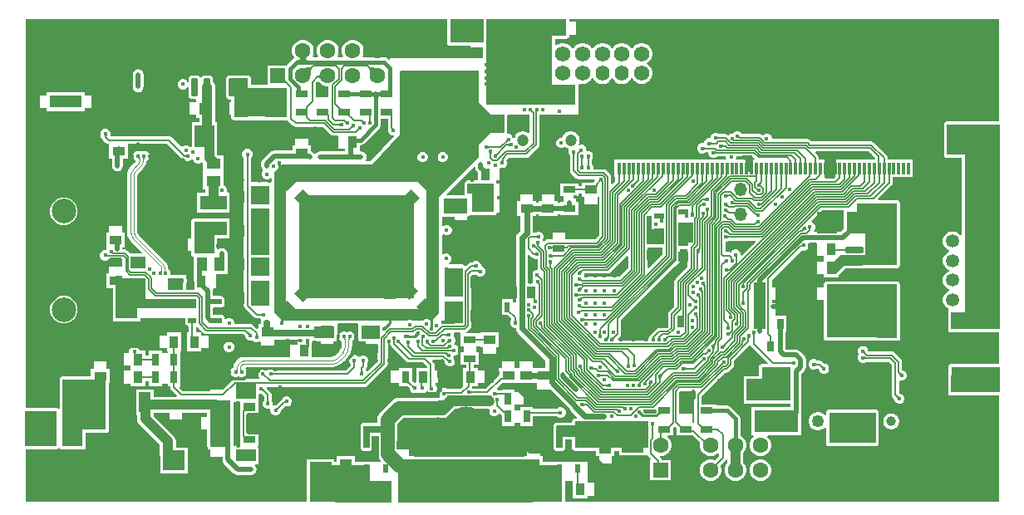
<source format=gbl>
G04*
G04 #@! TF.GenerationSoftware,Altium Limited,Altium Designer,21.7.1 (17)*
G04*
G04 Layer_Physical_Order=4*
G04 Layer_Color=16711680*
%FSLAX44Y44*%
%MOMM*%
G71*
G04*
G04 #@! TF.SameCoordinates,003C428C-6323-4237-91BB-275CBF4B30E0*
G04*
G04*
G04 #@! TF.FilePolarity,Positive*
G04*
G01*
G75*
%ADD10C,0.2540*%
%ADD13C,0.2000*%
%ADD15C,0.6000*%
%ADD19R,0.9000X1.3000*%
%ADD34R,1.3000X0.7000*%
%ADD35R,1.0000X0.5000*%
%ADD37R,0.5000X1.0000*%
%ADD66R,1.3000X0.9000*%
%ADD68R,0.7000X1.3000*%
%ADD70R,2.0000X3.6000*%
%ADD136C,1.2500*%
%ADD137C,1.0000*%
%ADD143C,0.1223*%
%ADD145C,0.1468*%
%ADD146C,0.3000*%
%ADD147C,0.2934*%
%ADD148C,0.5000*%
%ADD150C,0.4000*%
%ADD151C,0.7000*%
%ADD152C,1.0000*%
%ADD169R,4.7000X3.1500*%
%ADD200R,1.3500X1.3500*%
%ADD201C,1.3500*%
%ADD202C,1.1000*%
%ADD203R,1.1000X1.1000*%
%ADD204R,1.5750X1.5750*%
%ADD205C,1.5750*%
%ADD206O,1.4000X1.5750*%
%ADD207C,3.5000*%
%ADD208C,4.0000*%
%ADD209R,1.5000X1.5000*%
%ADD210C,1.6000*%
%ADD211C,1.2000*%
%ADD212O,1.3000X1.4000*%
%ADD213C,2.5000*%
%ADD214C,2.6000*%
%ADD215C,5.0000*%
%ADD216C,0.4501*%
%ADD217C,0.4500*%
%ADD234R,1.2000X2.0000*%
%ADD235R,5.8000X5.8500*%
%ADD236R,5.5500X6.3500*%
%ADD237R,1.0000X1.7500*%
%ADD238R,1.4700X1.1300*%
%ADD239R,4.5000X2.3000*%
%ADD240R,2.7062X1.4544*%
%ADD241R,3.2000X1.7200*%
G04:AMPARAMS|DCode=242|XSize=3.15mm|YSize=1.8mm|CornerRadius=0.054mm|HoleSize=0mm|Usage=FLASHONLY|Rotation=0.000|XOffset=0mm|YOffset=0mm|HoleType=Round|Shape=RoundedRectangle|*
%AMROUNDEDRECTD242*
21,1,3.1500,1.6920,0,0,0.0*
21,1,3.0420,1.8000,0,0,0.0*
1,1,0.1080,1.5210,-0.8460*
1,1,0.1080,-1.5210,-0.8460*
1,1,0.1080,-1.5210,0.8460*
1,1,0.1080,1.5210,0.8460*
%
%ADD242ROUNDEDRECTD242*%
G04:AMPARAMS|DCode=243|XSize=0.6mm|YSize=1.8mm|CornerRadius=0.051mm|HoleSize=0mm|Usage=FLASHONLY|Rotation=0.000|XOffset=0mm|YOffset=0mm|HoleType=Round|Shape=RoundedRectangle|*
%AMROUNDEDRECTD243*
21,1,0.6000,1.6980,0,0,0.0*
21,1,0.4980,1.8000,0,0,0.0*
1,1,0.1020,0.2490,-0.8490*
1,1,0.1020,-0.2490,-0.8490*
1,1,0.1020,-0.2490,0.8490*
1,1,0.1020,0.2490,0.8490*
%
%ADD243ROUNDEDRECTD243*%
G04:AMPARAMS|DCode=244|XSize=0.55mm|YSize=0.8mm|CornerRadius=0.0495mm|HoleSize=0mm|Usage=FLASHONLY|Rotation=180.000|XOffset=0mm|YOffset=0mm|HoleType=Round|Shape=RoundedRectangle|*
%AMROUNDEDRECTD244*
21,1,0.5500,0.7010,0,0,180.0*
21,1,0.4510,0.8000,0,0,180.0*
1,1,0.0990,-0.2255,0.3505*
1,1,0.0990,0.2255,0.3505*
1,1,0.0990,0.2255,-0.3505*
1,1,0.0990,-0.2255,-0.3505*
%
%ADD244ROUNDEDRECTD244*%
%ADD245R,2.0000X2.2000*%
%ADD246R,1.0000X1.0000*%
%ADD247R,0.6500X1.0500*%
%ADD248R,2.2000X3.3000*%
%ADD249R,0.3000X1.2000*%
%ADD250R,1.5000X1.2000*%
%ADD251R,2.2000X2.0000*%
G04:AMPARAMS|DCode=252|XSize=1.3mm|YSize=0.9mm|CornerRadius=0mm|HoleSize=0mm|Usage=FLASHONLY|Rotation=315.000|XOffset=0mm|YOffset=0mm|HoleType=Round|Shape=Rectangle|*
%AMROTATEDRECTD252*
4,1,4,-0.7778,0.1414,-0.1414,0.7778,0.7778,-0.1414,0.1414,-0.7778,-0.7778,0.1414,0.0*
%
%ADD252ROTATEDRECTD252*%

G04:AMPARAMS|DCode=253|XSize=1.3mm|YSize=0.9mm|CornerRadius=0mm|HoleSize=0mm|Usage=FLASHONLY|Rotation=225.000|XOffset=0mm|YOffset=0mm|HoleType=Round|Shape=Rectangle|*
%AMROTATEDRECTD253*
4,1,4,0.1414,0.7778,0.7778,0.1414,-0.1414,-0.7778,-0.7778,-0.1414,0.1414,0.7778,0.0*
%
%ADD253ROTATEDRECTD253*%

%ADD254R,1.1300X1.4700*%
G04:AMPARAMS|DCode=255|XSize=0.55mm|YSize=0.8mm|CornerRadius=0.0495mm|HoleSize=0mm|Usage=FLASHONLY|Rotation=90.000|XOffset=0mm|YOffset=0mm|HoleType=Round|Shape=RoundedRectangle|*
%AMROUNDEDRECTD255*
21,1,0.5500,0.7010,0,0,90.0*
21,1,0.4510,0.8000,0,0,90.0*
1,1,0.0990,0.3505,0.2255*
1,1,0.0990,0.3505,-0.2255*
1,1,0.0990,-0.3505,-0.2255*
1,1,0.0990,-0.3505,0.2255*
%
%ADD255ROUNDEDRECTD255*%
G04:AMPARAMS|DCode=256|XSize=3.15mm|YSize=1.8mm|CornerRadius=0.054mm|HoleSize=0mm|Usage=FLASHONLY|Rotation=270.000|XOffset=0mm|YOffset=0mm|HoleType=Round|Shape=RoundedRectangle|*
%AMROUNDEDRECTD256*
21,1,3.1500,1.6920,0,0,270.0*
21,1,3.0420,1.8000,0,0,270.0*
1,1,0.1080,-0.8460,-1.5210*
1,1,0.1080,-0.8460,1.5210*
1,1,0.1080,0.8460,1.5210*
1,1,0.1080,0.8460,-1.5210*
%
%ADD256ROUNDEDRECTD256*%
G04:AMPARAMS|DCode=257|XSize=0.6mm|YSize=1.8mm|CornerRadius=0.051mm|HoleSize=0mm|Usage=FLASHONLY|Rotation=270.000|XOffset=0mm|YOffset=0mm|HoleType=Round|Shape=RoundedRectangle|*
%AMROUNDEDRECTD257*
21,1,0.6000,1.6980,0,0,270.0*
21,1,0.4980,1.8000,0,0,270.0*
1,1,0.1020,-0.8490,-0.2490*
1,1,0.1020,-0.8490,0.2490*
1,1,0.1020,0.8490,0.2490*
1,1,0.1020,0.8490,-0.2490*
%
%ADD257ROUNDEDRECTD257*%
%ADD258C,1.4000*%
%ADD259C,0.9000*%
%ADD260C,0.1470*%
%ADD261C,0.6500*%
%ADD262C,0.4500*%
%ADD263R,3.3000X1.1500*%
%ADD264R,6.1250X3.8441*%
%ADD265R,3.3750X2.3922*%
%ADD266R,0.4500X0.9000*%
%ADD267R,7.3500X0.6750*%
%ADD268R,0.4500X0.9500*%
%ADD269R,1.2250X4.7000*%
%ADD270R,1.7500X1.6500*%
%ADD271R,0.6250X2.9250*%
%ADD272R,1.5250X2.1500*%
%ADD273R,2.2250X2.9250*%
%ADD274R,2.3500X1.5250*%
%ADD275R,2.0250X4.8000*%
%ADD276R,4.9500X2.6000*%
%ADD277R,3.3000X1.3000*%
%ADD278R,3.2441X3.6000*%
%ADD279R,2.0940X2.4250*%
%ADD280R,1.3000X2.0500*%
%ADD281R,7.1500X5.4250*%
%ADD282R,11.7000X10.4750*%
%ADD283R,3.2250X5.4250*%
%ADD284R,4.6500X0.6000*%
%ADD285R,4.0500X3.1250*%
%ADD286R,2.9500X3.4000*%
%ADD287R,2.0000X1.3000*%
%ADD288R,2.0000X1.5000*%
%ADD289R,4.3750X5.1750*%
%ADD290R,3.6500X20.9000*%
%ADD291R,5.1000X3.1000*%
%ADD292R,0.6500X2.2750*%
%ADD293R,2.8000X0.7750*%
%ADD294R,13.8250X4.4000*%
%ADD295R,7.4000X3.8500*%
%ADD296R,7.5500X2.7000*%
%ADD297R,1.9250X1.8250*%
%ADD298R,4.1250X2.9750*%
%ADD299R,2.0750X3.3000*%
%ADD300R,1.4250X3.9500*%
%ADD301R,2.6250X2.0386*%
%ADD302R,2.7000X0.9750*%
%ADD303R,1.8500X1.3250*%
%ADD304R,2.0750X1.3000*%
%ADD305R,1.9750X2.5750*%
%ADD306R,1.9750X1.9250*%
%ADD307R,1.9500X1.9750*%
%ADD308R,1.9000X2.3000*%
%ADD309R,1.8750X2.9750*%
%ADD310R,1.9250X4.8000*%
%ADD311R,5.7250X2.2191*%
%ADD312R,1.7000X1.6922*%
G36*
X288540Y457490D02*
X288660Y456810D01*
X288692Y456714D01*
X290570Y456644D01*
X290176Y456401D01*
X289825Y456114D01*
X289514Y455784D01*
X289303Y455491D01*
X289500Y455250D01*
X289940Y454890D01*
X290460Y454610D01*
X291060Y454410D01*
X291740Y454290D01*
X292500Y454250D01*
X286500Y450250D01*
X280750Y454250D01*
X281462Y454290D01*
X282100Y454410D01*
X282663Y454610D01*
X283150Y454890D01*
X283563Y455250D01*
X283799Y455559D01*
X283784Y455589D01*
X283526Y455993D01*
X283228Y456354D01*
X282890Y456672D01*
X282512Y456946D01*
X284361Y456877D01*
X284463Y457490D01*
X284500Y458250D01*
X288500D01*
X288540Y457490D01*
D02*
G37*
G36*
X433691Y472000D02*
X433924Y470830D01*
X434587Y469837D01*
X435579Y469174D01*
X436750Y468941D01*
X457500D01*
Y466750D01*
X470441D01*
Y456250D01*
X375250D01*
Y455119D01*
X374077Y454633D01*
X372855Y455855D01*
X371201Y456960D01*
X369250Y457348D01*
X347904D01*
X347269Y458448D01*
X347850Y459454D01*
X348600Y462252D01*
Y465148D01*
X347850Y467946D01*
X346402Y470454D01*
X344354Y472502D01*
X341846Y473950D01*
X339048Y474700D01*
X336152D01*
X333354Y473950D01*
X330846Y472502D01*
X328798Y470454D01*
X327350Y467946D01*
X326600Y465148D01*
Y462252D01*
X327350Y459454D01*
X327931Y458448D01*
X327296Y457348D01*
X322504D01*
X321869Y458448D01*
X322450Y459454D01*
X323200Y462252D01*
Y465148D01*
X322450Y467946D01*
X321002Y470454D01*
X318954Y472502D01*
X316446Y473950D01*
X313648Y474700D01*
X310752D01*
X307954Y473950D01*
X305446Y472502D01*
X303398Y470454D01*
X301950Y467946D01*
X301200Y465148D01*
Y462252D01*
X301950Y459454D01*
X302531Y458448D01*
X301896Y457348D01*
X297104D01*
X296469Y458448D01*
X297050Y459454D01*
X297800Y462252D01*
Y465148D01*
X297050Y467946D01*
X295602Y470454D01*
X293554Y472502D01*
X291046Y473950D01*
X288248Y474700D01*
X285352D01*
X282554Y473950D01*
X280046Y472502D01*
X277998Y470454D01*
X276550Y467946D01*
X275800Y465148D01*
Y462252D01*
X276550Y459454D01*
X277998Y456946D01*
X277943Y456388D01*
X277145Y455855D01*
X270145Y448855D01*
X270109Y448800D01*
X250900D01*
Y428809D01*
X234059D01*
Y435500D01*
X233826Y436670D01*
X233163Y437663D01*
X232171Y438326D01*
X231000Y438559D01*
X229940D01*
X229890Y438569D01*
X224910D01*
X224860Y438559D01*
X217240D01*
X217190Y438569D01*
X212210D01*
X212160Y438559D01*
X211750D01*
X210579Y438326D01*
X209587Y437663D01*
X208924Y436670D01*
X208691Y435500D01*
Y435291D01*
X208631Y434990D01*
Y418010D01*
X208691Y417709D01*
Y417250D01*
X208924Y416079D01*
X209587Y415087D01*
X210579Y414424D01*
X211750Y414191D01*
X213691D01*
Y411250D01*
X212000D01*
Y398250D01*
X213691D01*
Y396000D01*
X213924Y394829D01*
X214587Y393837D01*
X215579Y393174D01*
X216750Y392941D01*
X270500D01*
X270795Y393000D01*
X271325D01*
X272027Y391949D01*
X276652Y387324D01*
X277887Y386499D01*
X279344Y386209D01*
X306894D01*
X314795Y378308D01*
X316030Y377483D01*
X317487Y377193D01*
X320999D01*
X321000Y377193D01*
X321663D01*
X322750Y376750D01*
Y363750D01*
X329639D01*
Y361108D01*
X304250D01*
X302104Y360681D01*
X300285Y359465D01*
X299764Y358685D01*
X298236D01*
X297715Y359465D01*
X296965Y360215D01*
X295146Y361431D01*
X295000Y361460D01*
Y367000D01*
X292000D01*
Y374000D01*
X279000D01*
Y367000D01*
X276000D01*
Y361858D01*
X257250D01*
X255104Y361431D01*
X253285Y360215D01*
X245836Y352766D01*
X244620Y350947D01*
X244193Y348801D01*
Y346499D01*
X244620Y344353D01*
X245836Y342534D01*
X245917Y342480D01*
X246041Y341216D01*
X245549Y340724D01*
X244750Y338794D01*
Y336706D01*
X245549Y334776D01*
X247026Y333299D01*
X248956Y332500D01*
X251044D01*
X252974Y333299D01*
X253671Y333996D01*
X254941Y333470D01*
Y332296D01*
X254942Y332293D01*
Y330588D01*
X254706Y330278D01*
X254275Y329926D01*
X253671Y329675D01*
X253000Y329809D01*
X234307D01*
Y354815D01*
X234326Y354842D01*
X234416Y354960D01*
X234447Y355022D01*
X234701Y355276D01*
X235500Y357206D01*
Y359294D01*
X234701Y361224D01*
X233224Y362701D01*
X231294Y363500D01*
X229206D01*
X227276Y362701D01*
X225799Y361224D01*
X225000Y359294D01*
Y357206D01*
X225799Y355276D01*
X226693Y354382D01*
Y204272D01*
X226983Y202815D01*
X227808Y201580D01*
X237330Y192058D01*
X238565Y191233D01*
X240022Y190943D01*
X243062D01*
X243254Y190821D01*
X243776Y190299D01*
X243874Y190258D01*
X244243Y189043D01*
X244173Y188938D01*
X243688Y186500D01*
Y185250D01*
X241250D01*
Y180930D01*
X239980Y180404D01*
X236442Y183942D01*
X235207Y184767D01*
X233750Y185057D01*
X216850D01*
X216750Y185206D01*
Y187294D01*
X215951Y189224D01*
X214474Y190701D01*
X212544Y191500D01*
X210456D01*
X208526Y190701D01*
X207999Y190175D01*
X206729Y190701D01*
Y191109D01*
X206458Y192473D01*
X205686Y193629D01*
X204530Y194401D01*
X203166Y194673D01*
X196156D01*
X195358Y195328D01*
Y201380D01*
X196156Y202036D01*
X203166D01*
X204530Y202307D01*
X205686Y203079D01*
X206458Y204235D01*
X206729Y205599D01*
Y210109D01*
X206458Y211473D01*
X205686Y212629D01*
X204530Y213401D01*
X203166Y213673D01*
X196156D01*
X195358Y214328D01*
Y218747D01*
X195063Y220230D01*
X195936Y221500D01*
X198000D01*
Y234500D01*
X198000D01*
X198290Y235650D01*
X210500D01*
Y256350D01*
X210500D01*
X210024Y257423D01*
X209681Y259146D01*
X208465Y260965D01*
X206646Y262181D01*
X204500Y262608D01*
X202354Y262181D01*
X200829Y261162D01*
X199727Y261556D01*
X199559Y261679D01*
Y266215D01*
X198903Y266303D01*
X198937Y266342D01*
X198968Y266405D01*
X198995Y266492D01*
X199018Y266603D01*
X199038Y266738D01*
X199067Y267080D01*
X199083Y267775D01*
X199559Y267689D01*
Y272219D01*
X212281D01*
Y292763D01*
X196729D01*
X196500Y292809D01*
X175750D01*
X174580Y292576D01*
X173587Y291913D01*
X172924Y290921D01*
X172691Y289750D01*
Y272500D01*
X169750D01*
Y259500D01*
X172691D01*
Y256750D01*
X172924Y255579D01*
X173587Y254587D01*
X174580Y253924D01*
X175500Y253741D01*
Y235650D01*
X175889D01*
Y227000D01*
X176000Y226443D01*
Y220291D01*
X167500D01*
Y225625D01*
X167966Y226090D01*
X168765Y228020D01*
Y230109D01*
X167966Y232039D01*
X167500Y232504D01*
Y235000D01*
X152583D01*
X152278Y235456D01*
Y237544D01*
X151479Y239474D01*
X150137Y240816D01*
X149478Y241813D01*
X149091Y244752D01*
X147957Y247491D01*
X146152Y249842D01*
X146152Y249842D01*
X145236Y250722D01*
X119749Y276208D01*
X118862Y277113D01*
X118308Y278154D01*
X118195Y278725D01*
X118182D01*
Y335539D01*
X118161Y335642D01*
X118527Y337479D01*
X119567Y339036D01*
X119655Y339095D01*
X123224Y342663D01*
X124138Y343545D01*
X124138Y343545D01*
X125871Y345804D01*
X126960Y348435D01*
X127332Y351257D01*
X128124Y352199D01*
X129451Y353526D01*
X130250Y355456D01*
Y357544D01*
X129451Y359474D01*
X127974Y360951D01*
X126044Y361750D01*
X123956D01*
X122026Y360951D01*
X122000Y360925D01*
X121974Y360951D01*
X120044Y361750D01*
X117956D01*
X116026Y360951D01*
X114549Y359474D01*
X113750Y357544D01*
Y355456D01*
X114549Y353526D01*
X116026Y352049D01*
X116136Y350629D01*
X116122Y350608D01*
X115238Y349696D01*
X112140Y346597D01*
X112140Y346597D01*
X112137Y346600D01*
X110193Y344232D01*
X108748Y341529D01*
X107859Y338597D01*
X107559Y335548D01*
X107563D01*
X107563Y335548D01*
Y278706D01*
X107523D01*
X107963Y275366D01*
X109252Y272253D01*
X111303Y269580D01*
X111331Y269608D01*
X111331Y269608D01*
X122767Y258173D01*
X122281Y257000D01*
X110869D01*
X107943Y259926D01*
X106708Y260751D01*
X105251Y261041D01*
X103413D01*
X102858Y261718D01*
Y263000D01*
X105500D01*
Y278000D01*
X102500D01*
Y285000D01*
X89500D01*
Y278000D01*
X86500D01*
Y263000D01*
X86500Y263000D01*
X86594Y261730D01*
X86043Y260400D01*
X84385D01*
X82456Y259601D01*
X80979Y258124D01*
X80179Y256194D01*
Y254105D01*
X80979Y252176D01*
X82456Y250699D01*
X84385Y249899D01*
X86474D01*
X88404Y250699D01*
X88569Y250864D01*
X88573Y250867D01*
X88634Y250903D01*
X88682Y250928D01*
X88713Y250943D01*
X102645D01*
X102693Y250895D01*
Y245190D01*
X102500Y244000D01*
X89500D01*
Y237000D01*
X86500D01*
Y222000D01*
X92941D01*
Y201000D01*
X93000Y200705D01*
Y188000D01*
X121000D01*
Y191000D01*
X167092D01*
Y186599D01*
X167364Y185235D01*
X168136Y184079D01*
X169292Y183307D01*
X170354Y183096D01*
Y176500D01*
X168500D01*
Y157500D01*
X183500D01*
Y160500D01*
X190500D01*
Y173500D01*
X183500D01*
Y176500D01*
X177968D01*
Y182102D01*
X179238Y182628D01*
X185808Y176058D01*
X187043Y175233D01*
X188500Y174943D01*
X226673D01*
X227950Y173666D01*
X228000Y173444D01*
Y172706D01*
X228799Y170776D01*
X230276Y169299D01*
X232206Y168500D01*
X234294D01*
X234941Y168767D01*
X235049Y168506D01*
X236526Y167029D01*
X238456Y166230D01*
X240545D01*
X242474Y167029D01*
X242980Y167535D01*
X244250Y167008D01*
Y163250D01*
X257250D01*
Y169441D01*
X286000D01*
Y167456D01*
X285862Y167250D01*
X281000D01*
Y164250D01*
X274000D01*
Y151682D01*
X226997D01*
Y151707D01*
X224100Y151326D01*
X221402Y150208D01*
X220018Y149146D01*
X219992Y149126D01*
X219991Y149125D01*
X219084Y148429D01*
X219036Y148369D01*
D01*
X218357Y147485D01*
X218343Y147466D01*
X218314Y147428D01*
X217421Y146265D01*
X216406Y143815D01*
X216060Y141185D01*
X215299Y140606D01*
X215298Y140605D01*
X215109Y140416D01*
X213821Y139128D01*
X213021Y137198D01*
Y135110D01*
X213821Y133180D01*
X215298Y131703D01*
X217227Y130904D01*
X219316D01*
X221246Y131703D01*
X221434Y131891D01*
X221526Y131799D01*
X223456Y131000D01*
X225544D01*
X227474Y131799D01*
X228951Y133276D01*
X229018Y133436D01*
X229018Y133437D01*
X228985Y133870D01*
X228957Y134068D01*
X228877Y134431D01*
X228824Y134594D01*
X228764Y134746D01*
X228696Y134886D01*
X228619Y135015D01*
X229584Y134804D01*
X229750Y135206D01*
Y137294D01*
X228951Y139224D01*
X228382Y139793D01*
X228908Y141063D01*
X250857D01*
Y141325D01*
X250976Y141216D01*
X251108Y141118D01*
X251200Y141063D01*
X314124D01*
Y141035D01*
X318132Y141430D01*
X321987Y142599D01*
X325540Y144498D01*
X328653Y147053D01*
X328633Y147073D01*
X330272Y148712D01*
X330273Y148712D01*
X330299Y148686D01*
X333079Y152074D01*
X335145Y155939D01*
X336417Y160133D01*
X336846Y164494D01*
X336810D01*
Y167774D01*
X337474Y168049D01*
X338951Y169526D01*
X339291Y170345D01*
X339218Y170498D01*
X339132Y170642D01*
X339034Y170774D01*
X338925Y170893D01*
X339517D01*
X339750Y171456D01*
Y173544D01*
X338951Y175474D01*
X337474Y176951D01*
X335544Y177750D01*
X333456D01*
X331526Y176951D01*
X331500Y176925D01*
X331474Y176951D01*
X329544Y177750D01*
X327456D01*
X325526Y176951D01*
X324049Y175474D01*
X323250Y173544D01*
Y171456D01*
X323483Y170893D01*
X324075D01*
X323966Y170774D01*
X323868Y170642D01*
X323782Y170498D01*
X323709Y170345D01*
X324049Y169526D01*
X325526Y168049D01*
X326190Y167774D01*
Y164500D01*
X326217Y164366D01*
X325834Y161457D01*
X324660Y158621D01*
X323541Y157163D01*
X322759Y156217D01*
X321870Y155327D01*
X321146Y154604D01*
X321096Y154528D01*
X319095Y152993D01*
X316682Y151994D01*
X314182Y151664D01*
X314093Y151682D01*
X296000D01*
Y166247D01*
X296151Y166613D01*
X296693Y167460D01*
X297770Y167487D01*
X298000Y167441D01*
X304750D01*
Y164500D01*
X317750D01*
Y167441D01*
X318750D01*
X319921Y167674D01*
X320913Y168337D01*
X321498Y169213D01*
X321494Y169366D01*
X321477Y169587D01*
X321448Y169794D01*
X321408Y169989D01*
X321356Y170171D01*
X321293Y170341D01*
X321218Y170498D01*
X321132Y170642D01*
X321034Y170774D01*
X320925Y170893D01*
X321809D01*
Y183500D01*
X321626Y184421D01*
X322093Y185295D01*
X322421Y185691D01*
X342579D01*
X342907Y185295D01*
X343374Y184421D01*
X343191Y183500D01*
Y170250D01*
X343424Y169079D01*
X344087Y168087D01*
X345079Y167424D01*
X346250Y167191D01*
X350750D01*
Y164500D01*
X362943D01*
Y147065D01*
X352639Y136762D01*
X351394Y137009D01*
X351201Y137474D01*
X350679Y137996D01*
X350557Y138188D01*
Y138923D01*
X350908Y139273D01*
X351733Y140508D01*
X352023Y141965D01*
Y144388D01*
X352145Y144579D01*
X352667Y145102D01*
X353466Y147031D01*
Y149120D01*
X352667Y151050D01*
X351189Y152527D01*
X349260Y153326D01*
X347171D01*
X345241Y152527D01*
X344524Y151810D01*
X343516Y151260D01*
X342865Y151810D01*
X341974Y152701D01*
X340044Y153500D01*
X337956D01*
X336026Y152701D01*
X334549Y151224D01*
X333750Y149294D01*
Y147206D01*
X334549Y145276D01*
X335071Y144754D01*
X335193Y144562D01*
Y143077D01*
X330189Y138074D01*
X311148D01*
X311015Y137750D01*
X310777Y137747D01*
X310145Y137707D01*
X309960Y137682D01*
X309632Y137617D01*
X309488Y137577D01*
X309357Y137531D01*
X309240Y137479D01*
X308634Y138074D01*
X307866D01*
X307260Y137479D01*
X307143Y137531D01*
X307012Y137577D01*
X306868Y137617D01*
X306540Y137682D01*
X306355Y137707D01*
X305723Y137747D01*
X305485Y137750D01*
X305352Y138074D01*
X290148D01*
X290015Y137750D01*
X289777Y137747D01*
X289144Y137707D01*
X288960Y137682D01*
X288632Y137617D01*
X288488Y137577D01*
X288358Y137531D01*
X288240Y137479D01*
X287634Y138074D01*
X286866D01*
X286260Y137479D01*
X286143Y137531D01*
X286012Y137577D01*
X285868Y137617D01*
X285540Y137682D01*
X285355Y137707D01*
X284723Y137747D01*
X284485Y137750D01*
X284352Y138074D01*
X261616D01*
Y137750D01*
X261384Y137744D01*
X261164Y137727D01*
X260956Y137698D01*
X260761Y137658D01*
X260579Y137606D01*
X260409Y137543D01*
X260252Y137468D01*
X260108Y137382D01*
X259976Y137284D01*
X259857Y137175D01*
Y138074D01*
X257852D01*
X256974Y138951D01*
X256616Y139100D01*
X256110Y138053D01*
X256055Y138185D01*
X255979Y138304D01*
X255883Y138408D01*
X255767Y138499D01*
X255632Y138576D01*
X255475Y138638D01*
X255299Y138687D01*
X255103Y138722D01*
X254886Y138743D01*
X254649Y138750D01*
X254767Y139750D01*
X252956D01*
X252616Y139610D01*
Y138750D01*
X252384Y138744D01*
X252164Y138727D01*
X251956Y138698D01*
X251761Y138658D01*
X251579Y138606D01*
X251409Y138543D01*
X251252Y138468D01*
X251108Y138382D01*
X250976Y138284D01*
X250857Y138175D01*
Y138782D01*
X250000Y137925D01*
X248974Y138951D01*
X247661Y139495D01*
X248015Y137869D01*
X247886Y137945D01*
X247746Y138014D01*
X247594Y138074D01*
X247431Y138127D01*
X247255Y138171D01*
X247068Y138207D01*
X246659Y138255D01*
X246437Y138267D01*
X246203Y138272D01*
X245839Y139750D01*
X244956D01*
X243026Y138951D01*
X241549Y137474D01*
X240750Y135544D01*
Y133456D01*
X241549Y131526D01*
X242498Y130577D01*
X241971Y129307D01*
X217750D01*
X216293Y129017D01*
X215058Y128192D01*
X204866Y118000D01*
X192500D01*
Y116807D01*
X164577D01*
X161057Y120327D01*
X161544Y121500D01*
X162000D01*
Y139500D01*
Y157500D01*
X163000D01*
Y176500D01*
X148000D01*
Y173500D01*
X141000D01*
Y160500D01*
X148000D01*
Y157500D01*
X149000D01*
Y155500D01*
X143000D01*
Y158500D01*
X130000D01*
Y152807D01*
X126000D01*
Y158500D01*
X120165D01*
X119451Y160224D01*
X117974Y161702D01*
X116044Y162501D01*
X113956D01*
X112026Y161702D01*
X110549Y160224D01*
X109750Y158295D01*
Y156206D01*
X109278Y155500D01*
X104000D01*
Y142500D01*
X111000D01*
Y137500D01*
X104000D01*
Y124500D01*
X111000D01*
Y121500D01*
X126000D01*
Y127193D01*
X130000D01*
Y121500D01*
X143000D01*
Y124500D01*
X149000D01*
Y121500D01*
X151693D01*
Y120500D01*
X151983Y119043D01*
X152808Y117808D01*
X158377Y112239D01*
X157891Y111066D01*
X134663D01*
Y118438D01*
X116663D01*
Y92437D01*
X118025D01*
Y88656D01*
X118300Y86567D01*
X119106Y84621D01*
X120388Y82950D01*
X141181Y62158D01*
Y51250D01*
X141250Y50726D01*
Y33250D01*
X169250D01*
Y59250D01*
X157319D01*
Y65500D01*
X157044Y67588D01*
X156238Y69535D01*
X154956Y71206D01*
X134897Y91264D01*
X134663Y92437D01*
X134663D01*
Y94928D01*
X148000D01*
Y94750D01*
X151000D01*
Y87750D01*
X164000D01*
Y94750D01*
X167000D01*
Y94928D01*
X189441D01*
Y90500D01*
X183000D01*
Y77500D01*
X189441D01*
Y60000D01*
X189500Y59704D01*
Y57000D01*
X192204D01*
X192500Y56941D01*
Y50000D01*
X204642D01*
Y47000D01*
X205069Y44854D01*
X206285Y43035D01*
X216285Y33035D01*
X218104Y31819D01*
X220250Y31392D01*
X234000D01*
X236146Y31819D01*
X237965Y33035D01*
X239181Y34854D01*
X239608Y37000D01*
X239181Y39146D01*
X237995Y40921D01*
X238046Y41185D01*
X238416Y42191D01*
X238500D01*
X238796Y42250D01*
X241500D01*
Y44954D01*
X241559Y45250D01*
Y58250D01*
X241326Y59420D01*
X240952Y59980D01*
X241500Y61250D01*
X241500D01*
Y74250D01*
X230057D01*
Y92750D01*
X241500D01*
Y107750D01*
X241500D01*
X241387Y107887D01*
X241559Y108750D01*
Y113240D01*
X242615Y113945D01*
X243236Y113688D01*
X245178D01*
X247193Y111673D01*
Y107605D01*
X247066Y107399D01*
X246579Y106913D01*
X245780Y104983D01*
Y102894D01*
X246579Y100964D01*
X248056Y99487D01*
X249986Y98688D01*
X252074D01*
X252701Y98948D01*
X253198Y98618D01*
X253780Y98020D01*
Y96144D01*
X254579Y94214D01*
X256056Y92737D01*
X257986Y91938D01*
X260074D01*
X262004Y92737D01*
X263481Y94214D01*
X264280Y96144D01*
Y96882D01*
X264330Y97104D01*
X268524Y101298D01*
X269206Y101016D01*
X271294D01*
X273224Y101815D01*
X274701Y103292D01*
X275500Y105222D01*
Y107311D01*
X274701Y109240D01*
X273224Y110717D01*
X271294Y111517D01*
X269206D01*
X267276Y110717D01*
X265799Y109240D01*
X265674Y108938D01*
X264835Y108378D01*
X258946Y102488D01*
X258724Y102439D01*
X257986D01*
X257359Y102179D01*
X256862Y102509D01*
X256280Y103107D01*
Y104983D01*
X255481Y106913D01*
X254923Y107471D01*
X254807Y107647D01*
Y113250D01*
X254517Y114707D01*
X253692Y115942D01*
X250039Y119596D01*
X250245Y120981D01*
X250312Y121070D01*
X250313Y121072D01*
X250748Y121264D01*
X252205Y120975D01*
X349557D01*
X351014Y121264D01*
X352249Y122090D01*
X372192Y142033D01*
X373017Y143268D01*
X373307Y144725D01*
Y167767D01*
X373736Y168128D01*
X375049Y168276D01*
X375571Y167754D01*
X375693Y167562D01*
Y165250D01*
X375983Y163793D01*
X376808Y162558D01*
X392058Y147308D01*
X393293Y146483D01*
X394750Y146193D01*
X409173D01*
X413193Y142173D01*
Y140750D01*
X402000D01*
Y125772D01*
X401066Y125193D01*
X400730Y125154D01*
X398000Y127884D01*
Y140750D01*
X385000D01*
Y137750D01*
X376000D01*
Y124750D01*
X385000D01*
Y121750D01*
X393366D01*
X395450Y119665D01*
X395500Y119444D01*
Y118706D01*
X396299Y116776D01*
X397776Y115299D01*
X399706Y114500D01*
X401794D01*
X403724Y115299D01*
X404625Y116200D01*
X405526Y115299D01*
X407456Y114500D01*
X409544D01*
X411474Y115299D01*
X412255Y116080D01*
X413519Y116271D01*
X413830Y115995D01*
X415026Y114799D01*
X416956Y114000D01*
X419044D01*
X420974Y114799D01*
X422451Y116276D01*
X423250Y118206D01*
Y120294D01*
X422451Y122224D01*
X421195Y123480D01*
X421452Y124522D01*
X421585Y124750D01*
X424000D01*
Y137750D01*
X420807D01*
Y143750D01*
X420517Y145207D01*
X419692Y146442D01*
X418615Y147520D01*
X419101Y148693D01*
X428264D01*
X431384Y145573D01*
X432049Y143967D01*
X433526Y142490D01*
X435456Y141691D01*
X437544D01*
X439474Y142490D01*
X440951Y143967D01*
X441750Y145897D01*
Y146443D01*
X441033D01*
X441032Y146699D01*
X440964Y147801D01*
X440945Y147859D01*
X440925Y147893D01*
X441750D01*
Y147985D01*
X440951Y149915D01*
X439972Y150894D01*
X440564Y152324D01*
Y153217D01*
X441811D01*
X443741Y154016D01*
X445218Y155493D01*
X446017Y157423D01*
Y159512D01*
X445218Y161442D01*
X443741Y162919D01*
X441811Y163718D01*
X441301D01*
X440724Y165110D01*
X440975Y165360D01*
X441774Y167290D01*
Y169379D01*
X440975Y171309D01*
X440074Y172209D01*
X440462Y173145D01*
Y175234D01*
X440399Y175387D01*
X441104Y176443D01*
X446460D01*
X447250Y175500D01*
Y162500D01*
X450250D01*
Y156500D01*
X447250D01*
Y143500D01*
X452943D01*
Y140750D01*
X450000D01*
Y121884D01*
X446907Y118791D01*
X433843D01*
X433811Y118803D01*
X433799Y118808D01*
X433715Y118852D01*
X433615Y118953D01*
X431685Y119752D01*
X429596D01*
X427666Y118953D01*
X426189Y117476D01*
X425390Y115546D01*
Y113457D01*
X426189Y111527D01*
X426457Y111260D01*
X425971Y110086D01*
X384750D01*
X382140Y109743D01*
X379707Y108735D01*
X377618Y107132D01*
X365618Y95132D01*
X364015Y93043D01*
X363007Y90611D01*
X362664Y88000D01*
Y84809D01*
X348500D01*
X347329Y84576D01*
X346337Y83913D01*
X345674Y82921D01*
X345441Y81750D01*
Y74000D01*
Y59000D01*
X345674Y57829D01*
X346337Y56837D01*
X347329Y56174D01*
X348500Y55941D01*
X349446D01*
X349495Y55932D01*
X354005D01*
X354054Y55941D01*
X355000D01*
X356171Y56174D01*
X357000Y56728D01*
Y71000D01*
X364500D01*
Y47621D01*
X365618Y46164D01*
X366040Y45742D01*
X365554Y44569D01*
X355000D01*
Y44569D01*
X354005Y44569D01*
X353730Y44569D01*
X349495D01*
X349446Y44559D01*
X340000D01*
Y50250D01*
X321000D01*
Y44559D01*
X318750D01*
Y47500D01*
X290750D01*
Y41795D01*
X290691Y41500D01*
Y4078D01*
X4078D01*
Y57691D01*
X35500D01*
X36670Y57924D01*
X37663Y58587D01*
X37980Y59062D01*
X39250Y58677D01*
Y57750D01*
X65250D01*
Y73941D01*
X86000D01*
X87170Y74174D01*
X88163Y74837D01*
X88826Y75830D01*
X89059Y77000D01*
Y124750D01*
X89750D01*
Y139750D01*
X86750D01*
Y146750D01*
X73750D01*
Y139750D01*
X70750D01*
Y131809D01*
X42250D01*
X41080Y131576D01*
X40087Y130913D01*
X39424Y129921D01*
X39191Y128750D01*
Y98912D01*
X37921Y98526D01*
X37663Y98913D01*
X36670Y99576D01*
X35500Y99809D01*
X4078D01*
Y495922D01*
X433691D01*
Y472000D01*
D02*
G37*
G36*
X354867Y447540D02*
X355346Y447268D01*
X355929Y447029D01*
X356615Y446824D01*
X357406Y446652D01*
X358301Y446514D01*
X360403Y446340D01*
X361609Y446303D01*
X362920Y446300D01*
X355000Y438380D01*
X354997Y439691D01*
X354786Y442999D01*
X354648Y443894D01*
X354476Y444684D01*
X354271Y445371D01*
X354032Y445954D01*
X353760Y446433D01*
X353454Y446808D01*
X354492Y447846D01*
X354867Y447540D01*
D02*
G37*
G36*
X296346Y446808D02*
X296040Y446433D01*
X295768Y445954D01*
X295529Y445371D01*
X295324Y444684D01*
X295152Y443894D01*
X295014Y442999D01*
X294840Y440897D01*
X294803Y439691D01*
X294800Y438380D01*
X286880Y446300D01*
X288191Y446303D01*
X291499Y446514D01*
X292394Y446652D01*
X293185Y446824D01*
X293871Y447029D01*
X294454Y447268D01*
X294933Y447540D01*
X295308Y447846D01*
X296346Y446808D01*
D02*
G37*
G36*
X305369Y434137D02*
X305069Y434589D01*
X304750Y434993D01*
X304412Y435350D01*
X304054Y435659D01*
X303676Y435921D01*
X303280Y436135D01*
X302864Y436302D01*
X302429Y436421D01*
X301974Y436492D01*
X301500Y436516D01*
Y437984D01*
X301940Y438010D01*
X302348Y438086D01*
X302727Y438214D01*
X303075Y438393D01*
X303392Y438624D01*
X303679Y438905D01*
X303935Y439238D01*
X304161Y439621D01*
X304356Y440056D01*
X304521Y440542D01*
X305369Y434137D01*
D02*
G37*
G36*
X268851Y434003D02*
X268885Y433798D01*
X268939Y433593D01*
X269014Y433386D01*
X269111Y433179D01*
X269228Y432971D01*
X269366Y432762D01*
X269526Y432553D01*
X269706Y432342D01*
X269908Y432131D01*
Y430054D01*
X269757Y430202D01*
X269260Y430636D01*
X269161Y430706D01*
X269073Y430761D01*
X268995Y430799D01*
X268927Y430823D01*
X268869Y430830D01*
X268839Y434207D01*
X268851Y434003D01*
D02*
G37*
G36*
X995922Y391809D02*
X942750D01*
X941580Y391576D01*
X940587Y390913D01*
X939924Y389921D01*
X939691Y388750D01*
Y357750D01*
X939924Y356580D01*
X940587Y355587D01*
X941580Y354924D01*
X942750Y354691D01*
X957441D01*
Y275870D01*
X956171Y275530D01*
X956052Y275737D01*
X954237Y277552D01*
X952013Y278836D01*
X949534Y279500D01*
X946966D01*
X944487Y278836D01*
X942263Y277552D01*
X940448Y275737D01*
X939165Y273513D01*
X938500Y271034D01*
Y268466D01*
X939165Y265987D01*
X940448Y263763D01*
X942263Y261948D01*
X944487Y260665D01*
X945446Y260407D01*
Y259093D01*
X944487Y258836D01*
X942263Y257552D01*
X940448Y255737D01*
X939165Y253513D01*
X938500Y251034D01*
Y248466D01*
X939165Y245987D01*
X940448Y243763D01*
X942263Y241948D01*
X944487Y240665D01*
X945446Y240407D01*
Y239093D01*
X944487Y238836D01*
X942263Y237552D01*
X940448Y235737D01*
X939165Y233513D01*
X938500Y231034D01*
Y228466D01*
X939165Y225987D01*
X940448Y223763D01*
X942263Y221948D01*
X944487Y220665D01*
X945446Y220407D01*
Y219093D01*
X944487Y218836D01*
X942263Y217552D01*
X940448Y215737D01*
X939165Y213513D01*
X938500Y211034D01*
Y208466D01*
X939165Y205987D01*
X940448Y203763D01*
X942263Y201948D01*
X943827Y201046D01*
X944250Y199900D01*
X944250Y199900D01*
X944250Y199900D01*
Y176700D01*
X960456D01*
X960500Y176691D01*
X995922D01*
Y144809D01*
X947250D01*
X946079Y144576D01*
X945087Y143913D01*
X944424Y142921D01*
X944191Y141750D01*
Y115750D01*
X944250Y115455D01*
Y112600D01*
X982250D01*
Y112691D01*
X995922D01*
Y4078D01*
X554309D01*
Y25250D01*
X561500D01*
Y7250D01*
X576500D01*
Y10250D01*
X583500D01*
Y23250D01*
X576500D01*
Y44500D01*
X569599D01*
X569255Y44569D01*
X564745D01*
X564401Y44500D01*
X551545D01*
X551250Y44559D01*
X550304D01*
X550255Y44569D01*
X545745D01*
X545696Y44559D01*
X531250D01*
Y50250D01*
X528250D01*
Y57250D01*
X515250D01*
Y50250D01*
X512250D01*
Y50059D01*
X401329D01*
X401146Y50181D01*
X399000Y50608D01*
X397201Y50250D01*
X394500D01*
Y57250D01*
X383060D01*
X382836Y57474D01*
Y83822D01*
X388928Y89914D01*
X428714D01*
X428923Y89941D01*
X431750D01*
X431750Y89941D01*
X432920Y90174D01*
X433913Y90837D01*
X433913Y90837D01*
X442261Y99185D01*
X475908D01*
X476745Y98126D01*
X476780Y97972D01*
X476500Y97294D01*
Y95206D01*
X477299Y93276D01*
X478776Y91799D01*
X480706Y91000D01*
X482794D01*
X484724Y91799D01*
X486201Y93276D01*
X486317Y93555D01*
X487563Y93803D01*
X488216Y93150D01*
X489250Y92459D01*
Y81500D01*
X502250D01*
Y84500D01*
X508250D01*
Y81500D01*
X521250D01*
Y91221D01*
X545542D01*
X545720Y91105D01*
X546276Y90549D01*
X548206Y89750D01*
X550294D01*
X552224Y90549D01*
X553701Y92026D01*
X554500Y93956D01*
Y96044D01*
X553701Y97974D01*
X552224Y99451D01*
X550294Y100250D01*
X548206D01*
X546276Y99451D01*
X545787Y98962D01*
X545582Y98835D01*
X521250D01*
Y100500D01*
X508250D01*
Y97500D01*
X502250D01*
Y102750D01*
X511250D01*
Y110842D01*
X511072Y111037D01*
X507512Y114660D01*
X508602Y115750D01*
X502250D01*
Y118750D01*
X489250D01*
Y117750D01*
X485978D01*
X485817Y117858D01*
X485224Y118451D01*
X484591Y118713D01*
X484343Y119959D01*
X489884Y125500D01*
X522250D01*
Y125000D01*
X525250D01*
Y118000D01*
X538250D01*
Y118000D01*
X539203Y118395D01*
X558675Y98923D01*
X558848Y98055D01*
X560174Y96070D01*
X566012Y90232D01*
X565526Y89059D01*
X563750D01*
X562579Y88826D01*
X561587Y88163D01*
X560924Y87170D01*
X560691Y86000D01*
Y84809D01*
X544750D01*
X543579Y84576D01*
X542587Y83913D01*
X541924Y82921D01*
X541691Y81750D01*
Y70250D01*
Y59000D01*
X541924Y57829D01*
X542587Y56837D01*
X543579Y56174D01*
X544750Y55941D01*
X545696D01*
X545745Y55932D01*
X550255D01*
X550304Y55941D01*
X551250D01*
X552421Y56174D01*
X553413Y56837D01*
X554076Y57829D01*
X554309Y59000D01*
Y67191D01*
X560691D01*
Y59000D01*
X560924Y57829D01*
X561587Y56837D01*
X562579Y56174D01*
X563750Y55941D01*
X564696D01*
X564745Y55932D01*
X569255D01*
X569304Y55941D01*
X585250D01*
Y50250D01*
X588250D01*
Y43250D01*
X601250D01*
Y50250D01*
X604250D01*
Y55941D01*
X608750D01*
Y51500D01*
X636750D01*
X636750Y51500D01*
X637921Y51261D01*
X638558Y50308D01*
X641100Y47766D01*
X640700Y46800D01*
X640700D01*
Y25800D01*
X661700D01*
Y46800D01*
X652491D01*
X651800Y47834D01*
X650204Y49430D01*
X650730Y50700D01*
X652648D01*
X655446Y51450D01*
X657954Y52898D01*
X660002Y54946D01*
X661450Y57454D01*
X662200Y60252D01*
Y63148D01*
X661450Y65946D01*
X660002Y68454D01*
X658226Y70230D01*
X658611Y71500D01*
X664250D01*
Y79616D01*
X665500Y80866D01*
X667250Y79116D01*
Y71500D01*
X684116D01*
X691310Y64306D01*
X691000Y63148D01*
Y60252D01*
X691750Y57454D01*
X693198Y54946D01*
X695246Y52898D01*
X697754Y51450D01*
X700552Y50700D01*
X703448D01*
X706246Y51450D01*
X708754Y52898D01*
X709535Y53679D01*
X710709Y53193D01*
Y50393D01*
X706639Y46323D01*
X706246Y46550D01*
X703448Y47300D01*
X700552D01*
X697754Y46550D01*
X695246Y45102D01*
X693198Y43054D01*
X691750Y40546D01*
X691000Y37748D01*
Y34852D01*
X691750Y32054D01*
X693198Y29546D01*
X695246Y27498D01*
X697754Y26050D01*
X700552Y25300D01*
X703448D01*
X706246Y26050D01*
X708754Y27498D01*
X710802Y29546D01*
X712250Y32054D01*
X713000Y34852D01*
Y37748D01*
X712250Y40546D01*
X712023Y40939D01*
X717208Y46124D01*
X718033Y47359D01*
X718081Y47601D01*
X719331Y47373D01*
Y43787D01*
X718598Y43054D01*
X717150Y40546D01*
X716400Y37748D01*
Y34852D01*
X717150Y32054D01*
X718598Y29546D01*
X720646Y27498D01*
X723154Y26050D01*
X725952Y25300D01*
X728848D01*
X731646Y26050D01*
X734154Y27498D01*
X736202Y29546D01*
X737650Y32054D01*
X738400Y34852D01*
Y37748D01*
X737650Y40546D01*
X736202Y43054D01*
X735469Y43787D01*
Y54213D01*
X736202Y54946D01*
X737650Y57454D01*
X738400Y60252D01*
Y63148D01*
X737650Y65946D01*
X736202Y68454D01*
X734154Y70502D01*
X732498Y71458D01*
Y88600D01*
X732110Y90551D01*
X731005Y92205D01*
X722605Y100605D01*
X720951Y101710D01*
X719000Y102098D01*
X707750D01*
Y103500D01*
X693057D01*
Y111482D01*
X717271Y135696D01*
X718197D01*
X719654Y135986D01*
X720889Y136811D01*
X724837Y140758D01*
X725662Y141993D01*
X725952Y143450D01*
Y147497D01*
X741456Y163002D01*
X743091Y162841D01*
X743225Y162641D01*
X760384Y145482D01*
X759898Y144309D01*
X754000D01*
X752830Y144076D01*
X751837Y143413D01*
X751174Y142421D01*
X750941Y141250D01*
Y132250D01*
X736000D01*
Y104250D01*
X753705D01*
X754000Y104191D01*
X783392D01*
Y100500D01*
X743500D01*
Y71500D01*
X745389D01*
X745774Y70230D01*
X743998Y68454D01*
X742550Y65946D01*
X741800Y63148D01*
Y60252D01*
X742550Y57454D01*
X743998Y54946D01*
X746046Y52898D01*
X748554Y51450D01*
X751352Y50700D01*
X754248D01*
X757046Y51450D01*
X759554Y52898D01*
X761602Y54946D01*
X763050Y57454D01*
X763800Y60252D01*
Y63148D01*
X763050Y65946D01*
X761602Y68454D01*
X759826Y70230D01*
X760211Y71500D01*
X794500D01*
Y94458D01*
X794608Y95000D01*
Y134427D01*
X797465Y137285D01*
X798681Y139104D01*
X799108Y141250D01*
Y149004D01*
X798681Y151150D01*
X797465Y152969D01*
X792969Y157465D01*
X791150Y158681D01*
X789004Y159108D01*
X779323D01*
X778504Y159927D01*
Y177028D01*
X779146D01*
Y193528D01*
X768500D01*
Y206500D01*
X764828D01*
Y209500D01*
X768500D01*
Y222500D01*
X764828D01*
Y230311D01*
X794865Y260348D01*
X795706Y260000D01*
X797794D01*
X799724Y260799D01*
X801201Y262276D01*
X802000Y264206D01*
Y266294D01*
X801776Y266836D01*
X802482Y267892D01*
X809039D01*
X810250Y267750D01*
Y254750D01*
X817250D01*
Y249296D01*
X817191Y249000D01*
X810250D01*
Y236000D01*
X817191D01*
X817250Y235704D01*
Y233000D01*
X819954D01*
X820250Y232941D01*
X829250D01*
X829546Y233000D01*
X832250D01*
Y234674D01*
X839326Y241750D01*
X848409D01*
X848655Y241799D01*
X856899D01*
X857616Y241941D01*
X891750D01*
X892921Y242174D01*
X893913Y242837D01*
X894576Y243829D01*
X894809Y245000D01*
Y299250D01*
Y308500D01*
X894576Y309671D01*
X893913Y310663D01*
X892921Y311326D01*
X891750Y311559D01*
X873102D01*
X872616Y312732D01*
X886442Y326558D01*
X887267Y327793D01*
X887557Y329250D01*
Y334750D01*
X908250D01*
Y352750D01*
X882557D01*
Y354513D01*
X882267Y355970D01*
X881442Y357205D01*
X868471Y370176D01*
X867236Y371002D01*
X865779Y371291D01*
X804843D01*
X803537Y372597D01*
X802302Y373422D01*
X800845Y373712D01*
X764384D01*
Y375204D01*
X763585Y377133D01*
X762108Y378610D01*
X760178Y379410D01*
X758089D01*
X756160Y378610D01*
X755105Y377556D01*
X755064Y377597D01*
X753828Y378422D01*
X752372Y378712D01*
X733887D01*
X733499Y379649D01*
X732022Y381126D01*
X730092Y381926D01*
X728003D01*
X726074Y381126D01*
X724597Y379649D01*
X724510Y379441D01*
X722794D01*
X720865Y378642D01*
X719803Y377581D01*
X719681Y377704D01*
X718446Y378529D01*
X716989Y378819D01*
X710693D01*
X710502Y378941D01*
X709979Y379463D01*
X708050Y380262D01*
X705961D01*
X704031Y379463D01*
X702554Y377985D01*
X701755Y376056D01*
Y374599D01*
X701709Y374569D01*
X699621D01*
X697691Y373769D01*
X696214Y372293D01*
X695414Y370363D01*
Y370046D01*
X694556Y369472D01*
X692467D01*
X690537Y368673D01*
X689060Y367196D01*
X688261Y365266D01*
Y363177D01*
X689060Y361248D01*
X690537Y359771D01*
X692467Y358971D01*
X694556D01*
X696486Y359771D01*
X697008Y360293D01*
X697199Y360415D01*
X699495D01*
Y358753D01*
X700294Y356823D01*
X701771Y355346D01*
X703701Y354547D01*
X705790D01*
X707720Y355346D01*
X708536Y356163D01*
X708575Y356193D01*
X717599D01*
Y354701D01*
X717881Y354020D01*
X717033Y352750D01*
X604250D01*
Y334750D01*
X604943D01*
Y330827D01*
X601990Y327874D01*
X600817Y328360D01*
Y335253D01*
X600527Y336710D01*
X599702Y337945D01*
X595971Y341676D01*
X594736Y342501D01*
X593279Y342791D01*
X582944D01*
X582500Y343456D01*
Y345544D01*
X581701Y347474D01*
X581276Y347899D01*
X581171Y348079D01*
X581142Y348111D01*
Y352582D01*
X581241Y352725D01*
X581872Y353355D01*
X582671Y355285D01*
Y357374D01*
X581872Y359304D01*
X580395Y360781D01*
X578465Y361580D01*
X576376D01*
X575500Y362592D01*
Y363544D01*
X574701Y365474D01*
X573224Y366951D01*
X571294Y367750D01*
X569206D01*
X568268Y367362D01*
X567384Y368371D01*
X567907Y369276D01*
X568520Y371565D01*
Y373935D01*
X567907Y376224D01*
X566722Y378276D01*
X565046Y379952D01*
X562994Y381137D01*
X560705Y381750D01*
X558335D01*
X556046Y381137D01*
X553994Y379952D01*
X552318Y378276D01*
X551133Y376224D01*
X550806Y375000D01*
X548828D01*
X546898Y374201D01*
X545421Y372724D01*
X544622Y370794D01*
Y368706D01*
X545421Y366776D01*
X546898Y365299D01*
X548828Y364500D01*
X550917D01*
X552847Y365299D01*
X553545Y365997D01*
X553994Y365548D01*
X556046Y364363D01*
X557034Y364099D01*
X557712Y362602D01*
X557277Y361552D01*
Y359464D01*
X558076Y357534D01*
X558598Y357012D01*
X558720Y356820D01*
Y341473D01*
X559010Y340016D01*
X559835Y338781D01*
X564808Y333808D01*
X566043Y332983D01*
X567500Y332693D01*
X583538D01*
X584064Y331423D01*
X583033Y330392D01*
X582435Y329497D01*
X570750D01*
Y325804D01*
X567875D01*
Y328497D01*
X548875D01*
Y315497D01*
X551875D01*
Y309497D01*
X548875D01*
Y308608D01*
X546000D01*
Y310497D01*
X543000D01*
Y317497D01*
X530000D01*
Y310497D01*
X527000D01*
Y309114D01*
X524250D01*
Y310497D01*
X521250D01*
Y317497D01*
X508250D01*
Y310497D01*
X505250D01*
Y295497D01*
X508633D01*
Y280284D01*
X505580Y277232D01*
X504254Y275247D01*
X503788Y272906D01*
Y207500D01*
X500500D01*
Y210500D01*
X489500D01*
Y194500D01*
X495116D01*
X498674Y190942D01*
X498935Y189474D01*
X498136Y187544D01*
Y185456D01*
X498935Y183526D01*
X500412Y182049D01*
X502342Y181250D01*
X503788D01*
Y180594D01*
X504254Y178253D01*
X505580Y176268D01*
X533898Y147950D01*
Y140000D01*
X523500D01*
Y140500D01*
X520500D01*
Y147500D01*
X507500D01*
Y140500D01*
X502500D01*
Y147500D01*
X489500D01*
Y140500D01*
X486500D01*
Y132625D01*
X485719Y132103D01*
X473173Y119557D01*
X459849D01*
X459280Y120108D01*
X458938Y120517D01*
X459184Y121750D01*
X465000D01*
Y124750D01*
X472000D01*
Y137750D01*
X465000D01*
Y140750D01*
X460557D01*
Y143500D01*
X466250D01*
Y156500D01*
X463250D01*
Y162500D01*
X466250D01*
Y162500D01*
X467500Y162452D01*
Y161500D01*
X470500D01*
Y154500D01*
X483500D01*
Y161500D01*
X486500D01*
Y176500D01*
X467500D01*
Y175548D01*
X466250Y175500D01*
Y175500D01*
X453649D01*
X453245Y176675D01*
X453263Y176770D01*
X454442Y177558D01*
X457442Y180558D01*
X458267Y181793D01*
X458557Y183250D01*
Y234173D01*
X459577Y235193D01*
X463821D01*
X463999Y235077D01*
X464555Y234520D01*
X466485Y233721D01*
X468574D01*
X470504Y234520D01*
X471981Y235997D01*
X472780Y237927D01*
Y240016D01*
X471981Y241945D01*
X470504Y243422D01*
X468574Y244222D01*
X468250D01*
Y245294D01*
X467451Y247224D01*
X465974Y248701D01*
X464044Y249500D01*
X461956D01*
X460026Y248701D01*
X459504Y248179D01*
X459312Y248057D01*
X458250D01*
X456793Y247767D01*
X455558Y246942D01*
X453268Y244652D01*
X452004Y244777D01*
X451913Y244913D01*
X450920Y245576D01*
X449750Y245809D01*
X435445D01*
X435193Y247079D01*
X435724Y247299D01*
X437201Y248776D01*
X438000Y250706D01*
Y252794D01*
X437201Y254724D01*
X435724Y256201D01*
X433794Y257000D01*
X431706D01*
X429776Y256201D01*
X429732Y256157D01*
X428559Y256643D01*
Y276220D01*
X429829Y276746D01*
X430276Y276299D01*
X432206Y275500D01*
X434294D01*
X436224Y276299D01*
X437701Y277776D01*
X438500Y279706D01*
Y281794D01*
X437701Y283724D01*
X436224Y285201D01*
X434294Y286000D01*
X432206D01*
X430276Y285201D01*
X429829Y284754D01*
X428559Y285280D01*
Y294028D01*
X429829Y294825D01*
X430500Y294691D01*
X441000D01*
Y291250D01*
X454000D01*
Y294691D01*
X455171Y294924D01*
X456163Y295587D01*
X456826Y296579D01*
X457752Y296226D01*
X457830Y296174D01*
X459000Y295941D01*
X481250D01*
X482421Y296174D01*
X483413Y296837D01*
X484076Y297829D01*
X484309Y299000D01*
X487250D01*
Y312000D01*
X484309D01*
Y315250D01*
X487250D01*
Y328250D01*
X484309D01*
X484076Y329421D01*
X483535Y330230D01*
X483743Y330957D01*
X484072Y331500D01*
X487250D01*
Y343218D01*
X488520Y344067D01*
X488722Y343983D01*
X490811D01*
X492740Y344783D01*
X494217Y346260D01*
X495017Y348189D01*
Y350278D01*
X494217Y352208D01*
X494155Y352271D01*
X496577Y354693D01*
X514513D01*
X515970Y354983D01*
X517205Y355808D01*
X526762Y365365D01*
X527588Y366600D01*
X527877Y368057D01*
Y399000D01*
X567500D01*
Y408704D01*
X567559Y409000D01*
Y429300D01*
X567583Y429407D01*
X568669Y430317D01*
X570318Y429875D01*
X573182D01*
X575948Y430616D01*
X578427Y432048D01*
X580452Y434073D01*
X581327Y435588D01*
X582740Y435495D01*
X583015Y434832D01*
X584618Y432743D01*
X586707Y431140D01*
X589140Y430132D01*
X591750Y429789D01*
X594361Y430132D01*
X596793Y431140D01*
X598882Y432743D01*
X600485Y434832D01*
X601063Y436227D01*
X602437D01*
X603015Y434832D01*
X604618Y432743D01*
X606707Y431140D01*
X609140Y430132D01*
X611750Y429789D01*
X614361Y430132D01*
X616793Y431140D01*
X618882Y432743D01*
X620485Y434832D01*
X620760Y435495D01*
X622173Y435588D01*
X623048Y434073D01*
X625073Y432048D01*
X627552Y430616D01*
X630318Y429875D01*
X633182D01*
X635948Y430616D01*
X638427Y432048D01*
X640452Y434073D01*
X641884Y436552D01*
X642625Y439318D01*
Y442182D01*
X641884Y444948D01*
X640452Y447427D01*
X638427Y449452D01*
X637279Y450115D01*
Y451385D01*
X638427Y452048D01*
X640452Y454073D01*
X641884Y456552D01*
X642625Y459318D01*
Y462182D01*
X641884Y464948D01*
X640452Y467427D01*
X638427Y469452D01*
X635948Y470884D01*
X633182Y471625D01*
X630318D01*
X627552Y470884D01*
X625073Y469452D01*
X623048Y467427D01*
X622385Y466279D01*
X621115D01*
X620452Y467427D01*
X618427Y469452D01*
X615948Y470884D01*
X613182Y471625D01*
X610318D01*
X607552Y470884D01*
X605073Y469452D01*
X603048Y467427D01*
X602385Y466279D01*
X601115D01*
X600452Y467427D01*
X598427Y469452D01*
X595948Y470884D01*
X593182Y471625D01*
X590318D01*
X587552Y470884D01*
X585073Y469452D01*
X583048Y467427D01*
X582385Y466279D01*
X581115D01*
X580452Y467427D01*
X578427Y469452D01*
X575948Y470884D01*
X573182Y471625D01*
X570318D01*
X567552Y470884D01*
X565073Y469452D01*
X563048Y467427D01*
X562385Y466279D01*
X561115D01*
X560452Y467427D01*
X558427Y469452D01*
X555948Y470884D01*
X553182Y471625D01*
X550318D01*
X547552Y470884D01*
X545073Y469452D01*
X544982Y469362D01*
X543809Y469848D01*
Y475941D01*
X554750D01*
X555921Y476174D01*
X556913Y476837D01*
X557022Y477000D01*
X558250D01*
Y480000D01*
X565250D01*
Y493000D01*
X558250D01*
Y495922D01*
X995922D01*
Y391809D01*
D02*
G37*
G36*
X303244Y431813D02*
X303398Y431546D01*
X305446Y429498D01*
X307954Y428050D01*
X310752Y427300D01*
X312943D01*
Y416500D01*
X300625D01*
X300057Y417535D01*
Y430423D01*
X301609Y431974D01*
X301975Y432117D01*
X303244Y431813D01*
D02*
G37*
G36*
X367188Y418000D02*
X366427Y417960D01*
X365747Y417840D01*
X365148Y417640D01*
X364627Y417360D01*
X364188Y417000D01*
X363828Y416560D01*
X363548Y416040D01*
X363348Y415440D01*
X363228Y414760D01*
X363187Y414000D01*
X359188D01*
X359147Y414760D01*
X359027Y415440D01*
X358828Y416040D01*
X358548Y416560D01*
X358187Y417000D01*
X357747Y417360D01*
X357228Y417640D01*
X356628Y417840D01*
X355947Y417960D01*
X355187Y418000D01*
X361188Y422000D01*
X367188Y418000D01*
D02*
G37*
G36*
X540750Y409000D02*
X478000D01*
Y409000D01*
X473500D01*
Y454750D01*
Y469750D01*
Y471704D01*
X473559Y472000D01*
Y495922D01*
X540750D01*
Y409000D01*
D02*
G37*
G36*
X520756Y403496D02*
X520776Y403274D01*
X520811Y403060D01*
X520861Y402855D01*
X520926Y402659D01*
X521007Y402472D01*
X521102Y402293D01*
X521212Y402123D01*
X521338Y401962D01*
X521478Y401810D01*
X520440Y400772D01*
X520288Y400912D01*
X520127Y401038D01*
X519957Y401148D01*
X519778Y401243D01*
X519591Y401324D01*
X519395Y401389D01*
X519190Y401439D01*
X518976Y401474D01*
X518754Y401494D01*
X518522Y401500D01*
X520750Y403727D01*
X520756Y403496D01*
D02*
G37*
G36*
X355493Y393271D02*
X355518Y393068D01*
X355560Y392870D01*
X355619Y392676D01*
X355694Y392487D01*
X355787Y392302D01*
X355896Y392122D01*
X356022Y391946D01*
X356166Y391774D01*
X356325Y391607D01*
X353175D01*
X353335Y391774D01*
X353478Y391946D01*
X353604Y392122D01*
X353713Y392302D01*
X353806Y392487D01*
X353881Y392676D01*
X353940Y392870D01*
X353982Y393068D01*
X354007Y393271D01*
X354016Y393478D01*
X355484D01*
X355493Y393271D01*
D02*
G37*
G36*
X347039Y392630D02*
X347180Y392508D01*
X347318Y392404D01*
X347451Y392318D01*
X347579Y392249D01*
X347704Y392198D01*
X347824Y392165D01*
X347939Y392149D01*
X348051Y392151D01*
X348158Y392171D01*
X346539Y390418D01*
X346550Y390526D01*
X346543Y390640D01*
X346519Y390758D01*
X346477Y390882D01*
X346418Y391011D01*
X346340Y391144D01*
X346245Y391283D01*
X346133Y391427D01*
X346003Y391577D01*
X345855Y391731D01*
X346893Y392769D01*
X347039Y392630D01*
D02*
G37*
G36*
X330237Y392518D02*
X330400Y392394D01*
X330570Y392293D01*
X330745Y392212D01*
X330925Y392152D01*
X331112Y392114D01*
X331304Y392097D01*
X331502Y392101D01*
X331705Y392126D01*
X331915Y392173D01*
X330316Y389458D01*
X330253Y389690D01*
X330103Y390125D01*
X330017Y390327D01*
X329819Y390703D01*
X329708Y390877D01*
X329589Y391040D01*
X329462Y391194D01*
X329328Y391337D01*
X330079Y392662D01*
X330237Y392518D01*
D02*
G37*
G36*
X324643Y386691D02*
X324476Y386851D01*
X324304Y386994D01*
X324128Y387120D01*
X323948Y387229D01*
X323763Y387322D01*
X323574Y387397D01*
X323380Y387456D01*
X323182Y387499D01*
X322979Y387524D01*
X322772Y387532D01*
Y389000D01*
X322979Y389009D01*
X323182Y389034D01*
X323380Y389076D01*
X323574Y389135D01*
X323763Y389211D01*
X323948Y389303D01*
X324128Y389412D01*
X324304Y389539D01*
X324476Y389682D01*
X324643Y389841D01*
Y386691D01*
D02*
G37*
G36*
X338228Y385500D02*
X337996Y385494D01*
X337774Y385474D01*
X337560Y385439D01*
X337355Y385389D01*
X337159Y385324D01*
X336972Y385243D01*
X336793Y385148D01*
X336623Y385038D01*
X336462Y384912D01*
X336310Y384772D01*
X335272Y385810D01*
X335412Y385962D01*
X335538Y386123D01*
X335648Y386293D01*
X335743Y386472D01*
X335824Y386659D01*
X335889Y386855D01*
X335939Y387060D01*
X335974Y387274D01*
X335994Y387496D01*
X336000Y387728D01*
X338228Y385500D01*
D02*
G37*
G36*
X344977Y383000D02*
X344746Y382994D01*
X344524Y382974D01*
X344310Y382939D01*
X344105Y382889D01*
X343909Y382824D01*
X343722Y382743D01*
X343543Y382648D01*
X343373Y382538D01*
X343212Y382412D01*
X343060Y382272D01*
X342022Y383310D01*
X342162Y383462D01*
X342288Y383623D01*
X342398Y383793D01*
X342493Y383972D01*
X342574Y384159D01*
X342639Y384355D01*
X342689Y384560D01*
X342724Y384774D01*
X342744Y384996D01*
X342750Y385228D01*
X344977Y383000D01*
D02*
G37*
G36*
X517456Y398500D02*
X517779D01*
Y380078D01*
X516605Y379592D01*
X516246Y379952D01*
X514194Y381137D01*
X511905Y381750D01*
X509535D01*
X507246Y381137D01*
X505194Y379952D01*
X503518Y378276D01*
X502333Y376224D01*
X502273Y375998D01*
X500935Y375910D01*
X500701Y376474D01*
X499224Y377951D01*
X497294Y378750D01*
X495592D01*
X494842Y379675D01*
X494744Y379924D01*
X494809Y380250D01*
X494809Y397730D01*
X496079Y399000D01*
X516247D01*
X517456Y398500D01*
D02*
G37*
G36*
X731253Y376186D02*
X731272Y376152D01*
X731305Y376106D01*
X731352Y376046D01*
X731583Y375792D01*
X731943Y375424D01*
X730905Y374386D01*
X730810Y374479D01*
X730508Y374739D01*
X730452Y374775D01*
X730404Y374800D01*
X730363Y374814D01*
X730330Y374817D01*
X730305Y374809D01*
X731249Y376207D01*
X731253Y376186D01*
D02*
G37*
G36*
X708780Y376427D02*
X708951Y376284D01*
X709127Y376158D01*
X709308Y376048D01*
X709492Y375956D01*
X709682Y375880D01*
X709875Y375821D01*
X710073Y375779D01*
X710276Y375754D01*
X710483Y375746D01*
Y374277D01*
X710276Y374269D01*
X710073Y374244D01*
X709875Y374202D01*
X709682Y374143D01*
X709492Y374067D01*
X709308Y373974D01*
X709127Y373865D01*
X708951Y373739D01*
X708780Y373596D01*
X708613Y373436D01*
Y376587D01*
X708780Y376427D01*
D02*
G37*
G36*
X726044Y373702D02*
X726063Y373668D01*
X726096Y373621D01*
X726144Y373562D01*
X726374Y373308D01*
X726734Y372940D01*
X725696Y371902D01*
X725601Y371995D01*
X725299Y372254D01*
X725243Y372291D01*
X725195Y372316D01*
X725154Y372330D01*
X725121Y372333D01*
X725096Y372324D01*
X726040Y373723D01*
X726044Y373702D01*
D02*
G37*
G36*
X496042Y371259D02*
X495816Y371272D01*
X495597Y371268D01*
X495387Y371246D01*
X495185Y371207D01*
X494991Y371152D01*
X494805Y371078D01*
X494626Y370988D01*
X494456Y370881D01*
X494294Y370756D01*
X494139Y370614D01*
X493192Y371744D01*
X493331Y371894D01*
X493457Y372053D01*
X493571Y372221D01*
X493671Y372399D01*
X493759Y372587D01*
X493834Y372783D01*
X493896Y372989D01*
X493945Y373205D01*
X493982Y373429D01*
X494006Y373664D01*
X496042Y371259D01*
D02*
G37*
G36*
X702439Y370734D02*
X702611Y370591D01*
X702787Y370465D01*
X702967Y370355D01*
X703152Y370263D01*
X703341Y370187D01*
X703535Y370128D01*
X703733Y370086D01*
X703935Y370061D01*
X704143Y370052D01*
Y368584D01*
X703935Y368576D01*
X703733Y368551D01*
X703535Y368509D01*
X703341Y368450D01*
X703152Y368374D01*
X702967Y368282D01*
X702787Y368172D01*
X702611Y368046D01*
X702439Y367903D01*
X702272Y367743D01*
Y370894D01*
X702439Y370734D01*
D02*
G37*
G36*
X496893Y366175D02*
X496726Y366334D01*
X496554Y366478D01*
X496378Y366604D01*
X496198Y366713D01*
X496013Y366806D01*
X495824Y366881D01*
X495630Y366940D01*
X495432Y366982D01*
X495229Y367007D01*
X495022Y367016D01*
Y368484D01*
X495229Y368493D01*
X495432Y368518D01*
X495630Y368560D01*
X495824Y368619D01*
X496013Y368694D01*
X496198Y368787D01*
X496378Y368896D01*
X496554Y369022D01*
X496726Y369165D01*
X496893Y369325D01*
Y366175D01*
D02*
G37*
G36*
X713774Y368166D02*
X713946Y368022D01*
X714122Y367896D01*
X714302Y367787D01*
X714487Y367694D01*
X714676Y367619D01*
X714870Y367560D01*
X715068Y367518D01*
X715271Y367492D01*
X715478Y367484D01*
Y366016D01*
X715271Y366007D01*
X715068Y365982D01*
X714870Y365940D01*
X714676Y365881D01*
X714487Y365806D01*
X714302Y365713D01*
X714122Y365604D01*
X713946Y365477D01*
X713774Y365335D01*
X713607Y365175D01*
Y368325D01*
X713774Y368166D01*
D02*
G37*
G36*
X475274Y366916D02*
X475446Y366772D01*
X475622Y366646D01*
X475802Y366537D01*
X475987Y366444D01*
X476176Y366369D01*
X476370Y366310D01*
X476568Y366268D01*
X476771Y366242D01*
X476978Y366234D01*
Y364766D01*
X476771Y364757D01*
X476568Y364732D01*
X476370Y364690D01*
X476176Y364631D01*
X475987Y364556D01*
X475802Y364463D01*
X475622Y364354D01*
X475446Y364227D01*
X475274Y364085D01*
X475107Y363925D01*
Y367075D01*
X475274Y366916D01*
D02*
G37*
G36*
X695286Y365637D02*
X695457Y365494D01*
X695633Y365368D01*
X695814Y365259D01*
X695998Y365166D01*
X696188Y365090D01*
X696381Y365032D01*
X696580Y364990D01*
X696782Y364964D01*
X696989Y364956D01*
Y363488D01*
X696782Y363479D01*
X696580Y363454D01*
X696381Y363412D01*
X696188Y363353D01*
X695998Y363278D01*
X695814Y363185D01*
X695633Y363076D01*
X695457Y362949D01*
X695286Y362806D01*
X695118Y362647D01*
Y365797D01*
X695286Y365637D01*
D02*
G37*
G36*
X570228Y360250D02*
X569996Y360244D01*
X569774Y360224D01*
X569560Y360189D01*
X569355Y360139D01*
X569159Y360074D01*
X568972Y359993D01*
X568793Y359898D01*
X568623Y359788D01*
X568462Y359662D01*
X568310Y359522D01*
X567272Y360560D01*
X567412Y360712D01*
X567538Y360873D01*
X567648Y361043D01*
X567743Y361222D01*
X567824Y361409D01*
X567889Y361605D01*
X567939Y361810D01*
X567974Y362024D01*
X567994Y362246D01*
X568000Y362477D01*
X570228Y360250D01*
D02*
G37*
G36*
X706388Y361363D02*
X706574Y361231D01*
X706762Y361115D01*
X706952Y361014D01*
X707145Y360928D01*
X707340Y360858D01*
X707537Y360804D01*
X707737Y360765D01*
X707938Y360742D01*
X708142Y360734D01*
X708283Y359266D01*
X708073Y359257D01*
X707870Y359230D01*
X707674Y359186D01*
X707484Y359123D01*
X707301Y359043D01*
X707125Y358945D01*
X706956Y358829D01*
X706793Y358695D01*
X706637Y358543D01*
X706488Y358373D01*
X706204Y361511D01*
X706388Y361363D01*
D02*
G37*
G36*
X479416Y359226D02*
X479272Y359054D01*
X479146Y358878D01*
X479037Y358698D01*
X478944Y358513D01*
X478869Y358324D01*
X478810Y358130D01*
X478768Y357932D01*
X478742Y357729D01*
X478734Y357522D01*
X477266D01*
X477257Y357729D01*
X477232Y357932D01*
X477190Y358130D01*
X477131Y358324D01*
X477056Y358513D01*
X476963Y358698D01*
X476854Y358878D01*
X476727Y359054D01*
X476585Y359226D01*
X476425Y359393D01*
X479575D01*
X479416Y359226D01*
D02*
G37*
G36*
X563943Y358734D02*
X563800Y358562D01*
X563674Y358386D01*
X563564Y358206D01*
X563472Y358021D01*
X563396Y357832D01*
X563337Y357638D01*
X563295Y357440D01*
X563270Y357237D01*
X563261Y357030D01*
X561793D01*
X561785Y357237D01*
X561760Y357440D01*
X561718Y357638D01*
X561659Y357832D01*
X561583Y358021D01*
X561491Y358206D01*
X561381Y358386D01*
X561255Y358562D01*
X561112Y358734D01*
X560952Y358901D01*
X564103D01*
X563943Y358734D01*
D02*
G37*
G36*
X740752Y356193D02*
X744621D01*
X746890Y353923D01*
X746404Y352750D01*
X745123D01*
X745217Y352382D01*
X744250Y352223D01*
Y339807D01*
X738250D01*
Y352750D01*
X737822D01*
X737374Y352302D01*
X736904Y352750D01*
X728667D01*
X727818Y354020D01*
X728100Y354701D01*
Y356193D01*
X737857D01*
Y357075D01*
X737890Y357054D01*
X737949Y357036D01*
X738032Y357020D01*
X738140Y357006D01*
X738429Y356984D01*
X739305Y356967D01*
X739559Y356968D01*
X740660Y357036D01*
X740719Y357054D01*
X740752Y357075D01*
Y356193D01*
D02*
G37*
G36*
X485478Y358440D02*
X485338Y358288D01*
X485212Y358127D01*
X485102Y357957D01*
X485007Y357778D01*
X484926Y357591D01*
X484861Y357395D01*
X484811Y357190D01*
X484776Y356976D01*
X484756Y356754D01*
X484750Y356522D01*
X482523Y358750D01*
X482754Y358755D01*
X482976Y358776D01*
X483190Y358811D01*
X483395Y358861D01*
X483591Y358926D01*
X483778Y359007D01*
X483957Y359102D01*
X484127Y359212D01*
X484288Y359338D01*
X484440Y359478D01*
X485478Y358440D01*
D02*
G37*
G36*
X231850Y356641D02*
X231721Y356451D01*
X231607Y356261D01*
X231508Y356068D01*
X231424Y355874D01*
X231356Y355678D01*
X231303Y355480D01*
X231264Y355280D01*
X231242Y355079D01*
X231234Y354876D01*
X229766Y354702D01*
X229757Y354912D01*
X229730Y355115D01*
X229685Y355311D01*
X229622Y355499D01*
X229540Y355681D01*
X229441Y355854D01*
X229324Y356021D01*
X229188Y356181D01*
X229035Y356333D01*
X228863Y356478D01*
X231994Y356828D01*
X231850Y356641D01*
D02*
G37*
G36*
X125579Y354325D02*
X125346Y354259D01*
X124782Y354056D01*
X124640Y353986D01*
X124521Y353915D01*
X124425Y353843D01*
X124352Y353769D01*
X124302Y353695D01*
X124275Y353620D01*
X123160Y354180D01*
X123183Y354276D01*
X123196Y354384D01*
X123197Y354505D01*
X123187Y354638D01*
X123167Y354784D01*
X123135Y354942D01*
X123038Y355295D01*
X122973Y355491D01*
X122897Y355699D01*
X125579Y354325D01*
D02*
G37*
G36*
X121027Y355491D02*
X120865Y354942D01*
X120833Y354784D01*
X120813Y354638D01*
X120803Y354505D01*
X120804Y354384D01*
X120817Y354276D01*
X120840Y354180D01*
X119725Y353620D01*
X119698Y353695D01*
X119648Y353769D01*
X119575Y353843D01*
X119479Y353915D01*
X119360Y353986D01*
X119218Y354056D01*
X119053Y354125D01*
X118654Y354259D01*
X118421Y354325D01*
X121103Y355699D01*
X121027Y355491D01*
D02*
G37*
G36*
X572665Y354726D02*
X572523Y354554D01*
X572396Y354378D01*
X572287Y354198D01*
X572194Y354013D01*
X572119Y353824D01*
X572060Y353630D01*
X572018Y353432D01*
X571992Y353229D01*
X571984Y353022D01*
X570516D01*
X570508Y353229D01*
X570482Y353432D01*
X570440Y353630D01*
X570381Y353824D01*
X570306Y354013D01*
X570213Y354198D01*
X570104Y354378D01*
X569977Y354554D01*
X569835Y354726D01*
X569675Y354893D01*
X572825D01*
X572665Y354726D01*
D02*
G37*
G36*
X578934Y354664D02*
X578769Y354504D01*
X578623Y354339D01*
X578493Y354168D01*
X578381Y353993D01*
X578285Y353811D01*
X578208Y353625D01*
X578147Y353433D01*
X578104Y353235D01*
X578078Y353032D01*
X578069Y352824D01*
X576601Y352883D01*
X576593Y353089D01*
X576568Y353291D01*
X576528Y353490D01*
X576471Y353685D01*
X576397Y353877D01*
X576307Y354065D01*
X576201Y354250D01*
X576079Y354431D01*
X575940Y354609D01*
X575785Y354783D01*
X578934Y354664D01*
D02*
G37*
G36*
X373193Y385071D02*
X373383Y384116D01*
X373250Y383794D01*
Y381706D01*
X374049Y379776D01*
X375526Y378299D01*
X377456Y377500D01*
X379255D01*
X379788Y376684D01*
X379895Y376326D01*
X356165Y351059D01*
X351175D01*
X350496Y352329D01*
X351181Y353354D01*
X351608Y355500D01*
X351181Y357646D01*
X349965Y359465D01*
X348146Y360681D01*
X346000Y361108D01*
X344750D01*
Y367559D01*
X345407D01*
X347358Y367947D01*
X349012Y369052D01*
X364792Y384833D01*
X365897Y386487D01*
X366285Y388438D01*
Y394500D01*
X373193D01*
Y385071D01*
D02*
G37*
G36*
X490920Y352516D02*
X490927Y352316D01*
X490948Y352116D01*
X490983Y351916D01*
X491031Y351716D01*
X491094Y351516D01*
X491170Y351317D01*
X491260Y351117D01*
X491364Y350918D01*
X491482Y350718D01*
X491614Y350519D01*
X488519Y351107D01*
X488696Y351236D01*
X488855Y351374D01*
X488995Y351521D01*
X489116Y351678D01*
X489219Y351844D01*
X489303Y352019D01*
X489368Y352204D01*
X489415Y352397D01*
X489443Y352600D01*
X489452Y352812D01*
X490920Y352516D01*
D02*
G37*
G36*
X466250Y410437D02*
X478000Y399109D01*
Y399000D01*
X491750Y399000D01*
X491750Y380250D01*
X478000D01*
X466250Y368500D01*
Y355000D01*
X425500Y314250D01*
Y196500D01*
X417750Y188750D01*
X416675D01*
X415724Y189701D01*
X413794Y190500D01*
X411706D01*
X409776Y189701D01*
X408825Y188750D01*
X398606D01*
X396794Y189500D01*
X394706D01*
X392894Y188750D01*
X266788D01*
X266819Y188327D01*
X266846Y188157D01*
X266880Y188007D01*
X266920Y187877D01*
X266965Y187767D01*
X267017Y187677D01*
X267075Y187607D01*
X263925D01*
X263983Y187677D01*
X264035Y187767D01*
X264080Y187877D01*
X264120Y188007D01*
X264154Y188157D01*
X264181Y188327D01*
X264218Y188727D01*
X264230Y189208D01*
X265292D01*
X258000Y196500D01*
X258000Y330205D01*
X258000Y330206D01*
Y332294D01*
X258000Y332296D01*
Y339750D01*
X266250Y348000D01*
X357500Y348000D01*
Y348012D01*
X385814Y378161D01*
X385648Y442851D01*
X386545Y443750D01*
X466250D01*
Y410437D01*
D02*
G37*
G36*
X571992Y347771D02*
X572018Y347568D01*
X572060Y347370D01*
X572119Y347176D01*
X572194Y346987D01*
X572287Y346802D01*
X572396Y346622D01*
X572523Y346446D01*
X572665Y346274D01*
X572825Y346107D01*
X569675D01*
X569835Y346274D01*
X569977Y346446D01*
X570104Y346622D01*
X570213Y346802D01*
X570306Y346987D01*
X570381Y347176D01*
X570440Y347370D01*
X570482Y347568D01*
X570508Y347771D01*
X570516Y347978D01*
X571984D01*
X571992Y347771D01*
D02*
G37*
G36*
X578069Y347946D02*
X578077Y347741D01*
X578102Y347538D01*
X578143Y347340D01*
X578200Y347144D01*
X578273Y346953D01*
X578363Y346764D01*
X578469Y346580D01*
X578591Y346398D01*
X578730Y346221D01*
X578885Y346046D01*
X575737Y346166D01*
X575901Y346325D01*
X576048Y346491D01*
X576178Y346661D01*
X576290Y346837D01*
X576385Y347018D01*
X576463Y347205D01*
X576523Y347397D01*
X576567Y347594D01*
X576592Y347797D01*
X576601Y348005D01*
X578069Y347946D01*
D02*
G37*
G36*
X264267Y347573D02*
X264215Y347483D01*
X264170Y347373D01*
X264130Y347243D01*
X264096Y347093D01*
X264069Y346923D01*
X264032Y346522D01*
X264020Y346042D01*
X261480D01*
X261477Y346292D01*
X261431Y346923D01*
X261404Y347093D01*
X261370Y347243D01*
X261330Y347373D01*
X261285Y347483D01*
X261233Y347573D01*
X261175Y347643D01*
X264325D01*
X264267Y347573D01*
D02*
G37*
G36*
X749484Y336000D02*
X748016Y333798D01*
X748001Y334077D01*
X747957Y334326D01*
X747884Y334547D01*
X747781Y334737D01*
X747649Y334899D01*
X747487Y335031D01*
X747297Y335134D01*
X747076Y335207D01*
X746827Y335251D01*
X746548Y335266D01*
Y336734D01*
X746827Y336749D01*
X747076Y336793D01*
X747297Y336866D01*
X747487Y336969D01*
X747649Y337101D01*
X747781Y337263D01*
X747884Y337453D01*
X747957Y337674D01*
X748001Y337923D01*
X748016Y338202D01*
X749484Y336000D01*
D02*
G37*
G36*
X869693Y354673D02*
Y352750D01*
X829250D01*
Y334994D01*
X827718Y333462D01*
X818635D01*
X817916Y334732D01*
X817927Y334750D01*
X818250D01*
Y352750D01*
X812557D01*
Y354750D01*
X812267Y356207D01*
X811442Y357442D01*
X808865Y360019D01*
X809351Y361193D01*
X863173D01*
X869693Y354673D01*
D02*
G37*
G36*
X462392Y345157D02*
Y344750D01*
X462819Y342604D01*
X464035Y340785D01*
X465250Y339570D01*
Y331309D01*
X458861D01*
X457794Y331750D01*
X455706D01*
X454639Y331309D01*
X454250D01*
X453079Y331076D01*
X452087Y330413D01*
X451424Y329421D01*
X451191Y328250D01*
Y318500D01*
X451424Y317330D01*
X451424Y317329D01*
X450746Y316059D01*
X433294D01*
X432808Y317232D01*
X461219Y345643D01*
X462392Y345157D01*
D02*
G37*
G36*
X590249Y329995D02*
X590018Y329990D01*
X589795Y329970D01*
X589581Y329935D01*
X589376Y329884D01*
X589180Y329819D01*
X588993Y329739D01*
X588815Y329644D01*
X588645Y329533D01*
X588484Y329408D01*
X588331Y329267D01*
X587293Y330305D01*
X587434Y330458D01*
X587559Y330619D01*
X587669Y330789D01*
X587765Y330967D01*
X587845Y331155D01*
X587910Y331351D01*
X587960Y331556D01*
X587996Y331769D01*
X588016Y331992D01*
X588021Y332223D01*
X590249Y329995D01*
D02*
G37*
G36*
X592152Y330994D02*
X592136Y330923D01*
X592136Y330848D01*
X592150Y330767D01*
X592180Y330681D01*
X592226Y330590D01*
X592287Y330493D01*
X592363Y330392D01*
X592454Y330285D01*
X592561Y330174D01*
X591522Y329136D01*
X591354Y329301D01*
X590793Y329786D01*
X590681Y329864D01*
X590581Y329923D01*
X590491Y329965D01*
X590413Y329990D01*
X590347Y329996D01*
X592184Y331059D01*
X592152Y330994D01*
D02*
G37*
G36*
X754124Y329378D02*
X753979Y329220D01*
X753856Y329057D01*
X753755Y328887D01*
X753674Y328713D01*
X753615Y328532D01*
X753578Y328346D01*
X753561Y328155D01*
X753567Y327958D01*
X753593Y327755D01*
X753641Y327546D01*
X750914Y329124D01*
X751146Y329189D01*
X751580Y329341D01*
X751782Y329429D01*
X752157Y329628D01*
X752330Y329740D01*
X752493Y329859D01*
X752646Y329986D01*
X752790Y330120D01*
X754124Y329378D01*
D02*
G37*
G36*
X625398Y327679D02*
X625258Y327527D01*
X625132Y327366D01*
X625022Y327196D01*
X624927Y327017D01*
X624846Y326830D01*
X624781Y326634D01*
X624731Y326429D01*
X624696Y326215D01*
X624676Y325993D01*
X624670Y325762D01*
X622443Y327990D01*
X622674Y327995D01*
X622896Y328015D01*
X623110Y328050D01*
X623315Y328100D01*
X623511Y328166D01*
X623698Y328246D01*
X623877Y328341D01*
X624047Y328451D01*
X624208Y328577D01*
X624360Y328717D01*
X625398Y327679D01*
D02*
G37*
G36*
X458427Y328017D02*
X458517Y327965D01*
X458627Y327920D01*
X458757Y327880D01*
X458907Y327846D01*
X459077Y327819D01*
X459478Y327782D01*
X459958Y327770D01*
Y325230D01*
X459708Y325227D01*
X459077Y325181D01*
X458907Y325154D01*
X458757Y325120D01*
X458627Y325080D01*
X458517Y325035D01*
X458427Y324983D01*
X458357Y324925D01*
Y328075D01*
X458427Y328017D01*
D02*
G37*
G36*
X753728Y326691D02*
X753748Y326468D01*
X753784Y326255D01*
X753834Y326050D01*
X753899Y325854D01*
X753979Y325666D01*
X754075Y325488D01*
X754185Y325318D01*
X754311Y325157D01*
X754451Y325004D01*
X753413Y323966D01*
X753260Y324107D01*
X753099Y324232D01*
X752930Y324342D01*
X752751Y324438D01*
X752564Y324518D01*
X752367Y324583D01*
X752163Y324633D01*
X751949Y324669D01*
X751726Y324689D01*
X751495Y324694D01*
X753723Y326922D01*
X753728Y326691D01*
D02*
G37*
G36*
X749329Y324033D02*
X749490Y323907D01*
X749660Y323797D01*
X749838Y323701D01*
X750026Y323620D01*
X750222Y323553D01*
X750427Y323502D01*
X750641Y323465D01*
X750864Y323443D01*
X751096Y323436D01*
X748848Y321228D01*
X748845Y321459D01*
X748827Y321681D01*
X748793Y321894D01*
X748744Y322099D01*
X748680Y322295D01*
X748600Y322482D01*
X748505Y322661D01*
X748395Y322831D01*
X748270Y322992D01*
X748129Y323145D01*
X749177Y324173D01*
X749329Y324033D01*
D02*
G37*
G36*
X718729Y317323D02*
X719143Y317124D01*
X719349Y317043D01*
X719755Y316918D01*
X719956Y316875D01*
X720155Y316844D01*
X720353Y316825D01*
X720550Y316819D01*
X720968Y315351D01*
X720754Y315341D01*
X720552Y315313D01*
X720360Y315265D01*
X720180Y315198D01*
X720011Y315112D01*
X719852Y315007D01*
X719706Y314883D01*
X719570Y314740D01*
X719445Y314578D01*
X719332Y314397D01*
X718519Y317441D01*
X718729Y317323D01*
D02*
G37*
G36*
X697190Y310623D02*
X696981Y310741D01*
X696566Y310940D01*
X696361Y311021D01*
X695955Y311145D01*
X695754Y311189D01*
X695554Y311220D01*
X695356Y311238D01*
X695160Y311245D01*
X694741Y312713D01*
X694955Y312722D01*
X695158Y312751D01*
X695349Y312799D01*
X695530Y312865D01*
X695699Y312951D01*
X695857Y313056D01*
X696004Y313180D01*
X696140Y313323D01*
X696264Y313485D01*
X696378Y313667D01*
X697190Y310623D01*
D02*
G37*
G36*
X248643Y309925D02*
X248573Y309983D01*
X248483Y310035D01*
X248373Y310080D01*
X248243Y310120D01*
X248093Y310154D01*
X247923Y310181D01*
X247523Y310218D01*
X247042Y310230D01*
Y312770D01*
X247292Y312773D01*
X247923Y312819D01*
X248093Y312846D01*
X248243Y312880D01*
X248373Y312920D01*
X248483Y312965D01*
X248573Y313017D01*
X248643Y313075D01*
Y309925D01*
D02*
G37*
G36*
X693647Y306287D02*
X693616Y306318D01*
X693566Y306347D01*
X693498Y306372D01*
X693411Y306393D01*
X693306Y306412D01*
X693039Y306438D01*
X692698Y306451D01*
X692499Y306453D01*
Y307921D01*
X692653Y307924D01*
X692917Y307942D01*
X693026Y307958D01*
X693121Y307978D01*
X693201Y308003D01*
X693266Y308032D01*
X693316Y308066D01*
X693352Y308105D01*
X693372Y308148D01*
X693647Y306287D01*
D02*
G37*
G36*
X752884Y308178D02*
X752939Y308143D01*
X753012Y308112D01*
X753104Y308086D01*
X753214Y308063D01*
X753343Y308045D01*
X753655Y308020D01*
X754041Y308012D01*
Y306544D01*
X753880Y306541D01*
X753604Y306520D01*
X753489Y306501D01*
X753389Y306478D01*
X753303Y306448D01*
X753233Y306414D01*
X753178Y306374D01*
X753138Y306329D01*
X753114Y306278D01*
X752848Y308217D01*
X752884Y308178D01*
D02*
G37*
G36*
X719242Y307305D02*
X719392Y306871D01*
X719478Y306668D01*
X719676Y306292D01*
X719787Y306119D01*
X719906Y305956D01*
X720033Y305802D01*
X720168Y305658D01*
X719416Y304333D01*
X719259Y304478D01*
X719095Y304601D01*
X718926Y304703D01*
X718751Y304783D01*
X718570Y304843D01*
X718384Y304881D01*
X718192Y304898D01*
X717994Y304894D01*
X717790Y304869D01*
X717581Y304822D01*
X719179Y307537D01*
X719242Y307305D01*
D02*
G37*
G36*
X700059Y300996D02*
X699839Y300595D01*
X699749Y300395D01*
X699673Y300195D01*
X699612Y299995D01*
X699563Y299795D01*
X699529Y299596D01*
X699508Y299396D01*
X699501Y299196D01*
X698033Y298892D01*
X698024Y299104D01*
X697996Y299307D01*
X697949Y299500D01*
X697884Y299685D01*
X697799Y299859D01*
X697697Y300025D01*
X697575Y300181D01*
X697435Y300327D01*
X697276Y300465D01*
X697098Y300593D01*
X700190Y301196D01*
X700059Y300996D01*
D02*
G37*
G36*
X719740Y301573D02*
X719892Y301139D01*
X719980Y300937D01*
X720180Y300561D01*
X720291Y300389D01*
X720410Y300226D01*
X720537Y300072D01*
X720671Y299929D01*
X719929Y298595D01*
X719771Y298739D01*
X719608Y298862D01*
X719438Y298964D01*
X719264Y299044D01*
X719083Y299103D01*
X718897Y299141D01*
X718706Y299157D01*
X718509Y299152D01*
X718306Y299125D01*
X718098Y299077D01*
X719676Y301804D01*
X719740Y301573D01*
D02*
G37*
G36*
X684254Y299804D02*
X684279Y299601D01*
X684322Y299403D01*
X684380Y299210D01*
X684456Y299020D01*
X684549Y298836D01*
X684658Y298655D01*
X684784Y298479D01*
X684927Y298308D01*
X685087Y298141D01*
X681937D01*
X682097Y298308D01*
X682240Y298479D01*
X682366Y298655D01*
X682475Y298836D01*
X682568Y299020D01*
X682643Y299210D01*
X682702Y299403D01*
X682744Y299601D01*
X682769Y299804D01*
X682778Y300011D01*
X684246D01*
X684254Y299804D01*
D02*
G37*
G36*
X247180Y298887D02*
X247050Y298798D01*
X246934Y298693D01*
X246832Y298572D01*
X246743Y298434D01*
X246668Y298281D01*
X246606Y298111D01*
X246558Y297925D01*
X246524Y297723D01*
X246504Y297505D01*
X246497Y297271D01*
X244497Y297830D01*
X244493Y298064D01*
X244463Y298497D01*
X244437Y298696D01*
X244362Y299058D01*
X244313Y299221D01*
X244256Y299372D01*
X244192Y299512D01*
X244121Y299639D01*
X247180Y298887D01*
D02*
G37*
G36*
X726530Y297164D02*
X726544Y297303D01*
X726523Y297428D01*
X726466Y297538D01*
X726375Y297634D01*
X726248Y297715D01*
X726086Y297781D01*
X725889Y297832D01*
X725656Y297869D01*
X725388Y297891D01*
X725085Y297898D01*
X725383Y299366D01*
X725693Y299373D01*
X725973Y299395D01*
X726225Y299431D01*
X726446Y299481D01*
X726639Y299546D01*
X726802Y299625D01*
X726936Y299719D01*
X727040Y299827D01*
X727115Y299949D01*
X727161Y300086D01*
X726530Y297164D01*
D02*
G37*
G36*
X570750Y314497D02*
X573750D01*
Y307497D01*
X586750D01*
Y314497D01*
X588234D01*
Y275368D01*
X584423Y271557D01*
X554000D01*
Y278000D01*
X541000D01*
Y271557D01*
X536337D01*
X534880Y271267D01*
X533645Y270442D01*
X532619Y269416D01*
X531284Y269799D01*
X530884Y270959D01*
X531201Y271276D01*
X532000Y273206D01*
Y275294D01*
X531201Y277224D01*
X529724Y278701D01*
X527794Y279500D01*
X525706D01*
X523776Y278701D01*
X523254Y278179D01*
X523062Y278057D01*
X520868D01*
Y295497D01*
X524250D01*
Y296879D01*
X527000D01*
Y295497D01*
X546000D01*
Y297392D01*
X548875D01*
Y296497D01*
X567875D01*
Y309497D01*
X564875D01*
Y315497D01*
X567875D01*
Y318190D01*
X570750D01*
Y314497D01*
D02*
G37*
G36*
X748512Y298153D02*
X748732Y297966D01*
X748832Y297895D01*
X748924Y297839D01*
X749010Y297798D01*
X749090Y297772D01*
X749162Y297761D01*
X749228Y297765D01*
X749287Y297784D01*
X748047Y296208D01*
X748050Y296267D01*
X748037Y296336D01*
X748008Y296415D01*
X747963Y296503D01*
X747902Y296600D01*
X747825Y296707D01*
X747622Y296950D01*
X747355Y297231D01*
X748393Y298269D01*
X748512Y298153D01*
D02*
G37*
G36*
X695928Y296375D02*
X695785Y296204D01*
X695659Y296028D01*
X695550Y295847D01*
X695457Y295663D01*
X695381Y295473D01*
X695322Y295280D01*
X695280Y295082D01*
X695255Y294879D01*
X695247Y294672D01*
X693779D01*
X693770Y294879D01*
X693745Y295082D01*
X693703Y295280D01*
X693644Y295473D01*
X693568Y295663D01*
X693476Y295847D01*
X693366Y296028D01*
X693240Y296204D01*
X693097Y296375D01*
X692937Y296542D01*
X696088D01*
X695928Y296375D01*
D02*
G37*
G36*
X653235Y293322D02*
X653278Y292750D01*
X653294Y292684D01*
X653312Y292633D01*
X653333Y292599D01*
X653356Y292581D01*
X651644D01*
X651667Y292599D01*
X651688Y292633D01*
X651706Y292684D01*
X651722Y292750D01*
X651736Y292832D01*
X651755Y293045D01*
X651765Y293322D01*
X651766Y293484D01*
X653234D01*
X653235Y293322D01*
D02*
G37*
G36*
X719038Y294681D02*
X719058Y294459D01*
X719093Y294246D01*
X719143Y294041D01*
X719209Y293845D01*
X719289Y293658D01*
X719384Y293479D01*
X719495Y293309D01*
X719620Y293148D01*
X719761Y292996D01*
X718721Y291957D01*
X718569Y292097D01*
X718408Y292222D01*
X718238Y292333D01*
X718059Y292428D01*
X717872Y292509D01*
X717676Y292574D01*
X717471Y292624D01*
X717258Y292659D01*
X717036Y292680D01*
X716805Y292685D01*
X719032Y294912D01*
X719038Y294681D01*
D02*
G37*
G36*
X641305Y289859D02*
X641286Y289801D01*
X641270Y289718D01*
X641256Y289610D01*
X641234Y289320D01*
X641217Y288443D01*
X638283D01*
X638282Y288699D01*
X638214Y289801D01*
X638195Y289859D01*
X638175Y289893D01*
X641325D01*
X641305Y289859D01*
D02*
G37*
G36*
X750093Y287503D02*
X749865Y287507D01*
X749645Y287496D01*
X749433Y287468D01*
X749229Y287424D01*
X749034Y287364D01*
X748847Y287287D01*
X748669Y287195D01*
X748499Y287086D01*
X748337Y286961D01*
X748183Y286819D01*
X747193Y287908D01*
X747332Y288059D01*
X747458Y288219D01*
X747570Y288388D01*
X747668Y288567D01*
X747753Y288754D01*
X747823Y288951D01*
X747880Y289156D01*
X747922Y289371D01*
X747951Y289594D01*
X747966Y289827D01*
X750093Y287503D01*
D02*
G37*
G36*
X797007Y280126D02*
X796836Y280176D01*
X796668Y280206D01*
X796503Y280215D01*
X796341Y280205D01*
X796182Y280174D01*
X796026Y280123D01*
X795873Y280051D01*
X795723Y279960D01*
X795576Y279847D01*
X795433Y279715D01*
X794574Y280933D01*
X794725Y281092D01*
X794992Y281419D01*
X795106Y281588D01*
X795209Y281759D01*
X795299Y281934D01*
X795377Y282112D01*
X795443Y282293D01*
X795497Y282477D01*
X795538Y282664D01*
X797007Y280126D01*
D02*
G37*
G36*
X837750Y282181D02*
X834677Y279108D01*
X807605D01*
X807079Y280378D01*
X807707Y281005D01*
X808506Y282935D01*
Y285024D01*
X807707Y286954D01*
X806230Y288431D01*
X805103Y288897D01*
X804805Y290396D01*
X815352Y300943D01*
X837750D01*
Y282181D01*
D02*
G37*
G36*
X720029Y279943D02*
X720065Y279718D01*
X720113Y279503D01*
X720174Y279297D01*
X720249Y279100D01*
X720336Y278913D01*
X720436Y278735D01*
X720549Y278566D01*
X720675Y278407D01*
X720814Y278256D01*
X719861Y277133D01*
X719707Y277275D01*
X719545Y277400D01*
X719374Y277507D01*
X719196Y277598D01*
X719010Y277671D01*
X718815Y277728D01*
X718613Y277767D01*
X718403Y277790D01*
X718184Y277795D01*
X717958Y277784D01*
X720007Y280177D01*
X720029Y279943D01*
D02*
G37*
G36*
X641217Y284650D02*
X641217Y284650D01*
X641246Y284093D01*
X641334Y283594D01*
X641481Y283154D01*
X641686Y282773D01*
X641950Y282450D01*
X642273Y282186D01*
X642654Y281981D01*
X643094Y281834D01*
X643593Y281746D01*
X644151Y281717D01*
Y281717D01*
X644151D01*
Y278783D01*
X643593Y278754D01*
X643094Y278666D01*
X642654Y278519D01*
X642273Y278314D01*
X641950Y278050D01*
X641686Y277727D01*
X641481Y277346D01*
X641334Y276906D01*
X641246Y276407D01*
X641217Y275849D01*
X641217Y275849D01*
X638283Y280250D01*
X641217Y284651D01*
Y284650D01*
D02*
G37*
G36*
X525143Y272675D02*
X524976Y272834D01*
X524804Y272978D01*
X524628Y273104D01*
X524448Y273213D01*
X524263Y273306D01*
X524074Y273381D01*
X523880Y273440D01*
X523682Y273482D01*
X523479Y273507D01*
X523272Y273516D01*
Y274984D01*
X523479Y274993D01*
X523682Y275018D01*
X523880Y275060D01*
X524074Y275119D01*
X524263Y275194D01*
X524448Y275287D01*
X524628Y275396D01*
X524804Y275522D01*
X524976Y275665D01*
X525143Y275825D01*
Y272675D01*
D02*
G37*
G36*
X719672Y275479D02*
X719826Y275326D01*
X719986Y275191D01*
X720153Y275074D01*
X720328Y274975D01*
X720509Y274894D01*
X720698Y274831D01*
X720894Y274786D01*
X721097Y274759D01*
X721307Y274750D01*
X721141Y273282D01*
X720938Y273274D01*
X720736Y273251D01*
X720537Y273213D01*
X720339Y273160D01*
X720143Y273091D01*
X719949Y273007D01*
X719757Y272907D01*
X719567Y272793D01*
X719379Y272663D01*
X719192Y272518D01*
X719527Y275651D01*
X719672Y275479D01*
D02*
G37*
G36*
X527382Y266308D02*
X527291Y266210D01*
X527210Y266098D01*
X527140Y265970D01*
X527081Y265828D01*
X527033Y265671D01*
X526995Y265498D01*
X526968Y265311D01*
X526952Y265109D01*
X526946Y264892D01*
X525478D01*
X525473Y265107D01*
X525457Y265306D01*
X525429Y265492D01*
X525391Y265662D01*
X525342Y265817D01*
X525282Y265958D01*
X525212Y266084D01*
X525130Y266194D01*
X525037Y266290D01*
X524934Y266371D01*
X527485Y266391D01*
X527382Y266308D01*
D02*
G37*
G36*
X794911Y263953D02*
X793662Y263912D01*
Y265912D01*
X794609Y265943D01*
X794911Y263953D01*
D02*
G37*
G36*
X192643Y261925D02*
X192615Y261939D01*
X192562Y261952D01*
X192484Y261963D01*
X192251Y261981D01*
X191479Y261999D01*
X191222Y262000D01*
Y265000D01*
X192643Y265075D01*
Y261925D01*
D02*
G37*
G36*
X539852Y264232D02*
X539985Y264072D01*
X540128Y263930D01*
X540281Y263808D01*
X540444Y263704D01*
X540617Y263619D01*
X540800Y263553D01*
X540992Y263506D01*
X541195Y263478D01*
X541408Y263468D01*
X541064Y262000D01*
X540866Y261993D01*
X540666Y261973D01*
X540466Y261940D01*
X540266Y261894D01*
X540065Y261833D01*
X539864Y261760D01*
X539662Y261674D01*
X539459Y261574D01*
X539053Y261334D01*
X539729Y264411D01*
X539852Y264232D01*
D02*
G37*
G36*
X691535Y262008D02*
X691432Y261901D01*
X691268Y261705D01*
X691208Y261616D01*
X691162Y261533D01*
X691130Y261457D01*
X691112Y261386D01*
X691108Y261321D01*
X691118Y261262D01*
X691143Y261210D01*
X689442Y262242D01*
X689494Y262246D01*
X689558Y262267D01*
X689633Y262306D01*
X689721Y262361D01*
X689821Y262433D01*
X690055Y262627D01*
X690338Y262889D01*
X690496Y263046D01*
X691535Y262008D01*
D02*
G37*
G36*
X247256Y260634D02*
X247273Y260413D01*
X247302Y260206D01*
X247342Y260011D01*
X247394Y259829D01*
X247457Y259659D01*
X247532Y259502D01*
X247618Y259358D01*
X247716Y259226D01*
X247825Y259107D01*
X244675D01*
X244784Y259226D01*
X244882Y259358D01*
X244968Y259502D01*
X245043Y259659D01*
X245106Y259829D01*
X245158Y260011D01*
X245198Y260206D01*
X245227Y260413D01*
X245244Y260634D01*
X245250Y260866D01*
X247250D01*
X247256Y260634D01*
D02*
G37*
G36*
X690482Y258120D02*
X690304Y257992D01*
X690145Y257855D01*
X690005Y257708D01*
X689883Y257552D01*
X689780Y257387D01*
X689696Y257212D01*
X689631Y257028D01*
X689584Y256835D01*
X689556Y256632D01*
X689546Y256420D01*
X688078Y256725D01*
X688071Y256925D01*
X688051Y257125D01*
X688016Y257325D01*
X687968Y257525D01*
X687906Y257725D01*
X687831Y257925D01*
X687741Y258125D01*
X687638Y258325D01*
X687521Y258525D01*
X687390Y258726D01*
X690482Y258120D01*
D02*
G37*
G36*
X522952Y255318D02*
X522909Y255390D01*
X522851Y255454D01*
X522777Y255511D01*
X522688Y255560D01*
X522583Y255602D01*
X522462Y255636D01*
X522325Y255662D01*
X522172Y255681D01*
X522004Y255693D01*
X521820Y255696D01*
Y257164D01*
X522028Y257168D01*
X522393Y257194D01*
X522550Y257218D01*
X522689Y257248D01*
X522811Y257284D01*
X522916Y257328D01*
X523004Y257378D01*
X523074Y257434D01*
X523127Y257498D01*
X522952Y255318D01*
D02*
G37*
G36*
X748023Y269035D02*
X733903Y254915D01*
X732633Y255441D01*
Y256911D01*
X731834Y258841D01*
X730357Y260318D01*
X728427Y261117D01*
X726339D01*
X724409Y260318D01*
X722932Y258841D01*
X722715Y258316D01*
X721500Y258557D01*
X717180D01*
Y269004D01*
X718806D01*
X720735Y269803D01*
X721001Y270069D01*
X721072Y270105D01*
X721188Y270195D01*
X721208Y270209D01*
X747537D01*
X748023Y269035D01*
D02*
G37*
G36*
X87422Y256238D02*
X87562Y256080D01*
X87711Y255940D01*
X87869Y255819D01*
X88036Y255717D01*
X88212Y255633D01*
X88397Y255568D01*
X88591Y255521D01*
X88794Y255493D01*
X89006Y255484D01*
X88724Y254016D01*
X88524Y254009D01*
X88324Y253988D01*
X88124Y253953D01*
X87924Y253904D01*
X87725Y253841D01*
X87526Y253763D01*
X87327Y253672D01*
X87128Y253567D01*
X86930Y253447D01*
X86732Y253314D01*
X87291Y256415D01*
X87422Y256238D01*
D02*
G37*
G36*
X540774Y255895D02*
X540946Y255752D01*
X541122Y255625D01*
X541302Y255516D01*
X541487Y255424D01*
X541676Y255348D01*
X541870Y255289D01*
X542068Y255247D01*
X542271Y255222D01*
X542478Y255213D01*
Y253745D01*
X542271Y253737D01*
X542068Y253711D01*
X541870Y253669D01*
X541676Y253611D01*
X541487Y253535D01*
X541302Y253442D01*
X541122Y253333D01*
X540946Y253207D01*
X540774Y253064D01*
X540607Y252904D01*
Y256055D01*
X540774Y255895D01*
D02*
G37*
G36*
X717978Y247750D02*
X717746Y247745D01*
X717524Y247725D01*
X717310Y247690D01*
X717106Y247639D01*
X716909Y247574D01*
X716722Y247494D01*
X716544Y247398D01*
X716374Y247288D01*
X716213Y247163D01*
X716060Y247022D01*
X715022Y248060D01*
X715163Y248213D01*
X715288Y248374D01*
X715398Y248544D01*
X715494Y248722D01*
X715574Y248909D01*
X715639Y249106D01*
X715690Y249310D01*
X715725Y249524D01*
X715745Y249746D01*
X715750Y249977D01*
X717978Y247750D01*
D02*
G37*
G36*
X540564Y246882D02*
X540403Y246716D01*
X540259Y246546D01*
X540132Y246371D01*
X540022Y246191D01*
X539929Y246007D01*
X539853Y245818D01*
X539794Y245625D01*
X539752Y245427D01*
X539726Y245224D01*
X539718Y245017D01*
X538250Y245028D01*
X538241Y245235D01*
X538216Y245437D01*
X538174Y245636D01*
X538116Y245830D01*
X538041Y246019D01*
X537948Y246205D01*
X537840Y246386D01*
X537714Y246563D01*
X537572Y246736D01*
X537413Y246904D01*
X540564Y246882D01*
D02*
G37*
G36*
X461393Y242675D02*
X461226Y242834D01*
X461054Y242978D01*
X460878Y243104D01*
X460698Y243213D01*
X460513Y243306D01*
X460324Y243381D01*
X460130Y243440D01*
X459932Y243482D01*
X459729Y243507D01*
X459522Y243516D01*
Y244984D01*
X459729Y244993D01*
X459932Y245018D01*
X460130Y245060D01*
X460324Y245119D01*
X460513Y245194D01*
X460698Y245287D01*
X460878Y245396D01*
X461054Y245522D01*
X461226Y245665D01*
X461393Y245825D01*
Y242675D01*
D02*
G37*
G36*
X653193Y256131D02*
X639252Y242190D01*
X638079Y242676D01*
Y263191D01*
X653193D01*
Y256131D01*
D02*
G37*
G36*
X720333Y241285D02*
X720370Y241275D01*
X720426Y241265D01*
X720502Y241257D01*
X720844Y241240D01*
X721359Y241235D01*
Y239767D01*
X721226Y239765D01*
X720829Y239735D01*
X720764Y239722D01*
X720712Y239705D01*
X720673Y239687D01*
X720648Y239665D01*
X720636Y239642D01*
X720315Y241297D01*
X720333Y241285D01*
D02*
G37*
G36*
X435493Y240457D02*
X435514Y240352D01*
X435554Y240238D01*
X435613Y240114D01*
X435691Y239982D01*
X435788Y239840D01*
X435905Y239689D01*
X436195Y239359D01*
X436369Y239180D01*
X434403Y237554D01*
X434224Y237730D01*
X433614Y238254D01*
X433489Y238340D01*
X433375Y238408D01*
X433272Y238458D01*
X433179Y238491D01*
X433098Y238505D01*
X435492Y240553D01*
X435493Y240457D01*
D02*
G37*
G36*
X465902Y237417D02*
X465738Y237578D01*
X465568Y237722D01*
X465394Y237850D01*
X465215Y237960D01*
X465032Y238054D01*
X464843Y238130D01*
X464650Y238190D01*
X464452Y238232D01*
X464250Y238258D01*
X464042Y238266D01*
X464062Y239734D01*
X464269Y239742D01*
X464471Y239767D01*
X464669Y239809D01*
X464864Y239867D01*
X465054Y239942D01*
X465240Y240034D01*
X465422Y240142D01*
X465599Y240267D01*
X465773Y240409D01*
X465943Y240567D01*
X465902Y237417D01*
D02*
G37*
G36*
X143041Y238865D02*
X143028Y238783D01*
X143025Y238684D01*
X143033Y238567D01*
X143051Y238432D01*
X143119Y238109D01*
X143230Y237715D01*
X143383Y237250D01*
X140561Y238652D01*
X140810Y238736D01*
X141403Y238979D01*
X141550Y239056D01*
X141671Y239132D01*
X141766Y239206D01*
X141836Y239279D01*
X141880Y239349D01*
X141898Y239418D01*
X143041Y238865D01*
D02*
G37*
G36*
X146405Y239338D02*
X146449Y239267D01*
X146519Y239195D01*
X146614Y239120D01*
X146735Y239045D01*
X146882Y238967D01*
X147054Y238888D01*
X147475Y238724D01*
X147724Y238640D01*
X144902Y237239D01*
X144984Y237480D01*
X145205Y238267D01*
X145234Y238420D01*
X145260Y238672D01*
X145257Y238772D01*
X145244Y238853D01*
X146386Y239407D01*
X146405Y239338D01*
D02*
G37*
G36*
X571450Y239035D02*
X571309Y238881D01*
X571184Y238719D01*
X571076Y238549D01*
X570985Y238371D01*
X570911Y238184D01*
X570853Y237990D01*
X570813Y237787D01*
X570789Y237576D01*
X570782Y237357D01*
X570792Y237130D01*
X568416Y239199D01*
X568649Y239219D01*
X568874Y239253D01*
X569089Y239300D01*
X569295Y239360D01*
X569492Y239434D01*
X569679Y239520D01*
X569857Y239620D01*
X570026Y239732D01*
X570186Y239858D01*
X570336Y239998D01*
X571450Y239035D01*
D02*
G37*
G36*
X868750Y245000D02*
X838250D01*
X829250Y236000D01*
X820250D01*
Y249000D01*
X828000D01*
X834500Y255500D01*
X868750D01*
Y245000D01*
D02*
G37*
G36*
X247287Y239262D02*
X247614Y238983D01*
X247761Y238878D01*
X247898Y238795D01*
X248025Y238735D01*
X248140Y238697D01*
X248245Y238682D01*
X248339Y238690D01*
X248423Y238720D01*
X247445Y235774D01*
X245482Y237469D01*
X247107Y239436D01*
X247287Y239262D01*
D02*
G37*
G36*
X618044Y254106D02*
Y242060D01*
X609291Y233307D01*
X573992D01*
X573986Y233311D01*
X573248Y234577D01*
X573799Y235908D01*
Y236569D01*
X597270D01*
X598727Y236859D01*
X599962Y237684D01*
X616870Y254592D01*
X618044Y254106D01*
D02*
G37*
G36*
X527756Y234996D02*
X527776Y234774D01*
X527811Y234560D01*
X527861Y234355D01*
X527926Y234159D01*
X528007Y233972D01*
X528102Y233793D01*
X528212Y233623D01*
X528338Y233462D01*
X528478Y233310D01*
X527440Y232272D01*
X527288Y232412D01*
X527127Y232538D01*
X526957Y232648D01*
X526778Y232743D01*
X526591Y232824D01*
X526395Y232889D01*
X526190Y232939D01*
X525976Y232974D01*
X525754Y232994D01*
X525522Y233000D01*
X527750Y235228D01*
X527756Y234996D01*
D02*
G37*
G36*
X571146Y230019D02*
X570108Y228981D01*
X569676Y229381D01*
X570453Y230659D01*
X571146Y230019D01*
D02*
G37*
G36*
X519128Y253738D02*
X520363Y252913D01*
X521048Y252777D01*
X522026Y251799D01*
X523956Y251000D01*
X525725D01*
Y241692D01*
X525766Y241482D01*
X524961Y240500D01*
X524456D01*
X522526Y239701D01*
X521049Y238224D01*
X520250Y236294D01*
Y234206D01*
X521049Y232276D01*
X521495Y231829D01*
X521299Y231633D01*
X520500Y229703D01*
Y227615D01*
X520089Y227000D01*
X516023D01*
Y255183D01*
X517197Y255669D01*
X519128Y253738D01*
D02*
G37*
G36*
X527920Y227992D02*
X527905Y227783D01*
X527910Y227579D01*
X527934Y227383D01*
X527978Y227193D01*
X528042Y227010D01*
X528126Y226834D01*
X528230Y226664D01*
X528354Y226500D01*
X528497Y226344D01*
X527245Y225520D01*
X527099Y225656D01*
X526943Y225783D01*
X526777Y225900D01*
X526602Y226007D01*
X526417Y226104D01*
X526222Y226192D01*
X526017Y226270D01*
X525802Y226338D01*
X525578Y226397D01*
X525344Y226446D01*
X527955Y228208D01*
X527920Y227992D01*
D02*
G37*
G36*
X736159Y226207D02*
X736211Y225394D01*
X736225Y225355D01*
X736241Y225334D01*
X734545Y225648D01*
X734573Y225661D01*
X734597Y225688D01*
X734619Y225728D01*
X734638Y225783D01*
X734654Y225851D01*
X734667Y225933D01*
X734684Y226138D01*
X734690Y226399D01*
X736158D01*
X736159Y226207D01*
D02*
G37*
G36*
X251948Y225595D02*
X251819Y225502D01*
X251704Y225393D01*
X251603Y225269D01*
X251515Y225129D01*
X251441Y224974D01*
X251380Y224802D01*
X251332Y224615D01*
X251299Y224413D01*
X251278Y224195D01*
X251271Y223961D01*
X249272Y224453D01*
X249268Y224687D01*
X249235Y225120D01*
X249207Y225318D01*
X249127Y225681D01*
X249074Y225844D01*
X249014Y225996D01*
X248946Y226136D01*
X248869Y226265D01*
X251948Y225595D01*
D02*
G37*
G36*
X566758Y226632D02*
X566930Y226489D01*
X567106Y226363D01*
X567286Y226253D01*
X567471Y226161D01*
X567660Y226085D01*
X567854Y226026D01*
X568052Y225984D01*
X568255Y225959D01*
X568462Y225951D01*
Y224482D01*
X568255Y224474D01*
X568052Y224449D01*
X567854Y224407D01*
X567660Y224348D01*
X567471Y224272D01*
X567286Y224180D01*
X567106Y224070D01*
X566930Y223944D01*
X566758Y223801D01*
X566591Y223641D01*
Y226792D01*
X566758Y226632D01*
D02*
G37*
G36*
X696095Y225167D02*
X696079Y225096D01*
X696078Y225020D01*
X696093Y224940D01*
X696123Y224853D01*
X696168Y224762D01*
X696229Y224666D01*
X696305Y224565D01*
X696396Y224458D01*
X696503Y224346D01*
X695465Y223308D01*
X695296Y223473D01*
X694735Y223959D01*
X694623Y224036D01*
X694522Y224096D01*
X694433Y224138D01*
X694355Y224162D01*
X694289Y224169D01*
X696126Y225232D01*
X696095Y225167D01*
D02*
G37*
G36*
X571394Y221479D02*
X571257Y221333D01*
X571131Y221177D01*
X571013Y221012D01*
X570906Y220836D01*
X570808Y220651D01*
X570719Y220456D01*
X570640Y220252D01*
X570571Y220037D01*
X570461Y219579D01*
X568715Y222202D01*
X568931Y222166D01*
X569140Y222149D01*
X569342Y222153D01*
X569538Y222177D01*
X569728Y222220D01*
X569911Y222284D01*
X570087Y222368D01*
X570257Y222471D01*
X570420Y222595D01*
X570577Y222739D01*
X571394Y221479D01*
D02*
G37*
G36*
X436455Y216406D02*
X436277Y216225D01*
X435654Y215512D01*
X435583Y215406D01*
X435529Y215314D01*
X435494Y215234D01*
X435476Y215166D01*
X433628Y217719D01*
X433726Y217712D01*
X433833Y217726D01*
X433949Y217760D01*
X434074Y217814D01*
X434208Y217888D01*
X434351Y217981D01*
X434503Y218095D01*
X434833Y218382D01*
X435012Y218555D01*
X436455Y216406D01*
D02*
G37*
G36*
X693610Y219249D02*
X693594Y219178D01*
X693594Y219102D01*
X693608Y219021D01*
X693639Y218935D01*
X693684Y218844D01*
X693745Y218748D01*
X693821Y218646D01*
X693912Y218540D01*
X694019Y218428D01*
X692980Y217390D01*
X692812Y217555D01*
X692251Y218041D01*
X692139Y218118D01*
X692038Y218178D01*
X691949Y218220D01*
X691871Y218244D01*
X691805Y218251D01*
X693642Y219314D01*
X693610Y219249D01*
D02*
G37*
G36*
X566758Y216199D02*
X566930Y216056D01*
X567105Y215930D01*
X567286Y215820D01*
X567471Y215728D01*
X567660Y215652D01*
X567854Y215593D01*
X568052Y215551D01*
X568254Y215526D01*
X568461Y215518D01*
Y214049D01*
X568254Y214041D01*
X568052Y214016D01*
X567854Y213974D01*
X567660Y213915D01*
X567471Y213839D01*
X567286Y213747D01*
X567105Y213637D01*
X566930Y213511D01*
X566758Y213368D01*
X566591Y213208D01*
Y216359D01*
X566758Y216199D01*
D02*
G37*
G36*
X691103Y213468D02*
X691106Y213435D01*
X691120Y213394D01*
X691145Y213346D01*
X691182Y213290D01*
X691230Y213226D01*
X691359Y213075D01*
X691535Y212893D01*
X690496Y211855D01*
X690361Y211989D01*
X689734Y212545D01*
X689713Y212549D01*
X691112Y213493D01*
X691103Y213468D01*
D02*
G37*
G36*
X571426Y211068D02*
X571292Y210924D01*
X571165Y210771D01*
X571046Y210608D01*
X570934Y210435D01*
X570831Y210252D01*
X570735Y210060D01*
X570567Y209646D01*
X570495Y209424D01*
X570430Y209192D01*
X568852Y211919D01*
X569061Y211871D01*
X569263Y211844D01*
X569461Y211839D01*
X569652Y211855D01*
X569838Y211893D01*
X570019Y211952D01*
X570193Y212032D01*
X570362Y212134D01*
X570526Y212257D01*
X570684Y212402D01*
X571426Y211068D01*
D02*
G37*
G36*
X523760Y211543D02*
X523789Y211341D01*
X523837Y211153D01*
X523905Y210978D01*
X523992Y210817D01*
X524098Y210670D01*
X524224Y210537D01*
X524369Y210417D01*
X524533Y210311D01*
X524717Y210219D01*
X521769Y209108D01*
X521866Y209328D01*
X522031Y209757D01*
X522097Y209967D01*
X522200Y210378D01*
X522236Y210578D01*
X522277Y210971D01*
X522282Y211162D01*
X523750Y211759D01*
X523760Y211543D01*
D02*
G37*
G36*
X684657Y210894D02*
X684820Y210770D01*
X684990Y210665D01*
X685167Y210580D01*
X685352Y210513D01*
X685543Y210466D01*
X685741Y210437D01*
X685946Y210428D01*
X686158Y210438D01*
X686378Y210467D01*
X684537Y207911D01*
X684495Y208145D01*
X684443Y208370D01*
X684380Y208585D01*
X684306Y208790D01*
X684222Y208986D01*
X684127Y209172D01*
X684022Y209349D01*
X683906Y209515D01*
X683780Y209672D01*
X683642Y209819D01*
X684501Y211037D01*
X684657Y210894D01*
D02*
G37*
G36*
X735758Y209574D02*
X735784Y209371D01*
X735826Y209173D01*
X735884Y208980D01*
X735960Y208790D01*
X736053Y208605D01*
X736162Y208425D01*
X736288Y208249D01*
X736431Y208078D01*
X736591Y207910D01*
X733441D01*
X733600Y208078D01*
X733743Y208249D01*
X733870Y208425D01*
X733979Y208605D01*
X734072Y208790D01*
X734147Y208980D01*
X734206Y209173D01*
X734248Y209371D01*
X734273Y209574D01*
X734282Y209781D01*
X735750D01*
X735758Y209574D01*
D02*
G37*
G36*
X435244Y206266D02*
X435279Y206186D01*
X435333Y206094D01*
X435404Y205988D01*
X435600Y205741D01*
X435867Y205443D01*
X436205Y205094D01*
X434762Y202945D01*
X434584Y203118D01*
X434253Y203405D01*
X434101Y203519D01*
X433958Y203612D01*
X433824Y203686D01*
X433699Y203740D01*
X433583Y203773D01*
X433476Y203787D01*
X433378Y203782D01*
X435226Y206333D01*
X435244Y206266D01*
D02*
G37*
G36*
X570456Y203264D02*
X570475Y203234D01*
X570509Y203190D01*
X570619Y203063D01*
X571146Y202519D01*
X570108Y201481D01*
X570015Y201572D01*
X569722Y201828D01*
X569668Y201864D01*
X569622Y201889D01*
X569584Y201904D01*
X569554Y201908D01*
X569531Y201900D01*
X570452Y203282D01*
X570456Y203264D01*
D02*
G37*
G36*
X102500Y234000D02*
Y232000D01*
X126500Y232000D01*
Y210750D01*
X178250Y210750D01*
Y201000D01*
X96000D01*
Y234000D01*
X102500Y234000D01*
D02*
G37*
G36*
X686728Y199750D02*
X686496Y199744D01*
X686274Y199724D01*
X686060Y199689D01*
X685855Y199639D01*
X685659Y199574D01*
X685472Y199493D01*
X685293Y199398D01*
X685123Y199288D01*
X684962Y199162D01*
X684810Y199022D01*
X683772Y200060D01*
X683912Y200212D01*
X684038Y200373D01*
X684148Y200543D01*
X684243Y200722D01*
X684324Y200909D01*
X684389Y201105D01*
X684439Y201310D01*
X684474Y201524D01*
X684494Y201746D01*
X684500Y201978D01*
X686728Y199750D01*
D02*
G37*
G36*
X519255Y198976D02*
X519275Y198754D01*
X519310Y198540D01*
X519361Y198336D01*
X519426Y198139D01*
X519506Y197952D01*
X519602Y197774D01*
X519712Y197604D01*
X519837Y197443D01*
X519978Y197290D01*
X518940Y196252D01*
X518787Y196393D01*
X518626Y196518D01*
X518456Y196628D01*
X518278Y196724D01*
X518091Y196804D01*
X517894Y196869D01*
X517690Y196920D01*
X517476Y196955D01*
X517254Y196975D01*
X517023Y196980D01*
X519250Y199207D01*
X519255Y198976D01*
D02*
G37*
G36*
X723166Y195150D02*
X723186Y194879D01*
X723203Y194767D01*
X723225Y194669D01*
X723252Y194586D01*
X723284Y194519D01*
X723320Y194466D01*
X723362Y194428D01*
X723409Y194405D01*
X721510Y194141D01*
X721545Y194175D01*
X721577Y194227D01*
X721605Y194297D01*
X721629Y194386D01*
X721649Y194493D01*
X721666Y194619D01*
X721688Y194926D01*
X721696Y195307D01*
X723164D01*
X723166Y195150D01*
D02*
G37*
G36*
X245143Y193175D02*
X244976Y193335D01*
X244804Y193477D01*
X244628Y193604D01*
X244448Y193713D01*
X244263Y193806D01*
X244074Y193881D01*
X243880Y193940D01*
X243682Y193982D01*
X243479Y194007D01*
X243272Y194016D01*
Y195484D01*
X243479Y195492D01*
X243682Y195518D01*
X243880Y195560D01*
X244074Y195619D01*
X244263Y195694D01*
X244448Y195787D01*
X244628Y195896D01*
X244804Y196022D01*
X244976Y196166D01*
X245143Y196325D01*
Y193175D01*
D02*
G37*
G36*
X688641Y193762D02*
X688623Y193688D01*
X688622Y193609D01*
X688636Y193525D01*
X688666Y193436D01*
X688712Y193342D01*
X688773Y193243D01*
X688850Y193139D01*
X688942Y193031D01*
X689050Y192917D01*
X688012Y191879D01*
X687842Y192046D01*
X687271Y192536D01*
X687156Y192615D01*
X687051Y192675D01*
X686958Y192718D01*
X686876Y192743D01*
X686805Y192750D01*
X688673Y193831D01*
X688641Y193762D01*
D02*
G37*
G36*
X572805Y191166D02*
X572977Y191022D01*
X573153Y190896D01*
X573333Y190787D01*
X573518Y190694D01*
X573708Y190619D01*
X573901Y190560D01*
X574099Y190518D01*
X574302Y190492D01*
X574509Y190484D01*
Y189016D01*
X574302Y189007D01*
X574099Y188982D01*
X573901Y188940D01*
X573708Y188881D01*
X573518Y188806D01*
X573333Y188713D01*
X573153Y188604D01*
X572977Y188477D01*
X572805Y188335D01*
X572638Y188175D01*
Y191325D01*
X572805Y191166D01*
D02*
G37*
G36*
X504128Y189770D02*
X504154Y189567D01*
X504196Y189369D01*
X504254Y189176D01*
X504330Y188986D01*
X504423Y188802D01*
X504532Y188621D01*
X504658Y188445D01*
X504801Y188274D01*
X504961Y188107D01*
X501811D01*
X501971Y188274D01*
X502114Y188445D01*
X502240Y188621D01*
X502349Y188802D01*
X502442Y188986D01*
X502517Y189176D01*
X502576Y189369D01*
X502618Y189567D01*
X502643Y189770D01*
X502652Y189977D01*
X504120D01*
X504128Y189770D01*
D02*
G37*
G36*
X730234Y188977D02*
X730238Y188663D01*
X730324Y187531D01*
X730363Y187279D01*
X730464Y186811D01*
X730525Y186595D01*
X730594Y186392D01*
X727804Y187767D01*
X727987Y187836D01*
X728150Y187922D01*
X728295Y188024D01*
X728420Y188142D01*
X728525Y188278D01*
X728612Y188429D01*
X728679Y188598D01*
X728727Y188783D01*
X728756Y188985D01*
X728766Y189203D01*
X730234Y188977D01*
D02*
G37*
G36*
X430913Y188783D02*
X431003Y188732D01*
X431113Y188687D01*
X431243Y188648D01*
X431393Y188615D01*
X431563Y188588D01*
X431964Y188552D01*
X432444Y188540D01*
X432472Y186000D01*
X432221Y185997D01*
X431591Y185950D01*
X431421Y185922D01*
X431271Y185888D01*
X431141Y185848D01*
X431031Y185801D01*
X430941Y185748D01*
X430871Y185689D01*
X430843Y188839D01*
X430913Y188783D01*
D02*
G37*
G36*
X530658Y184929D02*
X530643Y184859D01*
X530642Y184783D01*
X530657Y184702D01*
X530687Y184616D01*
X530732Y184525D01*
X530793Y184429D01*
X530869Y184328D01*
X530960Y184221D01*
X531067Y184109D01*
X530029Y183071D01*
X529860Y183236D01*
X529299Y183722D01*
X529187Y183799D01*
X529087Y183859D01*
X528998Y183901D01*
X528920Y183925D01*
X528853Y183932D01*
X530690Y184995D01*
X530658Y184929D01*
D02*
G37*
G36*
X720488Y184010D02*
X720513Y183807D01*
X720555Y183609D01*
X720614Y183415D01*
X720690Y183226D01*
X720782Y183041D01*
X720892Y182861D01*
X721018Y182685D01*
X721161Y182513D01*
X721321Y182346D01*
X718170D01*
X718330Y182513D01*
X718473Y182685D01*
X718599Y182861D01*
X718709Y183041D01*
X718801Y183226D01*
X718877Y183415D01*
X718936Y183609D01*
X718978Y183807D01*
X719003Y184010D01*
X719011Y184217D01*
X720480D01*
X720488Y184010D01*
D02*
G37*
G36*
X419273Y182958D02*
X419319Y182327D01*
X419346Y182157D01*
X419380Y182007D01*
X419420Y181877D01*
X419465Y181767D01*
X419517Y181677D01*
X419575Y181607D01*
X416425D01*
X416483Y181677D01*
X416535Y181767D01*
X416580Y181877D01*
X416620Y182007D01*
X416654Y182157D01*
X416681Y182327D01*
X416718Y182728D01*
X416730Y183208D01*
X419270D01*
X419273Y182958D01*
D02*
G37*
G36*
X372416Y181371D02*
X372242Y181191D01*
X371828Y180713D01*
X371727Y180573D01*
X371645Y180443D01*
X371581Y180323D01*
X371536Y180213D01*
X371509Y180113D01*
X371500Y180023D01*
X369272Y182250D01*
X369363Y182259D01*
X369463Y182286D01*
X369573Y182331D01*
X369693Y182395D01*
X369823Y182477D01*
X369963Y182578D01*
X370272Y182835D01*
X370620Y183167D01*
X372416Y181371D01*
D02*
G37*
G36*
X350177Y182767D02*
X350267Y182715D01*
X350377Y182670D01*
X350507Y182630D01*
X350657Y182596D01*
X350827Y182569D01*
X351227Y182532D01*
X351708Y182520D01*
Y179980D01*
X351458Y179977D01*
X350827Y179931D01*
X350657Y179904D01*
X350507Y179870D01*
X350377Y179830D01*
X350267Y179785D01*
X350177Y179733D01*
X350107Y179675D01*
Y182825D01*
X350177Y182767D01*
D02*
G37*
G36*
X589966Y176365D02*
X589974Y176160D01*
X589998Y175958D01*
X590038Y175759D01*
X590095Y175563D01*
X590168Y175371D01*
X590257Y175182D01*
X590362Y174996D01*
X590484Y174813D01*
X590621Y174634D01*
X590775Y174458D01*
X587628Y174608D01*
X587793Y174765D01*
X587941Y174929D01*
X588071Y175098D01*
X588184Y175273D01*
X588280Y175453D01*
X588358Y175639D01*
X588419Y175831D01*
X588463Y176028D01*
X588489Y176231D01*
X588498Y176439D01*
X589966Y176365D01*
D02*
G37*
G36*
X403853Y173785D02*
X403755Y173792D01*
X403647Y173778D01*
X403531Y173745D01*
X403406Y173692D01*
X403272Y173619D01*
X403129Y173526D01*
X402977Y173412D01*
X402647Y173126D01*
X402468Y172952D01*
X401046Y175123D01*
X401224Y175303D01*
X401848Y176014D01*
X401919Y176118D01*
X401973Y176209D01*
X402009Y176287D01*
X402027Y176353D01*
X403853Y173785D01*
D02*
G37*
G36*
X231462Y176588D02*
X231623Y176462D01*
X231793Y176352D01*
X231972Y176257D01*
X232159Y176176D01*
X232355Y176111D01*
X232560Y176061D01*
X232774Y176026D01*
X232996Y176005D01*
X233228Y176000D01*
X231000Y173773D01*
X230994Y174004D01*
X230974Y174226D01*
X230939Y174440D01*
X230889Y174645D01*
X230824Y174841D01*
X230743Y175028D01*
X230648Y175207D01*
X230538Y175377D01*
X230412Y175538D01*
X230272Y175690D01*
X231310Y176728D01*
X231462Y176588D01*
D02*
G37*
G36*
X240243Y174751D02*
X240268Y174548D01*
X240310Y174350D01*
X240369Y174156D01*
X240445Y173967D01*
X240537Y173782D01*
X240647Y173602D01*
X240773Y173426D01*
X240916Y173254D01*
X241076Y173087D01*
X237925D01*
X238085Y173254D01*
X238228Y173426D01*
X238354Y173602D01*
X238463Y173782D01*
X238556Y173967D01*
X238632Y174156D01*
X238690Y174350D01*
X238733Y174548D01*
X238758Y174751D01*
X238766Y174958D01*
X240234D01*
X240243Y174751D01*
D02*
G37*
G36*
X747332Y174776D02*
X747189Y174604D01*
X747063Y174429D01*
X746954Y174248D01*
X746861Y174063D01*
X746786Y173874D01*
X746727Y173680D01*
X746685Y173482D01*
X746659Y173280D01*
X746651Y173073D01*
X745183D01*
X745174Y173280D01*
X745149Y173482D01*
X745107Y173680D01*
X745048Y173874D01*
X744973Y174063D01*
X744880Y174248D01*
X744771Y174429D01*
X744644Y174604D01*
X744501Y174776D01*
X744342Y174943D01*
X747492D01*
X747332Y174776D01*
D02*
G37*
G36*
X433563Y172658D02*
X433401Y172821D01*
X433234Y172967D01*
X433062Y173095D01*
X432884Y173207D01*
X432702Y173301D01*
X432515Y173379D01*
X432322Y173439D01*
X432125Y173482D01*
X431922Y173507D01*
X431714Y173516D01*
X431756Y174984D01*
X431962Y174992D01*
X432164Y175017D01*
X432363Y175058D01*
X432558Y175116D01*
X432749Y175190D01*
X432936Y175280D01*
X433120Y175387D01*
X433299Y175511D01*
X433475Y175651D01*
X433647Y175807D01*
X433563Y172658D01*
D02*
G37*
G36*
X393177Y174267D02*
X393267Y174215D01*
X393377Y174170D01*
X393507Y174130D01*
X393657Y174096D01*
X393827Y174069D01*
X394227Y174032D01*
X394708Y174020D01*
Y171480D01*
X394458Y171477D01*
X393827Y171431D01*
X393657Y171404D01*
X393507Y171370D01*
X393377Y171330D01*
X393267Y171285D01*
X393177Y171233D01*
X393107Y171175D01*
Y174325D01*
X393177Y174267D01*
D02*
G37*
G36*
X650725Y170888D02*
X649090Y171213D01*
X649112Y171224D01*
X649131Y171248D01*
X649149Y171285D01*
X649164Y171336D01*
X649176Y171401D01*
X649187Y171478D01*
X649200Y171673D01*
X649205Y171922D01*
X650673D01*
X650725Y170888D01*
D02*
G37*
G36*
X742137Y171728D02*
X741965Y171583D01*
X741812Y171431D01*
X741676Y171271D01*
X741559Y171105D01*
X741460Y170931D01*
X741378Y170749D01*
X741315Y170561D01*
X741270Y170365D01*
X741243Y170162D01*
X741234Y169952D01*
X739766Y170126D01*
X739758Y170329D01*
X739735Y170530D01*
X739697Y170730D01*
X739644Y170928D01*
X739576Y171124D01*
X739492Y171318D01*
X739393Y171511D01*
X739279Y171702D01*
X739150Y171891D01*
X739006Y172078D01*
X742137Y171728D01*
D02*
G37*
G36*
X409486Y170216D02*
X409460Y170206D01*
X409437Y170184D01*
X409417Y170148D01*
X409400Y170100D01*
X409385Y170039D01*
X409373Y169965D01*
X409364Y169879D01*
X409353Y169667D01*
X409352Y169542D01*
X407884D01*
X407836Y170656D01*
X409486Y170216D01*
D02*
G37*
G36*
X598489Y171327D02*
X598345Y171170D01*
X598222Y171007D01*
X598118Y170837D01*
X598034Y170660D01*
X597971Y170478D01*
X597927Y170288D01*
X597903Y170092D01*
X597900Y169890D01*
X597916Y169681D01*
X597952Y169465D01*
X595329Y171211D01*
X595563Y171261D01*
X596002Y171390D01*
X596207Y171469D01*
X596401Y171558D01*
X596586Y171656D01*
X596762Y171763D01*
X596927Y171880D01*
X597083Y172007D01*
X597229Y172143D01*
X598489Y171327D01*
D02*
G37*
G36*
X604606Y171159D02*
X604464Y171004D01*
X604340Y170842D01*
X604233Y170671D01*
X604144Y170493D01*
X604073Y170308D01*
X604020Y170114D01*
X603985Y169913D01*
X603967Y169704D01*
X603967Y169488D01*
X603985Y169264D01*
X601532Y171240D01*
X601766Y171269D01*
X601991Y171311D01*
X602207Y171365D01*
X602413Y171430D01*
X602609Y171508D01*
X602796Y171598D01*
X602974Y171700D01*
X603142Y171814D01*
X603301Y171940D01*
X603450Y172079D01*
X604606Y171159D01*
D02*
G37*
G36*
X658478Y170940D02*
X658338Y170788D01*
X658212Y170627D01*
X658102Y170457D01*
X658007Y170278D01*
X657926Y170091D01*
X657861Y169895D01*
X657811Y169690D01*
X657776Y169476D01*
X657756Y169254D01*
X657750Y169023D01*
X655523Y171250D01*
X655754Y171255D01*
X655976Y171276D01*
X656190Y171311D01*
X656395Y171361D01*
X656591Y171426D01*
X656778Y171507D01*
X656957Y171602D01*
X657127Y171712D01*
X657288Y171838D01*
X657440Y171978D01*
X658478Y170940D01*
D02*
G37*
G36*
X678693Y243500D02*
X666308Y231115D01*
X665483Y229880D01*
X665193Y228423D01*
Y203340D01*
X659574Y197721D01*
X658748Y196486D01*
X658459Y195029D01*
Y194500D01*
X656000D01*
Y181500D01*
X654889Y181117D01*
X649559D01*
X648102Y180827D01*
X646867Y180002D01*
X641363Y174498D01*
X640717Y173530D01*
X640526Y173451D01*
X639049Y171974D01*
X638250Y170044D01*
Y168323D01*
X607913D01*
X607387Y169594D01*
X609942Y172149D01*
X610767Y173384D01*
X611057Y174841D01*
Y189173D01*
X665942Y244058D01*
X665945Y244062D01*
X669629Y247746D01*
X670454Y248981D01*
X670744Y250438D01*
Y261500D01*
X678693D01*
Y243500D01*
D02*
G37*
G36*
X380915Y169476D02*
X380773Y169304D01*
X380646Y169128D01*
X380537Y168948D01*
X380444Y168763D01*
X380369Y168574D01*
X380310Y168380D01*
X380268Y168182D01*
X380243Y167979D01*
X380234Y167772D01*
X378766D01*
X378758Y167979D01*
X378732Y168182D01*
X378690Y168380D01*
X378631Y168574D01*
X378556Y168763D01*
X378463Y168948D01*
X378354Y169128D01*
X378228Y169304D01*
X378084Y169476D01*
X377925Y169643D01*
X381075D01*
X380915Y169476D01*
D02*
G37*
G36*
X420892Y168711D02*
X420931Y168698D01*
X420989Y168687D01*
X421065Y168678D01*
X421277Y168662D01*
X421930Y168651D01*
Y167183D01*
X421794Y167181D01*
X421469Y167160D01*
X421389Y167148D01*
X421321Y167133D01*
X421268Y167115D01*
X421228Y167095D01*
X421202Y167071D01*
X421189Y167045D01*
X420873Y168725D01*
X420892Y168711D01*
D02*
G37*
G36*
X735760Y167713D02*
X735739Y167709D01*
X735705Y167691D01*
X735659Y167657D01*
X735599Y167610D01*
X735345Y167380D01*
X734977Y167019D01*
X733939Y168057D01*
X734032Y168152D01*
X734292Y168454D01*
X734328Y168510D01*
X734353Y168559D01*
X734368Y168599D01*
X734370Y168632D01*
X734362Y168657D01*
X735760Y167713D01*
D02*
G37*
G36*
X436016Y166142D02*
X435802Y166182D01*
X435595Y166201D01*
X435394Y166201D01*
X435200Y166179D01*
X435011Y166138D01*
X434829Y166075D01*
X434653Y165993D01*
X434483Y165890D01*
X434320Y165766D01*
X434163Y165623D01*
X433369Y166905D01*
X433505Y167050D01*
X433632Y167205D01*
X433749Y167370D01*
X433858Y167544D01*
X433958Y167729D01*
X434049Y167923D01*
X434130Y168127D01*
X434203Y168341D01*
X434321Y168798D01*
X436016Y166142D01*
D02*
G37*
G36*
X292767Y166823D02*
X292715Y166733D01*
X292670Y166623D01*
X292630Y166493D01*
X292596Y166343D01*
X292569Y166173D01*
X292532Y165772D01*
X292520Y165292D01*
X289980D01*
X289977Y165542D01*
X289931Y166173D01*
X289904Y166343D01*
X289870Y166493D01*
X289830Y166623D01*
X289785Y166733D01*
X289733Y166823D01*
X289675Y166893D01*
X292825D01*
X292767Y166823D01*
D02*
G37*
G36*
X415191Y167031D02*
X415187Y166816D01*
X415200Y166609D01*
X415233Y166409D01*
X415283Y166216D01*
X415352Y166031D01*
X415440Y165854D01*
X415546Y165683D01*
X415670Y165520D01*
X415812Y165365D01*
X414629Y164472D01*
X414481Y164610D01*
X414323Y164736D01*
X414156Y164851D01*
X413978Y164954D01*
X413792Y165047D01*
X413595Y165127D01*
X413389Y165196D01*
X413174Y165254D01*
X412949Y165300D01*
X412714Y165335D01*
X415214Y167253D01*
X415191Y167031D01*
D02*
G37*
G36*
X386255Y166996D02*
X386276Y166774D01*
X386311Y166560D01*
X386361Y166355D01*
X386426Y166159D01*
X386507Y165972D01*
X386602Y165793D01*
X386712Y165623D01*
X386838Y165462D01*
X386978Y165310D01*
X385940Y164272D01*
X385788Y164412D01*
X385627Y164538D01*
X385457Y164648D01*
X385278Y164743D01*
X385091Y164824D01*
X384895Y164889D01*
X384690Y164939D01*
X384476Y164974D01*
X384254Y164995D01*
X384022Y165000D01*
X386250Y167227D01*
X386255Y166996D01*
D02*
G37*
G36*
X405417Y165987D02*
X405246Y165841D01*
X405093Y165688D01*
X404958Y165527D01*
X404841Y165359D01*
X404743Y165185D01*
X404661Y165003D01*
X404599Y164814D01*
X404553Y164618D01*
X404526Y164415D01*
X404518Y164205D01*
X403049Y164369D01*
X403042Y164572D01*
X403019Y164773D01*
X402980Y164973D01*
X402927Y165170D01*
X402858Y165366D01*
X402774Y165560D01*
X402674Y165752D01*
X402560Y165942D01*
X402429Y166130D01*
X402284Y166316D01*
X405417Y165987D01*
D02*
G37*
G36*
X395297Y165270D02*
X395133Y165109D01*
X394986Y164944D01*
X394857Y164773D01*
X394745Y164596D01*
X394650Y164415D01*
X394572Y164228D01*
X394512Y164036D01*
X394469Y163838D01*
X394443Y163635D01*
X394434Y163427D01*
X392966Y163481D01*
X392958Y163686D01*
X392934Y163889D01*
X392893Y164087D01*
X392835Y164282D01*
X392762Y164474D01*
X392672Y164662D01*
X392565Y164846D01*
X392443Y165027D01*
X392303Y165204D01*
X392148Y165378D01*
X395297Y165270D01*
D02*
G37*
G36*
X707580Y165167D02*
X707436Y165009D01*
X707313Y164846D01*
X707211Y164677D01*
X707131Y164502D01*
X707072Y164321D01*
X707034Y164135D01*
X707018Y163944D01*
X707023Y163747D01*
X707050Y163544D01*
X707097Y163336D01*
X704371Y164914D01*
X704602Y164978D01*
X705036Y165131D01*
X705238Y165218D01*
X705613Y165418D01*
X705786Y165529D01*
X705949Y165648D01*
X706103Y165775D01*
X706246Y165909D01*
X707580Y165167D01*
D02*
G37*
G36*
X717225Y163186D02*
X717085Y163033D01*
X716959Y162872D01*
X716849Y162702D01*
X716754Y162524D01*
X716673Y162336D01*
X716608Y162140D01*
X716558Y161935D01*
X716523Y161722D01*
X716502Y161499D01*
X716497Y161268D01*
X714269Y163496D01*
X714501Y163501D01*
X714723Y163521D01*
X714937Y163556D01*
X715142Y163607D01*
X715338Y163672D01*
X715525Y163752D01*
X715704Y163848D01*
X715873Y163958D01*
X716035Y164083D01*
X716187Y164224D01*
X717225Y163186D01*
D02*
G37*
G36*
X435428Y160225D02*
X435261Y160275D01*
X435097Y160305D01*
X434935Y160315D01*
X434776Y160305D01*
X434620Y160274D01*
X434466Y160223D01*
X434315Y160152D01*
X434167Y160060D01*
X434021Y159949D01*
X433877Y159817D01*
X433011Y161027D01*
X433164Y161187D01*
X433432Y161515D01*
X433547Y161683D01*
X433649Y161853D01*
X433739Y162026D01*
X433816Y162201D01*
X433881Y162379D01*
X433933Y162559D01*
X433972Y162741D01*
X435428Y160225D01*
D02*
G37*
G36*
X706345Y160959D02*
X706202Y160788D01*
X706075Y160612D01*
X705966Y160431D01*
X705873Y160247D01*
X705798Y160057D01*
X705739Y159864D01*
X705697Y159665D01*
X705672Y159463D01*
X705663Y159256D01*
X704195D01*
X704187Y159463D01*
X704161Y159665D01*
X704119Y159864D01*
X704061Y160057D01*
X703985Y160247D01*
X703892Y160431D01*
X703783Y160612D01*
X703657Y160788D01*
X703514Y160959D01*
X703354Y161126D01*
X706504D01*
X706345Y160959D01*
D02*
G37*
G36*
X700423Y155999D02*
X700191Y155994D01*
X699969Y155974D01*
X699755Y155939D01*
X699550Y155889D01*
X699354Y155823D01*
X699167Y155743D01*
X698988Y155648D01*
X698819Y155537D01*
X698658Y155412D01*
X698505Y155272D01*
X697467Y156310D01*
X697607Y156462D01*
X697733Y156623D01*
X697843Y156793D01*
X697939Y156972D01*
X698019Y157159D01*
X698084Y157355D01*
X698134Y157560D01*
X698169Y157774D01*
X698190Y157996D01*
X698195Y158227D01*
X700423Y155999D01*
D02*
G37*
G36*
X433155Y155755D02*
X433300Y155644D01*
X433447Y155553D01*
X433596Y155482D01*
X433747Y155432D01*
X433901Y155401D01*
X434057Y155391D01*
X434215Y155400D01*
X434375Y155430D01*
X434538Y155480D01*
X433096Y152989D01*
X433059Y153166D01*
X433009Y153342D01*
X432946Y153516D01*
X432869Y153688D01*
X432780Y153858D01*
X432678Y154027D01*
X432562Y154194D01*
X432434Y154360D01*
X432293Y154523D01*
X432138Y154685D01*
X433013Y155887D01*
X433155Y155755D01*
D02*
G37*
G36*
X694973Y147361D02*
X694742Y147356D01*
X694519Y147335D01*
X694306Y147300D01*
X694101Y147250D01*
X693905Y147185D01*
X693717Y147104D01*
X693539Y147009D01*
X693369Y146899D01*
X693208Y146773D01*
X693055Y146633D01*
X692017Y147671D01*
X692158Y147823D01*
X692283Y147985D01*
X692393Y148154D01*
X692489Y148333D01*
X692569Y148520D01*
X692634Y148716D01*
X692685Y148921D01*
X692720Y149135D01*
X692740Y149357D01*
X692745Y149589D01*
X694973Y147361D01*
D02*
G37*
G36*
X340415Y146476D02*
X340272Y146304D01*
X340146Y146128D01*
X340037Y145948D01*
X339944Y145763D01*
X339869Y145574D01*
X339810Y145380D01*
X339768Y145182D01*
X339743Y144979D01*
X339734Y144772D01*
X338266D01*
X338257Y144979D01*
X338232Y145182D01*
X338190Y145380D01*
X338131Y145574D01*
X338056Y145763D01*
X337963Y145948D01*
X337854Y146128D01*
X337728Y146304D01*
X337584Y146476D01*
X337425Y146643D01*
X340575D01*
X340415Y146476D01*
D02*
G37*
G36*
X349631Y146301D02*
X349488Y146130D01*
X349362Y145954D01*
X349252Y145773D01*
X349160Y145589D01*
X349084Y145399D01*
X349025Y145206D01*
X348983Y145008D01*
X348958Y144805D01*
X348949Y144598D01*
X347481D01*
X347473Y144805D01*
X347448Y145008D01*
X347406Y145206D01*
X347347Y145399D01*
X347271Y145589D01*
X347178Y145773D01*
X347069Y145954D01*
X346943Y146130D01*
X346800Y146301D01*
X346640Y146469D01*
X349791D01*
X349631Y146301D01*
D02*
G37*
G36*
X624742Y146021D02*
X624767Y145818D01*
X624809Y145620D01*
X624868Y145427D01*
X624944Y145237D01*
X625037Y145052D01*
X625146Y144872D01*
X625272Y144696D01*
X625415Y144524D01*
X625575Y144357D01*
X622424D01*
X622584Y144524D01*
X622727Y144696D01*
X622854Y144872D01*
X622963Y145052D01*
X623055Y145237D01*
X623131Y145427D01*
X623190Y145620D01*
X623232Y145818D01*
X623257Y146021D01*
X623266Y146228D01*
X624734D01*
X624742Y146021D01*
D02*
G37*
G36*
X715313Y143993D02*
X715084Y143995D01*
X714863Y143981D01*
X714650Y143951D01*
X714446Y143905D01*
X714251Y143843D01*
X714064Y143765D01*
X713885Y143672D01*
X713715Y143563D01*
X713553Y143438D01*
X713400Y143297D01*
X712396Y144369D01*
X712536Y144521D01*
X712662Y144681D01*
X712773Y144851D01*
X712871Y145029D01*
X712954Y145217D01*
X713023Y145413D01*
X713077Y145618D01*
X713118Y145833D01*
X713144Y146057D01*
X713156Y146289D01*
X715313Y143993D01*
D02*
G37*
G36*
X785393Y143675D02*
X785226Y143834D01*
X785054Y143977D01*
X784878Y144104D01*
X784698Y144213D01*
X784513Y144306D01*
X784324Y144381D01*
X784130Y144440D01*
X783932Y144482D01*
X783729Y144508D01*
X783522Y144516D01*
Y145984D01*
X783729Y145992D01*
X783932Y146018D01*
X784130Y146060D01*
X784324Y146119D01*
X784513Y146194D01*
X784698Y146287D01*
X784878Y146396D01*
X785054Y146522D01*
X785226Y146665D01*
X785393Y146825D01*
Y143675D01*
D02*
G37*
G36*
X618742Y145021D02*
X618768Y144818D01*
X618810Y144620D01*
X618869Y144426D01*
X618944Y144237D01*
X619037Y144052D01*
X619146Y143872D01*
X619272Y143696D01*
X619416Y143524D01*
X619575Y143357D01*
X616425D01*
X616585Y143524D01*
X616727Y143696D01*
X616854Y143872D01*
X616963Y144052D01*
X617056Y144237D01*
X617131Y144426D01*
X617190Y144620D01*
X617232Y144818D01*
X617257Y145021D01*
X617266Y145228D01*
X618734D01*
X618742Y145021D01*
D02*
G37*
G36*
X676024Y141168D02*
X676196Y141025D01*
X676372Y140899D01*
X676552Y140790D01*
X676737Y140697D01*
X676926Y140621D01*
X677120Y140562D01*
X677318Y140520D01*
X677521Y140495D01*
X677728Y140487D01*
Y139019D01*
X677521Y139010D01*
X677318Y138985D01*
X677120Y138943D01*
X676926Y138884D01*
X676737Y138808D01*
X676552Y138716D01*
X676372Y138606D01*
X676196Y138480D01*
X676024Y138337D01*
X675857Y138177D01*
Y141328D01*
X676024Y141168D01*
D02*
G37*
G36*
X582387Y140992D02*
X582512Y140829D01*
X582648Y140687D01*
X582795Y140562D01*
X582953Y140457D01*
X583122Y140372D01*
X583302Y140305D01*
X583494Y140257D01*
X583697Y140229D01*
X583910Y140219D01*
X583492Y138751D01*
X583295Y138745D01*
X583097Y138726D01*
X582898Y138695D01*
X582697Y138651D01*
X582494Y138595D01*
X582291Y138527D01*
X581879Y138353D01*
X581671Y138247D01*
X581461Y138129D01*
X582274Y141173D01*
X582387Y140992D01*
D02*
G37*
G36*
X224176Y138638D02*
X224306Y138619D01*
X224468Y138587D01*
X225140Y138408D01*
X222356Y136932D01*
X222433Y137168D01*
X222691Y137815D01*
X222743Y137903D01*
X222789Y137961D01*
X222831Y137990D01*
X222868Y137989D01*
X222899Y137958D01*
X223990Y138527D01*
X223965Y138577D01*
X223971Y138612D01*
X224008Y138635D01*
X224076Y138643D01*
X224176Y138638D01*
D02*
G37*
G36*
X218764Y138539D02*
X218801Y138517D01*
X218807Y138481D01*
X218782Y138431D01*
X219873Y137862D01*
X219904Y137893D01*
X219941Y137893D01*
X219982Y137865D01*
X220029Y137807D01*
X220081Y137719D01*
X220138Y137602D01*
X220267Y137278D01*
X220416Y136837D01*
X217632Y138312D01*
X217887Y138385D01*
X218596Y138542D01*
X218695Y138547D01*
X218764Y138539D01*
D02*
G37*
G36*
X604865Y139741D02*
X605028Y139616D01*
X605198Y139510D01*
X605376Y139420D01*
X605562Y139349D01*
X605755Y139295D01*
X605957Y139259D01*
X606166Y139241D01*
X606383Y139240D01*
X606607Y139257D01*
X604618Y136814D01*
X604590Y137048D01*
X604549Y137273D01*
X604496Y137488D01*
X604432Y137695D01*
X604354Y137891D01*
X604265Y138078D01*
X604163Y138256D01*
X604049Y138424D01*
X603923Y138583D01*
X603785Y138732D01*
X604710Y139883D01*
X604865Y139741D01*
D02*
G37*
G36*
X347492Y137771D02*
X347518Y137568D01*
X347560Y137370D01*
X347619Y137176D01*
X347694Y136987D01*
X347787Y136802D01*
X347896Y136622D01*
X348022Y136446D01*
X348166Y136274D01*
X348325Y136107D01*
X345175D01*
X345335Y136274D01*
X345477Y136446D01*
X345604Y136622D01*
X345713Y136802D01*
X345806Y136987D01*
X345881Y137176D01*
X345940Y137370D01*
X345982Y137568D01*
X346007Y137771D01*
X346016Y137978D01*
X347484D01*
X347492Y137771D01*
D02*
G37*
G36*
X653385Y133542D02*
X653249Y133396D01*
X653122Y133240D01*
X653005Y133074D01*
X652898Y132899D01*
X652800Y132713D01*
X652712Y132518D01*
X652635Y132313D01*
X652566Y132099D01*
X652508Y131875D01*
X652459Y131640D01*
X650696Y134252D01*
X650912Y134217D01*
X651122Y134201D01*
X651325Y134206D01*
X651521Y134231D01*
X651711Y134275D01*
X651894Y134339D01*
X652071Y134423D01*
X652241Y134527D01*
X652404Y134651D01*
X652561Y134794D01*
X653385Y133542D01*
D02*
G37*
G36*
X255909Y135729D02*
X256062Y135576D01*
X256223Y135441D01*
X256390Y135324D01*
X256565Y135225D01*
X256747Y135144D01*
X256936Y135081D01*
X257131Y135036D01*
X257334Y135009D01*
X257544Y135000D01*
X257382Y133532D01*
X257179Y133525D01*
X256977Y133502D01*
X256778Y133463D01*
X256580Y133410D01*
X256384Y133341D01*
X256191Y133257D01*
X255999Y133157D01*
X255809Y133042D01*
X255621Y132912D01*
X255435Y132766D01*
X255762Y135900D01*
X255909Y135729D01*
D02*
G37*
G36*
X248256Y134246D02*
X248276Y134024D01*
X248311Y133810D01*
X248361Y133605D01*
X248426Y133409D01*
X248507Y133222D01*
X248602Y133043D01*
X248712Y132873D01*
X248838Y132712D01*
X248978Y132560D01*
X247940Y131522D01*
X247788Y131662D01*
X247627Y131788D01*
X247457Y131898D01*
X247278Y131993D01*
X247091Y132074D01*
X246895Y132139D01*
X246690Y132189D01*
X246476Y132224D01*
X246254Y132245D01*
X246022Y132250D01*
X248250Y134478D01*
X248256Y134246D01*
D02*
G37*
G36*
X589270Y134185D02*
X589442Y134042D01*
X589618Y133916D01*
X589798Y133807D01*
X589983Y133714D01*
X590172Y133638D01*
X590365Y133580D01*
X590564Y133538D01*
X590766Y133512D01*
X590973Y133504D01*
Y132036D01*
X590766Y132027D01*
X590564Y132002D01*
X590365Y131960D01*
X590172Y131901D01*
X589983Y131826D01*
X589798Y131733D01*
X589618Y131624D01*
X589442Y131498D01*
X589270Y131355D01*
X589103Y131195D01*
Y134345D01*
X589270Y134185D01*
D02*
G37*
G36*
X651661Y130273D02*
X651518Y130101D01*
X651392Y129925D01*
X651282Y129745D01*
X651190Y129560D01*
X651114Y129370D01*
X651055Y129177D01*
X651013Y128979D01*
X650988Y128776D01*
X650980Y128569D01*
X649511D01*
X649503Y128776D01*
X649478Y128979D01*
X649436Y129177D01*
X649377Y129370D01*
X649301Y129560D01*
X649209Y129745D01*
X649099Y129925D01*
X648973Y130101D01*
X648830Y130273D01*
X648670Y130440D01*
X651821D01*
X651661Y130273D01*
D02*
G37*
G36*
X636409Y126801D02*
X636444Y126301D01*
X636465Y126171D01*
X636491Y126059D01*
X636521Y125965D01*
X636556Y125889D01*
X636596Y125831D01*
X636641Y125791D01*
X634649Y126028D01*
X634704Y126057D01*
X634753Y126101D01*
X634796Y126160D01*
X634834Y126234D01*
X634866Y126324D01*
X634892Y126429D01*
X634912Y126550D01*
X634927Y126686D01*
X634939Y127004D01*
X636407D01*
X636409Y126801D01*
D02*
G37*
G36*
X641864Y124112D02*
X641683Y123999D01*
X641521Y123876D01*
X641378Y123743D01*
X641254Y123599D01*
X641149Y123446D01*
X641063Y123282D01*
X640996Y123108D01*
X640949Y122924D01*
X640920Y122729D01*
X640911Y122525D01*
X639442Y122894D01*
X639436Y123091D01*
X639418Y123289D01*
X639386Y123488D01*
X639343Y123689D01*
X639287Y123891D01*
X639218Y124095D01*
X639044Y124507D01*
X638938Y124715D01*
X638820Y124924D01*
X641864Y124112D01*
D02*
G37*
G36*
X597329Y120834D02*
X597162Y120994D01*
X596990Y121137D01*
X596814Y121263D01*
X596634Y121372D01*
X596449Y121465D01*
X596260Y121540D01*
X596066Y121599D01*
X595868Y121641D01*
X595666Y121666D01*
X595459Y121675D01*
Y123143D01*
X595666Y123151D01*
X595868Y123176D01*
X596066Y123219D01*
X596260Y123278D01*
X596449Y123353D01*
X596634Y123446D01*
X596814Y123555D01*
X596990Y123681D01*
X597162Y123824D01*
X597329Y123984D01*
Y120834D01*
D02*
G37*
G36*
X408241Y123116D02*
X408270Y122915D01*
X408318Y122729D01*
X408385Y122560D01*
X408472Y122408D01*
X408578Y122272D01*
X408703Y122152D01*
X408847Y122048D01*
X409011Y121961D01*
X409194Y121891D01*
X406390Y120533D01*
X406461Y120740D01*
X406580Y121187D01*
X406629Y121428D01*
X406703Y121945D01*
X406748Y122507D01*
X406763Y123115D01*
X408231Y123335D01*
X408241Y123116D01*
D02*
G37*
G36*
X417744Y122617D02*
X417773Y122415D01*
X417821Y122230D01*
X417888Y122061D01*
X417975Y121908D01*
X418081Y121772D01*
X418206Y121652D01*
X418350Y121548D01*
X418514Y121461D01*
X418697Y121390D01*
X415891Y120035D01*
X415962Y120242D01*
X416082Y120690D01*
X416131Y120932D01*
X416206Y121448D01*
X416251Y122009D01*
X416266Y122616D01*
X417734Y122835D01*
X417744Y122617D01*
D02*
G37*
G36*
X398962Y122588D02*
X399123Y122462D01*
X399293Y122352D01*
X399472Y122257D01*
X399659Y122176D01*
X399855Y122111D01*
X400060Y122061D01*
X400274Y122026D01*
X400496Y122006D01*
X400728Y122000D01*
X398500Y119773D01*
X398494Y120004D01*
X398474Y120226D01*
X398439Y120440D01*
X398389Y120645D01*
X398324Y120841D01*
X398243Y121028D01*
X398148Y121207D01*
X398038Y121377D01*
X397912Y121538D01*
X397772Y121690D01*
X398810Y122728D01*
X398962Y122588D01*
D02*
G37*
G36*
X246496Y119420D02*
X246673Y118995D01*
X246771Y118797D01*
X246983Y118429D01*
X247098Y118260D01*
X247346Y117950D01*
X247479Y117810D01*
X246823Y116389D01*
X246664Y116535D01*
X246500Y116657D01*
X246332Y116757D01*
X246160Y116834D01*
X245983Y116888D01*
X245801Y116920D01*
X245616Y116928D01*
X245425Y116914D01*
X245230Y116877D01*
X245031Y116817D01*
X246416Y119647D01*
X246496Y119420D01*
D02*
G37*
G36*
X457774Y117165D02*
X457946Y117022D01*
X458122Y116896D01*
X458302Y116787D01*
X458487Y116694D01*
X458676Y116619D01*
X458870Y116560D01*
X459068Y116518D01*
X459271Y116493D01*
X459478Y116484D01*
Y115016D01*
X459271Y115007D01*
X459068Y114982D01*
X458870Y114940D01*
X458676Y114881D01*
X458487Y114806D01*
X458302Y114713D01*
X458122Y114604D01*
X457946Y114478D01*
X457774Y114334D01*
X457607Y114175D01*
Y117325D01*
X457774Y117165D01*
D02*
G37*
G36*
X432076Y116258D02*
X432482Y116045D01*
X432683Y115958D01*
X432885Y115885D01*
X433086Y115824D01*
X433286Y115778D01*
X433486Y115744D01*
X433685Y115724D01*
X433884Y115718D01*
X434227Y114250D01*
X434014Y114240D01*
X433811Y114212D01*
X433618Y114165D01*
X433436Y114099D01*
X433263Y114014D01*
X433100Y113910D01*
X432947Y113788D01*
X432804Y113646D01*
X432671Y113486D01*
X432548Y113307D01*
X431873Y116385D01*
X432076Y116258D01*
D02*
G37*
G36*
X484059Y115371D02*
X484226Y115226D01*
X484398Y115097D01*
X484576Y114986D01*
X484758Y114891D01*
X484946Y114814D01*
X485138Y114754D01*
X485336Y114711D01*
X485539Y114686D01*
X485746Y114677D01*
X485707Y113209D01*
X485501Y113201D01*
X485299Y113176D01*
X485100Y113135D01*
X484905Y113077D01*
X484714Y113003D01*
X484527Y112912D01*
X484344Y112805D01*
X484164Y112681D01*
X483989Y112541D01*
X483817Y112385D01*
X483896Y115534D01*
X484059Y115371D01*
D02*
G37*
G36*
X222454Y112186D02*
X222625Y112043D01*
X222801Y111917D01*
X222982Y111807D01*
X223166Y111715D01*
X223356Y111639D01*
X223549Y111580D01*
X223748Y111538D01*
X223950Y111513D01*
X224157Y111504D01*
Y110036D01*
X223950Y110028D01*
X223748Y110003D01*
X223549Y109961D01*
X223356Y109902D01*
X223166Y109826D01*
X222982Y109734D01*
X222801Y109624D01*
X222625Y109498D01*
X222454Y109355D01*
X222286Y109195D01*
Y112346D01*
X222454Y112186D01*
D02*
G37*
G36*
X251743Y107219D02*
X251768Y107016D01*
X251810Y106818D01*
X251870Y106625D01*
X251947Y106437D01*
X252040Y106253D01*
X252150Y106074D01*
X252278Y105900D01*
X252422Y105731D01*
X252584Y105567D01*
X249433Y105525D01*
X249592Y105694D01*
X249733Y105868D01*
X249858Y106046D01*
X249966Y106228D01*
X250058Y106414D01*
X250133Y106604D01*
X250191Y106798D01*
X250233Y106997D01*
X250258Y107199D01*
X250266Y107406D01*
X251734Y107426D01*
X251743Y107219D01*
D02*
G37*
G36*
X486139Y106772D02*
X485967Y106628D01*
X485813Y106476D01*
X485677Y106317D01*
X485560Y106151D01*
X485460Y105977D01*
X485379Y105796D01*
X485316Y105608D01*
X485270Y105413D01*
X485243Y105210D01*
X485234Y104999D01*
X483766Y105179D01*
X483758Y105382D01*
X483736Y105583D01*
X483698Y105783D01*
X483645Y105981D01*
X483577Y106177D01*
X483493Y106371D01*
X483395Y106564D01*
X483281Y106756D01*
X483153Y106945D01*
X483009Y107133D01*
X486139Y106772D01*
D02*
G37*
G36*
X572944Y104362D02*
X573115Y104219D01*
X573291Y104093D01*
X573471Y103983D01*
X573656Y103891D01*
X573845Y103815D01*
X574039Y103756D01*
X574237Y103714D01*
X574440Y103689D01*
X574647Y103680D01*
Y102212D01*
X574440Y102204D01*
X574237Y102179D01*
X574039Y102137D01*
X573845Y102078D01*
X573656Y102002D01*
X573471Y101910D01*
X573291Y101800D01*
X573115Y101674D01*
X572944Y101531D01*
X572777Y101371D01*
Y104522D01*
X572944Y104362D01*
D02*
G37*
G36*
X613252Y101190D02*
X613498Y100974D01*
X613565Y100925D01*
X613624Y100888D01*
X613675Y100863D01*
X613718Y100849D01*
X613754Y100848D01*
X613782Y100857D01*
X612811Y99442D01*
X612808Y99466D01*
X612790Y99503D01*
X612757Y99553D01*
X612710Y99614D01*
X612571Y99775D01*
X612117Y100247D01*
X613155Y101285D01*
X613252Y101190D01*
D02*
G37*
G36*
X262008Y99129D02*
X261868Y98976D01*
X261742Y98815D01*
X261632Y98645D01*
X261537Y98467D01*
X261456Y98279D01*
X261391Y98083D01*
X261341Y97878D01*
X261306Y97665D01*
X261285Y97442D01*
X261280Y97211D01*
X259053Y99439D01*
X259284Y99444D01*
X259506Y99464D01*
X259720Y99499D01*
X259925Y99550D01*
X260121Y99615D01*
X260308Y99695D01*
X260487Y99790D01*
X260657Y99901D01*
X260818Y100026D01*
X260970Y100167D01*
X262008Y99129D01*
D02*
G37*
G36*
X606988Y98708D02*
X607290Y98448D01*
X607346Y98411D01*
X607394Y98386D01*
X607435Y98372D01*
X607468Y98369D01*
X607493Y98378D01*
X606549Y96980D01*
X606545Y97001D01*
X606526Y97035D01*
X606493Y97081D01*
X606446Y97140D01*
X606216Y97394D01*
X605855Y97763D01*
X606893Y98801D01*
X606988Y98708D01*
D02*
G37*
G36*
X547623Y93445D02*
X547458Y93606D01*
X547289Y93751D01*
X547115Y93878D01*
X546936Y93988D01*
X546752Y94082D01*
X546564Y94158D01*
X546371Y94218D01*
X546173Y94260D01*
X545970Y94286D01*
X545763Y94294D01*
X545782Y95762D01*
X545989Y95771D01*
X546191Y95795D01*
X546390Y95837D01*
X546584Y95896D01*
X546774Y95970D01*
X546960Y96062D01*
X547142Y96170D01*
X547320Y96295D01*
X547493Y96437D01*
X547663Y96595D01*
X547623Y93445D01*
D02*
G37*
G36*
X481000Y110000D02*
Y104250D01*
X479000Y102250D01*
X441000D01*
X431750Y93000D01*
X424500D01*
Y107000D01*
X429250D01*
X434250Y112000D01*
X479000D01*
X481000Y110000D01*
D02*
G37*
G36*
X631728Y95075D02*
X631755Y94974D01*
X631800Y94864D01*
X631864Y94744D01*
X631946Y94615D01*
X632047Y94475D01*
X632304Y94166D01*
X632635Y93818D01*
X630840Y92022D01*
X630660Y92196D01*
X630182Y92610D01*
X630042Y92711D01*
X629913Y92793D01*
X629793Y92857D01*
X629683Y92902D01*
X629582Y92929D01*
X629492Y92938D01*
X631720Y95165D01*
X631728Y95075D01*
D02*
G37*
G36*
X686401Y115516D02*
X685733Y114516D01*
X685443Y113059D01*
Y84500D01*
X683250D01*
Y93500D01*
X670307D01*
Y115384D01*
X671710Y116786D01*
X685995D01*
X686401Y115516D01*
D02*
G37*
G36*
X644185Y81916D02*
X644042Y81745D01*
X643916Y81569D01*
X643807Y81389D01*
X643714Y81204D01*
X643639Y81015D01*
X643580Y80821D01*
X643538Y80623D01*
X643512Y80420D01*
X643504Y80213D01*
X642036D01*
X642028Y80420D01*
X642002Y80623D01*
X641960Y80821D01*
X641901Y81015D01*
X641826Y81204D01*
X641733Y81389D01*
X641624Y81569D01*
X641498Y81745D01*
X641355Y81916D01*
X641195Y82084D01*
X644345D01*
X644185Y81916D01*
D02*
G37*
G36*
X211007Y80566D02*
X211031Y80404D01*
X211072Y80241D01*
X211130Y80077D01*
X211206Y79912D01*
X211298Y79747D01*
X211407Y79580D01*
X211534Y79413D01*
X211677Y79245D01*
X211837Y79077D01*
X210423Y77663D01*
X210255Y77823D01*
X210087Y77966D01*
X209920Y78093D01*
X209753Y78202D01*
X209588Y78294D01*
X209423Y78370D01*
X209259Y78428D01*
X209096Y78469D01*
X208934Y78493D01*
X208773Y78500D01*
X211000Y80728D01*
X211007Y80566D01*
D02*
G37*
G36*
X217330Y105924D02*
X218500Y105691D01*
X219222D01*
X219635Y105520D01*
X221724D01*
X222500Y104467D01*
Y96772D01*
X222443Y96484D01*
Y70516D01*
X222500Y70228D01*
Y61309D01*
X218500D01*
X217330Y61076D01*
X217128Y60941D01*
X215858Y61620D01*
Y76375D01*
X215809Y76621D01*
Y77651D01*
X215828Y77750D01*
X215809Y77849D01*
Y105413D01*
X217079Y106092D01*
X217330Y105924D01*
D02*
G37*
G36*
X222524Y57415D02*
X222696Y57273D01*
X222872Y57146D01*
X223052Y57037D01*
X223237Y56944D01*
X223426Y56869D01*
X223620Y56810D01*
X223818Y56768D01*
X224021Y56743D01*
X224228Y56734D01*
Y55266D01*
X224021Y55258D01*
X223818Y55232D01*
X223620Y55190D01*
X223426Y55131D01*
X223237Y55056D01*
X223052Y54963D01*
X222872Y54854D01*
X222696Y54728D01*
X222524Y54584D01*
X222357Y54425D01*
Y57575D01*
X222524Y57415D01*
D02*
G37*
G36*
X649848Y44876D02*
X649867Y44637D01*
X649899Y44427D01*
X649944Y44244D01*
X650002Y44090D01*
X650072Y43963D01*
X650155Y43865D01*
X650251Y43795D01*
X650359Y43753D01*
X650480Y43739D01*
X647735D01*
X647857Y43753D01*
X647965Y43795D01*
X648061Y43865D01*
X648144Y43963D01*
X648214Y44090D01*
X648272Y44244D01*
X648316Y44427D01*
X648348Y44637D01*
X648367Y44876D01*
X648374Y45142D01*
X649842D01*
X649848Y44876D01*
D02*
G37*
%LPC*%
G36*
X191790Y438569D02*
X186810D01*
X185441Y438296D01*
X184279Y437520D01*
X183648Y436576D01*
X182990Y436462D01*
X182910D01*
X182252Y436576D01*
X181621Y437520D01*
X180459Y438296D01*
X179090Y438569D01*
X174110D01*
X172740Y438296D01*
X171579Y437520D01*
X170804Y436359D01*
X170531Y434990D01*
Y431978D01*
X169261Y431725D01*
X168951Y432474D01*
X167474Y433951D01*
X165544Y434750D01*
X163456D01*
X161526Y433951D01*
X160049Y432474D01*
X159250Y430544D01*
Y428456D01*
X160049Y426526D01*
X161526Y425049D01*
X163456Y424250D01*
X165544D01*
X167474Y425049D01*
X168951Y426526D01*
X169261Y427275D01*
X170531Y427022D01*
Y418010D01*
X170804Y416641D01*
X171579Y415479D01*
X172740Y414704D01*
X174110Y414431D01*
X177055D01*
X178250Y414250D01*
X178250Y413576D01*
Y411250D01*
X171250D01*
Y398250D01*
X178250D01*
Y395250D01*
X181231D01*
Y390750D01*
X173500D01*
Y365410D01*
X172230Y365158D01*
X172201Y365227D01*
X170724Y366704D01*
X168794Y367504D01*
X166706D01*
X164776Y366704D01*
X164126Y366054D01*
X162359Y366025D01*
X152942Y375442D01*
X151707Y376267D01*
X150250Y376557D01*
X91649D01*
X90750Y377706D01*
Y379794D01*
X89951Y381724D01*
X88474Y383201D01*
X86544Y384000D01*
X84456D01*
X82526Y383201D01*
X81049Y381724D01*
X80250Y379794D01*
Y377706D01*
X81049Y375776D01*
X82489Y374336D01*
X82563Y373963D01*
X83388Y372728D01*
X86058Y370058D01*
X87293Y369233D01*
X88750Y368943D01*
X89500D01*
Y354000D01*
X92142D01*
Y346500D01*
X92569Y344354D01*
X93785Y342535D01*
X95604Y341319D01*
X97750Y340892D01*
X99896Y341319D01*
X101715Y342535D01*
X102931Y344354D01*
X103358Y346500D01*
Y354000D01*
X108500D01*
Y368943D01*
X148673D01*
X163628Y353988D01*
X164863Y353163D01*
X165327Y353070D01*
X166447Y351951D01*
X168377Y351152D01*
X170465D01*
X172395Y351951D01*
X173347Y352903D01*
X173626Y352913D01*
X174771Y352532D01*
X175397Y351020D01*
X176874Y349543D01*
X178804Y348743D01*
X180893D01*
X182822Y349543D01*
X183339Y350059D01*
X184850Y349775D01*
X185150Y349384D01*
Y341070D01*
X185150Y340200D01*
X185150Y338930D01*
Y322500D01*
X187556D01*
Y319281D01*
X179219D01*
Y298737D01*
X212281D01*
Y319281D01*
X210274D01*
X209568Y320337D01*
X209625Y320475D01*
Y322564D01*
X208826Y324493D01*
X207349Y325970D01*
X205850Y326591D01*
Y338930D01*
X205850Y339800D01*
X205850Y341070D01*
Y357500D01*
X199661D01*
X199569Y357592D01*
Y371750D01*
X199500Y372274D01*
Y390750D01*
X197369D01*
Y426500D01*
X197094Y428588D01*
X196288Y430535D01*
X195369Y431732D01*
Y434990D01*
X195096Y436359D01*
X194321Y437520D01*
X193160Y438296D01*
X191790Y438569D01*
D02*
G37*
G36*
X119003Y445108D02*
X116857Y444681D01*
X115038Y443465D01*
X113822Y441646D01*
X113395Y439500D01*
Y427015D01*
X113392Y427000D01*
X113819Y424854D01*
X115035Y423035D01*
X116854Y421819D01*
X119000Y421392D01*
X121146Y421819D01*
X122965Y423035D01*
X122968Y423038D01*
X124184Y424857D01*
X124611Y427003D01*
Y439500D01*
X124184Y441646D01*
X122968Y443465D01*
X121149Y444681D01*
X119003Y445108D01*
D02*
G37*
G36*
X61500Y421309D02*
X28500D01*
X28204Y421250D01*
X25500D01*
Y418546D01*
X25441Y418250D01*
X18500D01*
Y405250D01*
X25441D01*
X25500Y404954D01*
Y402250D01*
X28204D01*
X28500Y402191D01*
X61500D01*
X61796Y402250D01*
X64500D01*
Y404954D01*
X64559Y405250D01*
X71500D01*
Y418250D01*
X64559D01*
X64500Y418546D01*
Y421250D01*
X61796D01*
X61500Y421309D01*
D02*
G37*
G36*
X44813Y313770D02*
X41187D01*
X37685Y312832D01*
X34545Y311019D01*
X31981Y308455D01*
X30168Y305315D01*
X29230Y301813D01*
Y298187D01*
X30168Y294685D01*
X31981Y291545D01*
X34545Y288981D01*
X37685Y287168D01*
X41187Y286230D01*
X44813D01*
X48315Y287168D01*
X51455Y288981D01*
X54019Y291545D01*
X55832Y294685D01*
X56770Y298187D01*
Y301813D01*
X55832Y305315D01*
X54019Y308455D01*
X51455Y311019D01*
X48315Y312832D01*
X44813Y313770D01*
D02*
G37*
G36*
Y213770D02*
X41187D01*
X37685Y212832D01*
X34545Y211019D01*
X31981Y208455D01*
X30168Y205315D01*
X29230Y201813D01*
Y198187D01*
X30168Y194685D01*
X31981Y191545D01*
X34545Y188981D01*
X37685Y187168D01*
X41187Y186230D01*
X44813D01*
X48315Y187168D01*
X51455Y188981D01*
X54019Y191545D01*
X55832Y194685D01*
X56770Y198187D01*
Y201813D01*
X55832Y205315D01*
X54019Y208455D01*
X51455Y211019D01*
X48315Y212832D01*
X44813Y213770D01*
D02*
G37*
G36*
X212544Y167000D02*
X210456D01*
X208526Y166201D01*
X207049Y164724D01*
X206250Y162794D01*
Y160706D01*
X207049Y158776D01*
X208526Y157299D01*
X210456Y156500D01*
X212544D01*
X214474Y157299D01*
X215951Y158776D01*
X216750Y160706D01*
Y162794D01*
X215951Y164724D01*
X214474Y166201D01*
X212544Y167000D01*
D02*
G37*
%LPD*%
G36*
X87181Y377236D02*
X87104Y377102D01*
X87036Y376955D01*
X86978Y376796D01*
X86928Y376623D01*
X86887Y376439D01*
X86855Y376241D01*
X86819Y375808D01*
X86814Y375573D01*
X85346Y375420D01*
X85339Y375606D01*
X85319Y375779D01*
X85285Y375938D01*
X85237Y376083D01*
X85175Y376214D01*
X85100Y376331D01*
X85011Y376434D01*
X84908Y376524D01*
X84792Y376600D01*
X84662Y376662D01*
X87268Y377357D01*
X87181Y377236D01*
D02*
G37*
G36*
X167302Y355645D02*
X167272Y355703D01*
X167228Y355754D01*
X167168Y355799D01*
X167093Y355838D01*
X167002Y355871D01*
X166896Y355898D01*
X166775Y355919D01*
X166639Y355934D01*
X166320Y355946D01*
Y357414D01*
X166525Y357417D01*
X167031Y357453D01*
X167163Y357475D01*
X167277Y357501D01*
X167373Y357533D01*
X167451Y357569D01*
X167511Y357610D01*
X167552Y357656D01*
X167302Y355645D01*
D02*
G37*
G36*
X44917Y413215D02*
X45069Y413062D01*
X45229Y412926D01*
X45395Y412809D01*
X45570Y412710D01*
X45751Y412629D01*
X45939Y412565D01*
X46135Y412520D01*
X46338Y412493D01*
X46548Y412484D01*
X46374Y411016D01*
X46171Y411008D01*
X45970Y410985D01*
X45770Y410947D01*
X45572Y410894D01*
X45376Y410826D01*
X45182Y410742D01*
X44989Y410644D01*
X44798Y410530D01*
X44609Y410400D01*
X44422Y410256D01*
X43000Y411650D01*
X44772Y413387D01*
X44917Y413215D01*
D02*
G37*
G36*
X43000Y411650D02*
X41578Y410256D01*
X41391Y410400D01*
X41202Y410530D01*
X41011Y410644D01*
X40818Y410742D01*
X40624Y410826D01*
X40428Y410894D01*
X40230Y410947D01*
X40030Y410985D01*
X39829Y411008D01*
X39626Y411016D01*
X39452Y412484D01*
X39662Y412493D01*
X39865Y412520D01*
X40061Y412565D01*
X40249Y412629D01*
X40430Y412710D01*
X40604Y412809D01*
X40771Y412926D01*
X40931Y413062D01*
X41083Y413215D01*
X41228Y413387D01*
X43000Y411650D01*
D02*
G37*
%LPC*%
G36*
X891750Y228559D02*
X820250D01*
X819080Y228326D01*
X818087Y227663D01*
X817424Y226670D01*
X817191Y225500D01*
Y222500D01*
X810250D01*
Y209500D01*
X817191D01*
Y171250D01*
X817424Y170079D01*
X818087Y169087D01*
X819080Y168424D01*
X820250Y168191D01*
X891750D01*
X892046Y168250D01*
X894750D01*
Y170954D01*
X894809Y171250D01*
Y225500D01*
X894576Y226670D01*
X893913Y227663D01*
X892921Y228326D01*
X891750Y228559D01*
D02*
G37*
G36*
X807965Y149271D02*
X805876D01*
X803946Y148472D01*
X802469Y146995D01*
X801670Y145065D01*
Y142976D01*
X802469Y141046D01*
X803946Y139569D01*
X805876Y138770D01*
X807965D01*
X809895Y139569D01*
X810417Y140091D01*
X810608Y140213D01*
X811653D01*
X812200Y139665D01*
X812250Y139444D01*
Y138706D01*
X813049Y136776D01*
X814526Y135299D01*
X816456Y134500D01*
X818544D01*
X820474Y135299D01*
X821951Y136776D01*
X822750Y138706D01*
Y140794D01*
X821951Y142724D01*
X820474Y144201D01*
X818544Y145000D01*
X817806D01*
X817585Y145050D01*
X815922Y146713D01*
X814687Y147538D01*
X813230Y147828D01*
X810608D01*
X810417Y147949D01*
X809895Y148472D01*
X807965Y149271D01*
D02*
G37*
G36*
X858294Y162750D02*
X856206D01*
X854276Y161951D01*
X852799Y160474D01*
X852000Y158544D01*
Y156456D01*
X852799Y154526D01*
X853263Y154062D01*
X852799Y153599D01*
X852000Y151669D01*
Y149581D01*
X852799Y147651D01*
X854276Y146174D01*
X856206Y145375D01*
X858294D01*
X860224Y146174D01*
X860596Y146546D01*
X883686D01*
X886402Y143831D01*
Y112947D01*
X886402Y112947D01*
X886712Y111386D01*
X887596Y110063D01*
X889250Y108409D01*
Y107882D01*
X890049Y105953D01*
X891526Y104476D01*
X893456Y103677D01*
X895544D01*
X897474Y104476D01*
X898951Y105953D01*
X899750Y107882D01*
Y109971D01*
X898951Y111900D01*
X897474Y113377D01*
X895544Y114177D01*
X895018D01*
X894558Y114636D01*
Y126900D01*
X895456Y127500D01*
X897544D01*
X899474Y128299D01*
X900951Y129776D01*
X901750Y131706D01*
Y133794D01*
X900951Y135724D01*
X899474Y137201D01*
X897544Y138000D01*
X897037D01*
Y146659D01*
X896747Y148116D01*
X895922Y149351D01*
X889206Y156067D01*
X887971Y156892D01*
X886514Y157182D01*
X862952D01*
X862549Y157585D01*
X862500Y157806D01*
Y158544D01*
X861701Y160474D01*
X860224Y161951D01*
X858294Y162750D01*
D02*
G37*
G36*
X870000Y98059D02*
X823000D01*
X821830Y97826D01*
X820837Y97163D01*
X820174Y96171D01*
X819941Y95000D01*
Y92236D01*
X818671Y91910D01*
X817180Y93402D01*
X815070Y94620D01*
X812718Y95250D01*
X810282D01*
X807930Y94620D01*
X805820Y93402D01*
X804098Y91680D01*
X802880Y89570D01*
X802250Y87218D01*
Y84782D01*
X802880Y82430D01*
X804098Y80320D01*
X805820Y78598D01*
X807930Y77380D01*
X810282Y76750D01*
X812718D01*
X815070Y77380D01*
X817180Y78598D01*
X818671Y80090D01*
X819941Y79764D01*
Y63500D01*
X820174Y62330D01*
X820837Y61337D01*
X821830Y60674D01*
X823000Y60441D01*
X831796D01*
X831956Y60375D01*
X834044D01*
X834204Y60441D01*
X845796D01*
X845956Y60375D01*
X848044D01*
X848204Y60441D01*
X858796D01*
X858956Y60375D01*
X861044D01*
X861204Y60441D01*
X870000D01*
X871171Y60674D01*
X872163Y61337D01*
X872826Y62330D01*
X873059Y63500D01*
Y95000D01*
X872826Y96171D01*
X872163Y97163D01*
X871171Y97826D01*
X870000Y98059D01*
D02*
G37*
G36*
X887053Y94000D02*
X884947D01*
X882912Y93455D01*
X881088Y92402D01*
X879598Y90912D01*
X878545Y89088D01*
X878000Y87053D01*
Y84947D01*
X878545Y82912D01*
X879598Y81088D01*
X881088Y79598D01*
X882912Y78545D01*
X884947Y78000D01*
X887053D01*
X889088Y78545D01*
X890912Y79598D01*
X892402Y81088D01*
X893455Y82912D01*
X894000Y84947D01*
Y87053D01*
X893455Y89088D01*
X892402Y90912D01*
X890912Y92402D01*
X889088Y93455D01*
X887053Y94000D01*
D02*
G37*
G36*
X754248Y47300D02*
X751352D01*
X748554Y46550D01*
X746046Y45102D01*
X743998Y43054D01*
X742550Y40546D01*
X741800Y37748D01*
Y34852D01*
X742550Y32054D01*
X743998Y29546D01*
X746046Y27498D01*
X748554Y26050D01*
X751352Y25300D01*
X754248D01*
X757046Y26050D01*
X759554Y27498D01*
X761602Y29546D01*
X763050Y32054D01*
X763800Y34852D01*
Y37748D01*
X763050Y40546D01*
X761602Y43054D01*
X759554Y45102D01*
X757046Y46550D01*
X754248Y47300D01*
D02*
G37*
%LPD*%
G36*
X808695Y145436D02*
X808866Y145293D01*
X809042Y145167D01*
X809223Y145057D01*
X809408Y144965D01*
X809597Y144889D01*
X809790Y144830D01*
X809989Y144788D01*
X810191Y144763D01*
X810398Y144754D01*
Y143286D01*
X810191Y143278D01*
X809989Y143253D01*
X809790Y143211D01*
X809597Y143152D01*
X809408Y143076D01*
X809223Y142984D01*
X809042Y142874D01*
X808866Y142748D01*
X808695Y142605D01*
X808528Y142445D01*
Y145596D01*
X808695Y145436D01*
D02*
G37*
G36*
X815712Y142588D02*
X815873Y142462D01*
X816043Y142352D01*
X816222Y142257D01*
X816409Y142176D01*
X816605Y142111D01*
X816810Y142061D01*
X817024Y142026D01*
X817246Y142006D01*
X817477Y142000D01*
X815250Y139773D01*
X815245Y140004D01*
X815224Y140226D01*
X815189Y140440D01*
X815139Y140645D01*
X815074Y140841D01*
X814993Y141028D01*
X814898Y141207D01*
X814788Y141377D01*
X814662Y141538D01*
X814522Y141690D01*
X815560Y142728D01*
X815712Y142588D01*
D02*
G37*
G36*
X859505Y157246D02*
X859525Y157024D01*
X859560Y156810D01*
X859611Y156606D01*
X859676Y156410D01*
X859756Y156222D01*
X859852Y156044D01*
X859962Y155874D01*
X860087Y155713D01*
X860228Y155561D01*
X859190Y154522D01*
X859037Y154663D01*
X858876Y154788D01*
X858706Y154899D01*
X858528Y154994D01*
X858341Y155074D01*
X858144Y155139D01*
X857940Y155190D01*
X857726Y155225D01*
X857504Y155245D01*
X857272Y155250D01*
X859500Y157478D01*
X859505Y157246D01*
D02*
G37*
G36*
X858976Y152091D02*
X859108Y151993D01*
X859252Y151907D01*
X859409Y151832D01*
X859578Y151769D01*
X859761Y151717D01*
X859955Y151677D01*
X860163Y151648D01*
X860383Y151631D01*
X860616Y151625D01*
Y149625D01*
X860383Y149619D01*
X860163Y149602D01*
X859955Y149573D01*
X859761Y149533D01*
X859578Y149481D01*
X859409Y149418D01*
X859252Y149343D01*
X859108Y149257D01*
X858976Y149159D01*
X858857Y149050D01*
Y152200D01*
X858976Y152091D01*
D02*
G37*
G36*
X894713Y135587D02*
X894874Y135462D01*
X895044Y135351D01*
X895222Y135256D01*
X895409Y135176D01*
X895606Y135111D01*
X895810Y135060D01*
X896024Y135025D01*
X896246Y135005D01*
X896478Y135000D01*
X894250Y132773D01*
X894245Y133004D01*
X894225Y133226D01*
X894190Y133440D01*
X894139Y133644D01*
X894074Y133841D01*
X893994Y134028D01*
X893898Y134206D01*
X893788Y134376D01*
X893663Y134537D01*
X893522Y134690D01*
X894560Y135728D01*
X894713Y135587D01*
D02*
G37*
G36*
X892996Y111853D02*
X893164Y111709D01*
X893331Y111583D01*
X893497Y111474D01*
X893662Y111382D01*
X893827Y111306D01*
X893991Y111248D01*
X894154Y111207D01*
X894316Y111183D01*
X894477Y111176D01*
X892250Y108949D01*
X892243Y109110D01*
X892219Y109273D01*
X892178Y109436D01*
X892120Y109600D01*
X892045Y109764D01*
X891953Y109930D01*
X891843Y110096D01*
X891717Y110263D01*
X891574Y110431D01*
X891413Y110599D01*
X892827Y112013D01*
X892996Y111853D01*
D02*
G37*
%LPC*%
G36*
X430294Y360500D02*
X428206D01*
X426276Y359701D01*
X424799Y358224D01*
X424000Y356294D01*
Y354206D01*
X424799Y352276D01*
X426276Y350799D01*
X428206Y350000D01*
X430294D01*
X432224Y350799D01*
X433701Y352276D01*
X434500Y354206D01*
Y356294D01*
X433701Y358224D01*
X432224Y359701D01*
X430294Y360500D01*
D02*
G37*
G36*
X409794D02*
X407706D01*
X405776Y359701D01*
X404299Y358224D01*
X403500Y356294D01*
Y354206D01*
X404299Y352276D01*
X405776Y350799D01*
X407706Y350000D01*
X409794D01*
X411724Y350799D01*
X413201Y352276D01*
X414000Y354206D01*
Y356294D01*
X413201Y358224D01*
X411724Y359701D01*
X409794Y360500D01*
D02*
G37*
G36*
X412750Y330000D02*
X269500D01*
Y200250D01*
X279179D01*
X279561Y199868D01*
X279942Y200250D01*
X412750D01*
Y320308D01*
X412882Y320439D01*
X412750Y320571D01*
Y330000D01*
D02*
G37*
%LPD*%
D10*
X629470Y95187D02*
X632948Y91710D01*
X646484D01*
X649290Y94516D02*
Y94541D01*
X646484Y91710D02*
X649290Y94516D01*
Y94541D02*
X651750Y97000D01*
X654750D01*
X469125Y318250D02*
X474503Y323628D01*
X456750Y326500D02*
X472750D01*
X445003Y226750D02*
Y228750D01*
X433250Y240503D02*
X445003Y228750D01*
X433753Y215500D02*
X445003Y226750D01*
X352997Y181250D02*
X357250Y176997D01*
X286497Y157750D02*
X291250Y162503D01*
X529411Y111750D02*
X531911Y109250D01*
X514750Y111750D02*
X529411D01*
X468500Y149250D02*
X476250D01*
X477000Y150000D01*
X445003Y192500D02*
Y194500D01*
X439773Y187270D02*
X445003Y192500D01*
X433503Y206000D02*
X445003Y194500D01*
X280270Y356273D02*
X285500Y361503D01*
X290730Y356273D01*
X239997Y314500D02*
X242997Y311500D01*
X239747Y245000D02*
Y246000D01*
Y245000D02*
X248013Y236734D01*
X302000Y175750D02*
X303247Y176997D01*
X300250Y174000D02*
X302000Y175750D01*
X474503Y323628D02*
Y326500D01*
X474753Y326750D01*
X375518Y147007D02*
Y153069D01*
X357250Y157997D02*
Y160000D01*
X375268Y186018D02*
Y195982D01*
X375250Y196000D02*
X375268Y195982D01*
X369250Y180000D02*
X375268Y186018D01*
X271000Y333500D02*
X272250D01*
X262750Y337000D02*
X273199Y326551D01*
X403719Y176000D02*
X404250D01*
X391500Y172750D02*
X400469D01*
X403719Y176000D01*
X248013Y236734D02*
X249480D01*
X265500Y193750D02*
X270750Y199000D01*
X265500Y186000D02*
Y193750D01*
X270750Y199000D02*
Y199000D01*
X291250Y162503D02*
Y168500D01*
X348500Y181250D02*
X352997D01*
X429250Y187250D02*
X429270Y187270D01*
X439773D01*
X264019Y355251D02*
X264549D01*
X433250Y240503D02*
Y240750D01*
X273199Y326551D02*
Y326551D01*
X262750Y337000D02*
Y349250D01*
X250750Y227500D02*
Y227571D01*
X242997Y311500D02*
X250250D01*
X433000Y206000D02*
X433503D01*
X433250Y215500D02*
X433753D01*
X418000Y180000D02*
Y193750D01*
X413500Y198250D02*
X418000Y193750D01*
D13*
X890480Y112947D02*
X894500Y108926D01*
X890480Y112947D02*
Y145520D01*
X239997Y279250D02*
X246250Y272997D01*
X239997Y280250D02*
X245497Y285750D01*
X239997Y279250D02*
Y280250D01*
X239747Y212500D02*
X250271Y223025D01*
X239747Y211500D02*
Y212500D01*
X345503Y157997D02*
X357250D01*
X258250Y138750D02*
X322783D01*
X199000Y120497D02*
X204500Y125997D01*
X208750Y80750D02*
X211750Y77750D01*
X322783Y138750D02*
X342030Y157997D01*
X760750Y175250D02*
Y232000D01*
X763396Y162278D02*
Y172604D01*
X760750Y175250D02*
X763396Y172604D01*
X796412Y264912D02*
X796750Y265250D01*
X793662Y264912D02*
X796412D01*
X760750Y232000D02*
X793662Y264912D01*
X857250Y150625D02*
X885375D01*
X890480Y145520D01*
X342030Y157997D02*
X345503D01*
X340500Y163000D02*
X345503Y157997D01*
X340500Y163000D02*
Y172500D01*
X322500Y162500D02*
Y172500D01*
X320500Y160500D02*
X322500Y162500D01*
X257573Y138750D02*
X258250D01*
X256573Y139750D02*
X257573Y138750D01*
X249250Y139750D02*
X256573D01*
X244055Y139271D02*
X248771D01*
X249250Y139750D01*
X241250Y136467D02*
X244055Y139271D01*
X241250Y136427D02*
Y136467D01*
X240000Y135177D02*
X241250Y136427D01*
X231172Y136250D02*
X232922Y134500D01*
X230500Y136250D02*
X231172D01*
X240000Y134500D02*
Y135177D01*
X232922Y134500D02*
X240000D01*
X230021Y135772D02*
X230500Y136250D01*
X230021Y131021D02*
Y135772D01*
X227500Y128500D02*
X230021Y131021D01*
X205500Y128500D02*
X227500D01*
X204500Y127500D02*
X205500Y128500D01*
X204500Y125997D02*
Y127500D01*
X245497Y300286D02*
X246034Y300824D01*
X245497Y285750D02*
Y300286D01*
X246250Y257500D02*
Y272997D01*
X250271Y223025D02*
Y227022D01*
X250750Y227500D01*
D15*
X514750Y277750D02*
Y302997D01*
X509906Y272906D02*
X514750Y277750D01*
X509906Y180594D02*
Y272906D01*
X514750Y302997D02*
X536500D01*
X826753Y242500D02*
Y243500D01*
X540016Y126234D02*
Y150484D01*
Y126234D02*
X564500Y101750D01*
Y100750D02*
Y101750D01*
X533750Y132500D02*
X535250Y134000D01*
X509906Y180594D02*
X540016Y150484D01*
X591250Y40250D02*
X594750D01*
X585997Y11750D02*
Y16750D01*
Y11750D02*
X608060D01*
X515750Y109250D02*
X531911D01*
X514750Y110250D02*
X515750Y109250D01*
X518750Y62747D02*
X521750Y59747D01*
X557500Y50250D02*
Y63000D01*
Y50250D02*
X581250D01*
X517250Y56247D02*
X530250D01*
X513750Y59747D02*
X517250Y56247D01*
X343750Y50750D02*
X359222D01*
X564500Y100396D02*
X573848Y91048D01*
X564500Y100396D02*
Y100750D01*
X573848Y91048D02*
X592469D01*
X517750Y62747D02*
X518750D01*
X513750Y59747D02*
X514750D01*
X530250Y56247D02*
X536247Y50250D01*
X514750Y59747D02*
X517750Y62747D01*
X536247Y50250D02*
X557500D01*
X531500Y132750D02*
X531750Y132500D01*
X514250Y132750D02*
X531500D01*
X514000Y133000D02*
X514250Y132750D01*
X591250Y40250D02*
X592750Y38750D01*
X581250Y50250D02*
X591250Y40250D01*
X591250D02*
X591250D01*
X592750Y38750D02*
X594750D01*
X346000Y94690D02*
X353060Y101750D01*
X217750Y208503D02*
X220747Y211500D01*
X217750Y199750D02*
Y208503D01*
X216354Y198354D02*
X217750Y199750D01*
X826753Y243500D02*
X831120Y247867D01*
X848409D01*
X107000Y201000D02*
X113854Y207854D01*
D19*
X472750Y305500D02*
D03*
X491750D02*
D03*
X428500Y131250D02*
D03*
X409500D02*
D03*
X183500Y228000D02*
D03*
X202500D02*
D03*
X476500Y131250D02*
D03*
X457500D02*
D03*
X519250Y217500D02*
D03*
X500250D02*
D03*
X824750Y216000D02*
D03*
X805750D02*
D03*
Y242500D02*
D03*
X824750D02*
D03*
X550750Y486500D02*
D03*
X569750D02*
D03*
X462000Y227750D02*
D03*
X443000D02*
D03*
X223000Y314500D02*
D03*
X242000D02*
D03*
X222750Y246000D02*
D03*
X241750D02*
D03*
X491750Y321750D02*
D03*
X472750D02*
D03*
X269500Y157750D02*
D03*
X288500D02*
D03*
X443000Y193500D02*
D03*
X462000D02*
D03*
X222750Y211500D02*
D03*
X241750D02*
D03*
X178500Y84000D02*
D03*
X197500D02*
D03*
X223000Y280250D02*
D03*
X242000D02*
D03*
X491750Y338000D02*
D03*
X472750D02*
D03*
X773000Y200000D02*
D03*
X754000D02*
D03*
X337250Y370250D02*
D03*
X318250D02*
D03*
X754000Y216000D02*
D03*
X773000D02*
D03*
X184250Y266000D02*
D03*
X165250D02*
D03*
X76000Y411750D02*
D03*
X57000D02*
D03*
X14000D02*
D03*
X33000D02*
D03*
X207500Y404750D02*
D03*
X226500D02*
D03*
X166750D02*
D03*
X185750D02*
D03*
X136500Y167000D02*
D03*
X155500D02*
D03*
X118500Y149000D02*
D03*
X99500D02*
D03*
Y131000D02*
D03*
X118500D02*
D03*
X195000Y167000D02*
D03*
X176000D02*
D03*
X569000Y16750D02*
D03*
X588000D02*
D03*
X805750Y261250D02*
D03*
X824750D02*
D03*
D34*
X372000Y401000D02*
D03*
Y420000D02*
D03*
X285500Y420000D02*
D03*
Y401000D02*
D03*
X328750D02*
D03*
Y420000D02*
D03*
X558375Y302997D02*
D03*
Y321997D02*
D03*
X654750Y97000D02*
D03*
Y78000D02*
D03*
X676750Y97000D02*
D03*
Y78000D02*
D03*
X456750Y169000D02*
D03*
Y150000D02*
D03*
X350375Y420000D02*
D03*
Y401000D02*
D03*
X307125D02*
D03*
Y420000D02*
D03*
X547500Y281500D02*
D03*
Y262500D02*
D03*
X232000Y48750D02*
D03*
Y67750D02*
D03*
X698250Y78000D02*
D03*
Y97000D02*
D03*
D35*
X649750Y295250D02*
D03*
Y280250D02*
D03*
X674000Y299750D02*
D03*
Y284750D02*
D03*
D37*
X510000Y202500D02*
D03*
X495000D02*
D03*
D66*
X330500Y61750D02*
D03*
Y42750D02*
D03*
X155000Y186500D02*
D03*
Y205500D02*
D03*
X137000D02*
D03*
Y186500D02*
D03*
X477000Y150000D02*
D03*
Y169000D02*
D03*
X531750Y132500D02*
D03*
Y113500D02*
D03*
X536500Y302997D02*
D03*
Y321997D02*
D03*
X514000Y152000D02*
D03*
Y133000D02*
D03*
X514750Y302997D02*
D03*
Y321997D02*
D03*
X580250D02*
D03*
Y302997D02*
D03*
X250750Y158750D02*
D03*
Y177750D02*
D03*
X496000Y152000D02*
D03*
Y133000D02*
D03*
X464000Y481250D02*
D03*
Y462250D02*
D03*
X375250Y196000D02*
D03*
Y215000D02*
D03*
X558000Y413500D02*
D03*
Y394500D02*
D03*
X388000Y61750D02*
D03*
Y42750D02*
D03*
X357250Y179000D02*
D03*
Y160000D02*
D03*
X594750Y57750D02*
D03*
Y38750D02*
D03*
X311250Y179000D02*
D03*
Y160000D02*
D03*
X521750Y42750D02*
D03*
Y61750D02*
D03*
X199000Y103500D02*
D03*
Y122500D02*
D03*
X447500Y286750D02*
D03*
Y305750D02*
D03*
X199000Y64500D02*
D03*
Y45500D02*
D03*
X285500Y378500D02*
D03*
Y359500D02*
D03*
X232000Y119250D02*
D03*
Y100250D02*
D03*
X99000Y361500D02*
D03*
Y380500D02*
D03*
X96000Y289500D02*
D03*
Y270500D02*
D03*
Y229500D02*
D03*
Y248500D02*
D03*
X80250Y132250D02*
D03*
Y151250D02*
D03*
X157500Y83250D02*
D03*
Y102250D02*
D03*
D68*
X391500Y131250D02*
D03*
X372500D02*
D03*
X652500Y188000D02*
D03*
X671500D02*
D03*
X136500Y149000D02*
D03*
X155500D02*
D03*
X514750Y109250D02*
D03*
X495750D02*
D03*
X136500Y131000D02*
D03*
X155500D02*
D03*
X495750Y91000D02*
D03*
X514750D02*
D03*
D70*
X52250Y78750D02*
D03*
X18250D02*
D03*
D136*
X811500Y86000D02*
D03*
D137*
X142000Y432000D02*
D03*
X886000Y86000D02*
D03*
D143*
X333873Y170986D02*
X334500Y172500D01*
X333873Y170986D02*
X333127Y169186D01*
X314124Y144745D02*
X316758Y144953D01*
X319327Y145569D01*
X321768Y146580D01*
X324021Y147961D01*
X326030Y149677D01*
X227006Y144745D02*
X224000Y143500D01*
X223013Y139657D02*
X223757Y137862D01*
X224000Y143500D02*
X223013Y141118D01*
X223887Y137731D02*
X223886Y137733D01*
X224500Y136250D02*
X223887Y137731D01*
X145770Y239535D02*
X146399Y238016D01*
X145770Y241813D02*
X145188Y244739D01*
X143530Y247220D01*
X147028Y236500D02*
X146400Y238014D01*
X116248Y274502D02*
X116250Y274500D01*
X117051Y341698D02*
X115667Y339894D01*
X114797Y337793D01*
X114500Y335539D01*
Y278725D02*
X114954Y276440D01*
X116248Y274502D01*
X124373Y354986D02*
X125000Y356500D01*
X124314Y354927D02*
X123627Y353270D01*
X328500Y172500D02*
X329127Y170986D01*
X329873Y169186D02*
X329127Y170986D01*
X325363Y153613D02*
X326932Y155450D01*
X328195Y157510D01*
X329119Y159742D01*
X329683Y162092D01*
X329873Y164500D01*
X314093Y148000D02*
X316758Y148262D01*
X319319Y149040D01*
X321680Y150302D01*
X323750Y152000D01*
X226997Y148000D02*
X224133Y147430D01*
X221705Y145808D01*
X221651Y145754D02*
X220250Y143658D01*
X219758Y141185D01*
X218886Y137637D02*
X218272Y136154D01*
X141886Y238028D02*
X142515Y239546D01*
X141884Y238026D02*
X141257Y236511D01*
X142515Y241144D02*
X142058Y243443D01*
X140756Y245391D01*
X111245Y278706D02*
X111558Y276329D01*
X112476Y274114D01*
X113935Y272212D01*
X119000Y356500D02*
X119627Y354986D01*
X120373Y353270D02*
X119686Y354927D01*
X118740Y347990D02*
X119948Y349798D01*
X120373Y351931D01*
X327669Y151316D02*
X329276Y153149D01*
X330631Y155176D01*
X331709Y157362D01*
X332492Y159670D01*
X332968Y162061D01*
X333127Y164494D01*
X219015Y137766D02*
X219758Y139561D01*
X114743Y343993D02*
X113258Y342183D01*
X112154Y340119D01*
X111475Y337878D01*
X111245Y335548D01*
X121518Y346165D02*
X123079Y348501D01*
X123627Y351257D01*
X333127Y164494D02*
Y169186D01*
X326030Y149677D02*
X327669Y151316D01*
X227006Y144745D02*
X314124D01*
X223013Y139657D02*
Y141118D01*
X223757Y137862D02*
X223886Y137733D01*
X223887Y137731D01*
X145770Y239535D02*
Y241813D01*
X116250Y274500D02*
X143530Y247220D01*
X116248Y274502D02*
X116250Y274500D01*
X146399Y238016D02*
X146400Y238014D01*
X114500Y278725D02*
Y335539D01*
X124314Y354927D02*
X124373Y354986D01*
X123627Y351257D02*
Y353270D01*
X329873Y164500D02*
Y169186D01*
X142515Y239546D02*
Y241144D01*
X323750Y152000D02*
X325363Y153613D01*
X226997Y148000D02*
X314093D01*
X221651Y145754D02*
X221705Y145808D01*
X219758Y139561D02*
Y141185D01*
X218886Y137637D02*
X219015Y137766D01*
X141884Y238026D02*
X141886Y238028D01*
X113935Y272212D02*
X140756Y245391D01*
X111245Y278706D02*
Y335548D01*
X119627Y354986D02*
X119686Y354927D01*
X120373Y351931D02*
Y353270D01*
X114743Y343993D02*
X118740Y347990D01*
X117051Y341698D02*
X121518Y346165D01*
D145*
X115000Y154503D02*
Y157250D01*
X408502Y164265D02*
Y169426D01*
X408618Y169542D02*
Y171868D01*
X408502Y169426D02*
X408618Y169542D01*
X408502Y164265D02*
X412431Y160336D01*
X408618Y171868D02*
X409198Y172448D01*
X339000Y141500D02*
Y148250D01*
X331766Y134266D02*
X339000Y141500D01*
X254234Y134266D02*
X331766D01*
X348215Y141965D02*
Y148076D01*
X346750Y134500D02*
Y140500D01*
X348215Y141965D01*
X640176Y125491D02*
X640757Y126071D01*
X635806Y118155D02*
X640176Y122525D01*
Y125491D01*
X635406Y123976D02*
X635672Y124242D01*
Y127004D02*
X653169Y144500D01*
X635672Y124242D02*
Y127004D01*
X702000Y36300D02*
X714516Y48816D01*
Y72484D01*
X651200Y75234D02*
X653966Y78000D01*
X657000D01*
X657750D01*
X651200Y61700D02*
Y75234D01*
X684383Y145016D02*
X694118Y154750D01*
X696945D02*
X700445Y158250D01*
X694118Y154750D02*
X696945D01*
X715857Y189143D02*
Y231485D01*
X719745Y180739D02*
Y185254D01*
X715857Y189143D02*
X719745Y185254D01*
X715857Y231485D02*
X806574Y322202D01*
X724000Y178623D02*
Y187500D01*
X720357Y174980D02*
X724000Y178623D01*
Y187500D02*
X727000Y190500D01*
X523016Y209774D02*
X523809Y208981D01*
X523016Y209774D02*
Y213734D01*
X523809Y208160D02*
Y208981D01*
X519250Y217500D02*
X523016Y213734D01*
X525750Y228053D02*
X528064Y225739D01*
X522039Y189015D02*
X528064Y195039D01*
Y225739D01*
X524524Y187986D02*
X530548Y194010D01*
Y230202D01*
X525500Y235250D02*
X530548Y230202D01*
X712000Y366750D02*
X717218D01*
X719000Y364968D01*
X700665Y369318D02*
X707818D01*
X710027Y371527D02*
X716960D01*
X707818Y369318D02*
X710027Y371527D01*
X707005Y375011D02*
X716989D01*
X722064Y369936D01*
X704948Y360000D02*
X746198D01*
X704745Y359797D02*
X704948Y360000D01*
X746198D02*
X751198Y355000D01*
X716960Y371527D02*
X721035Y367452D01*
X749285D01*
X722064Y369936D02*
X750314D01*
X708266Y362484D02*
X747227D01*
X706528Y364222D02*
X708266Y362484D01*
X693511Y364222D02*
X706528D01*
X683512Y296534D02*
Y305226D01*
X713036Y334750D01*
X682500Y263513D02*
X686032Y267045D01*
Y293032D01*
X682500Y241923D02*
Y263513D01*
X686032Y293032D02*
X687766Y294766D01*
Y305967D01*
X669000Y228423D02*
X682500Y241923D01*
X688516Y266016D02*
Y292003D01*
X684984Y262484D02*
X688516Y266016D01*
X684984Y240895D02*
Y262484D01*
X695204Y307187D02*
X695532Y307515D01*
X692499Y307187D02*
X695204D01*
X690250Y304938D02*
X692499Y307187D01*
X690250Y293737D02*
Y304938D01*
X688516Y292003D02*
X690250Y293737D01*
X671484Y227395D02*
X684984Y240895D01*
X671484Y200734D02*
Y227395D01*
X664750Y194000D02*
X671484Y200734D01*
X664750Y180262D02*
Y194000D01*
X659313Y174825D02*
X664750Y180262D01*
X652843Y174825D02*
X659313D01*
X649939Y171922D02*
X652843Y174825D01*
X649939Y169439D02*
Y171922D01*
X649500Y169000D02*
X649939Y169439D01*
X680753Y305980D02*
X708750Y333977D01*
X670045Y305980D02*
X680753D01*
X666936Y302871D02*
X670045Y305980D01*
X666936Y250438D02*
Y302871D01*
X679724Y308464D02*
X703750Y332490D01*
X669016Y308464D02*
X679724D01*
X664452Y303900D02*
X669016Y308464D01*
X664452Y251467D02*
Y303900D01*
X678695Y310948D02*
X698250Y330503D01*
X667987Y310948D02*
X678695D01*
X661968Y304929D02*
X667987Y310948D01*
X661968Y252496D02*
Y304929D01*
X677666Y313432D02*
X693250Y329016D01*
X666958Y313432D02*
X677666D01*
X659484Y305958D02*
X666958Y313432D01*
X659484Y253525D02*
Y305958D01*
X676637Y315916D02*
X688750Y328029D01*
X665929Y315916D02*
X676637D01*
X657000Y306987D02*
X665929Y315916D01*
X657000Y254554D02*
Y306987D01*
X651079Y304579D02*
X683161Y336661D01*
X650050Y307064D02*
X678411Y335424D01*
X641379Y307064D02*
X650050D01*
X649022Y309548D02*
X673411Y333937D01*
X640350Y309548D02*
X649022D01*
X647992Y312032D02*
X668750Y332789D01*
X639321Y312032D02*
X647992D01*
X646964Y314516D02*
X663750Y331302D01*
X638292Y314516D02*
X646964D01*
X658750Y329815D02*
Y335185D01*
X645935Y317000D02*
X658750Y329815D01*
X637263Y317000D02*
X645935D01*
X691015Y290914D02*
X694513Y294411D01*
X691015Y262527D02*
Y290914D01*
X693500Y289885D02*
X698767Y295152D01*
X693500Y242384D02*
Y289885D01*
X695984Y288856D02*
X702591Y295463D01*
X695984Y241355D02*
Y288856D01*
X698468Y287827D02*
X705075Y294434D01*
X698468Y176665D02*
Y287827D01*
X700952Y286798D02*
X707559Y293405D01*
X700952Y175637D02*
Y286798D01*
X703436Y285769D02*
X710043Y292376D01*
X703436Y174608D02*
Y285769D01*
X705920Y284740D02*
X712528Y291348D01*
X705920Y173579D02*
Y284740D01*
X708404Y283711D02*
X713941Y289248D01*
X708404Y172550D02*
Y283711D01*
X710888Y282682D02*
X714970Y286764D01*
X710888Y171521D02*
Y282682D01*
X713372Y281653D02*
X715999Y284280D01*
X713372Y256378D02*
Y281653D01*
X717761Y280025D02*
X718007D01*
X719524Y284280D02*
X724772Y279032D01*
X720553Y286764D02*
X725801Y281516D01*
X726645Y284185D02*
X750992D01*
X721581Y289248D02*
X726645Y284185D01*
X717761Y274254D02*
X718000Y274016D01*
X727383Y255867D02*
X727963Y255287D01*
X619367Y302617D02*
X652984Y336234D01*
X616883Y303646D02*
X647984Y334747D01*
X614399Y304675D02*
X643036Y333312D01*
X638411Y332200D02*
Y343411D01*
X611914Y305704D02*
X638411Y332200D01*
X633750Y331052D02*
Y343750D01*
X609430Y306733D02*
X633750Y331052D01*
X628750Y332069D02*
Y343750D01*
X622420Y325739D02*
X628750Y332069D01*
X652500Y290500D02*
Y293484D01*
X642408Y304579D02*
X651079D01*
X663750Y331302D02*
Y343750D01*
X624335Y300559D02*
X638292Y314516D01*
X658750Y335185D02*
Y343750D01*
X621851Y301588D02*
X637263Y317000D01*
X652984Y336234D02*
Y342984D01*
X647984Y334747D02*
Y342984D01*
X643036Y333312D02*
Y343036D01*
X606946Y316696D02*
X622984Y332734D01*
X618750Y332013D02*
Y343750D01*
X604462Y317725D02*
X618750Y332013D01*
X613750Y330526D02*
Y343750D01*
X601978Y318754D02*
X613750Y330526D01*
X694513Y294411D02*
Y298150D01*
X715999Y284280D02*
X719524D01*
X714970Y286764D02*
X720553D01*
X713941Y289248D02*
X721581D01*
X683161Y343161D02*
X683750Y343750D01*
X683161Y336661D02*
Y343161D01*
X626819Y299530D02*
X639321Y312032D01*
X631787Y236367D02*
Y297472D01*
X629303Y237396D02*
Y298501D01*
X626819Y238425D02*
Y299530D01*
X624335Y239454D02*
Y300559D01*
X621851Y240483D02*
Y301588D01*
X619367Y262473D02*
Y302617D01*
X616883Y263502D02*
Y303646D01*
X614399Y264531D02*
Y304675D01*
X611914Y265560D02*
Y305704D01*
X609430Y266589D02*
Y306733D01*
X606946Y267618D02*
Y316696D01*
X604462Y268647D02*
Y317725D01*
X601978Y269676D02*
Y318754D01*
X599494Y270705D02*
Y319994D01*
X597010Y271734D02*
Y335253D01*
X588009Y262733D02*
X597010Y271734D01*
X594526Y272763D02*
Y334224D01*
X586980Y265217D02*
X594526Y272763D01*
X634272Y235338D02*
Y296443D01*
X629303Y298501D02*
X640350Y309548D01*
X590067Y257765D02*
X601978Y269676D01*
X608750Y329250D02*
Y343750D01*
X599494Y319994D02*
X608750Y329250D01*
X589038Y260249D02*
X599494Y270705D01*
X638411Y343411D02*
X638750Y343750D01*
X725801Y281516D02*
X751835D01*
X702591Y295463D02*
Y320792D01*
X705075Y294434D02*
Y319763D01*
X707559Y293405D02*
Y318734D01*
X710043Y292376D02*
Y317705D01*
X716995Y306995D02*
X717793D01*
X717373Y315504D02*
X717953Y316085D01*
X715852Y320000D02*
X722030D01*
X712528Y316676D02*
X715852Y320000D01*
X710043Y317705D02*
X723338Y331000D01*
X707559Y318734D02*
X722309Y333484D01*
X705075Y319763D02*
X721312Y336000D01*
X702591Y320792D02*
X717984Y336185D01*
X708750Y333977D02*
Y343566D01*
X703750Y332490D02*
Y343750D01*
X698250Y330503D02*
Y343250D01*
X693250Y329016D02*
Y343250D01*
X688750Y328029D02*
Y343566D01*
X712528Y291348D02*
Y316676D01*
X727798Y310718D02*
X741032D01*
X722432Y316085D02*
X727798Y310718D01*
X728827Y313202D02*
X744535D01*
X722030Y320000D02*
X728827Y313202D01*
X749873Y295750D02*
X750250D01*
X750973Y306972D02*
X751278Y307278D01*
X746003Y311734D02*
X754984D01*
X753718Y314218D02*
X758750Y319250D01*
X747032Y314218D02*
X753718D01*
X641250Y67175D02*
X642770Y68695D01*
X641250Y53000D02*
Y67175D01*
X642770Y68695D02*
Y83690D01*
X631787Y297472D02*
X641379Y307064D01*
X634272Y296443D02*
X642408Y304579D01*
X622984Y332734D02*
Y342984D01*
X597454Y132770D02*
X602958Y127266D01*
X628909D02*
X651111Y149468D01*
X602958Y127266D02*
X628909D01*
X650548Y131744D02*
X658337Y139532D01*
X645991Y133809D02*
X654198Y142016D01*
X645991Y130285D02*
Y133809D01*
X646000Y124835D02*
Y130275D01*
X645991Y130285D02*
X646000Y130275D01*
X636835Y115671D02*
X646000Y124835D01*
X637864Y113187D02*
X650246Y125568D01*
Y132047D01*
X658337Y139532D02*
X667688D01*
X590524Y113187D02*
X637864D01*
X654198Y142016D02*
X666634D01*
X813241Y343241D02*
X813750Y343750D01*
X813241Y336581D02*
Y343241D01*
X808799Y332139D02*
X813241Y336581D01*
X808750Y343750D02*
Y354750D01*
X798564Y364936D02*
X808750Y354750D01*
X754041Y307278D02*
X768750Y321987D01*
Y343750D01*
X778750Y324500D02*
Y343750D01*
X754484Y300234D02*
X778750Y324500D01*
X748003Y300234D02*
X754484D01*
X749032Y302718D02*
X753218D01*
X773750Y323250D02*
Y343750D01*
X753218Y302718D02*
X773750Y323250D01*
X751278Y307278D02*
X754041D01*
X763750Y320500D02*
Y343750D01*
X754984Y311734D02*
X763750Y320500D01*
X744535Y313202D02*
X746003Y311734D01*
X758750Y319250D02*
Y343750D01*
X748750Y330440D02*
Y336000D01*
X747218Y328908D02*
X748750Y330440D01*
X747218Y325094D02*
Y328908D01*
X748750Y336000D02*
Y343750D01*
X721312Y336000D02*
X748750D01*
X752053Y326364D02*
Y328345D01*
X753750Y330042D01*
X744734Y321533D02*
Y327279D01*
Y321533D02*
X749336Y316931D01*
X755353Y319424D02*
Y323065D01*
X751473Y326944D02*
X752211Y326206D01*
X755353Y323065D01*
X752053Y326364D02*
X752211Y326206D01*
X752860Y316931D02*
X755353Y319424D01*
X738529Y333484D02*
X744734Y327279D01*
X749336Y316931D02*
X752860D01*
X753750Y330042D02*
Y343750D01*
X747218Y325094D02*
X751098Y321214D01*
Y321186D02*
Y321214D01*
X717953Y316085D02*
X722432D01*
X741032Y310718D02*
X749032Y302718D01*
X725762Y304245D02*
X727267Y305750D01*
X720542Y304245D02*
X725762D01*
X727267Y305750D02*
X738974D01*
X746974Y297750D01*
X747874D01*
X749873Y295750D01*
X740003Y308234D02*
X748003Y300234D01*
X724266Y308234D02*
X740003D01*
X724000Y308500D02*
X724266Y308234D01*
X813230Y144020D02*
X817500Y139750D01*
X806920Y144020D02*
X813230D01*
X893230Y136020D02*
X896500Y132750D01*
X893230Y136020D02*
Y146659D01*
X521820Y256430D02*
X524820D01*
X516278Y261972D02*
Y272278D01*
X524820Y256430D02*
X525000Y256250D01*
X516278Y261972D02*
X521820Y256430D01*
X522361Y264824D02*
X523590Y263595D01*
X521540Y264824D02*
X522361D01*
X523590Y263595D02*
X523672D01*
X529532Y257735D01*
Y241692D02*
Y257735D01*
X551954Y254479D02*
X560208Y262733D01*
X539000Y254479D02*
X551954D01*
X679234Y224605D02*
X695984Y241355D01*
X650734Y295250D02*
X652500Y293484D01*
X649750Y295250D02*
X650734D01*
X410750Y150000D02*
X417000Y143750D01*
X379500Y165250D02*
X394750Y150000D01*
X410750D01*
X513484Y360984D02*
X521586Y369086D01*
X493971Y360984D02*
X513484D01*
X484750Y352000D02*
X491250Y358500D01*
X491487D01*
X493971Y360984D01*
X514513Y358500D02*
X524070Y368057D01*
X495000Y358500D02*
X514513D01*
X490186Y353686D02*
X495000Y358500D01*
X722145Y143450D02*
Y149074D01*
X740500Y167430D02*
Y173250D01*
X722145Y149074D02*
X740500Y167430D01*
X719661Y144479D02*
Y150103D01*
X734458Y167538D02*
X736228Y169308D01*
X719661Y150103D02*
X734458Y164900D01*
X736228Y169308D02*
Y169914D01*
X734458Y164900D02*
Y167538D01*
X715768Y156750D02*
X727005Y167987D01*
Y174602D01*
X735218Y182815D01*
X714526Y151782D02*
X717826D01*
X731974Y165930D02*
Y172544D01*
X717826Y151782D02*
X731974Y165930D01*
X713497Y154266D02*
X716797D01*
X729490Y166958D02*
Y173573D01*
X716797Y154266D02*
X729490Y166958D01*
X709186Y146443D02*
X714526Y151782D01*
X709186Y143634D02*
Y146443D01*
X706702Y147472D02*
X713497Y154266D01*
X706702Y144663D02*
Y147472D01*
X704218Y145692D02*
Y148500D01*
X712468Y156750D01*
X715768D01*
X691114Y125562D02*
X709186Y143634D01*
X690085Y128046D02*
X706702Y144663D01*
X710000Y157795D02*
Y159476D01*
X709992Y159483D02*
X710000Y159476D01*
X709992Y161508D02*
X710000Y161515D01*
X701734Y149529D02*
X710000Y157795D01*
X709992Y159483D02*
Y161508D01*
X710000Y161515D02*
Y167119D01*
X701734Y146721D02*
Y149529D01*
X521437Y175918D02*
X544766Y152589D01*
X517071Y180284D02*
Y193143D01*
Y180284D02*
X521437Y175918D01*
X521437D01*
X516855Y193359D02*
X517071Y193143D01*
X519555Y181313D02*
Y190044D01*
X522466Y178402D02*
X522466D01*
X519555Y190044D02*
X521109Y191597D01*
X522466Y178402D02*
X547250Y153618D01*
X519555Y181313D02*
X522466Y178402D01*
X522039Y182342D02*
X523495Y180886D01*
X524524Y179858D02*
Y179858D01*
Y179858D02*
X529746Y174635D01*
X522039Y182342D02*
Y189015D01*
X523495Y180886D02*
X523495D01*
X524524Y179858D01*
X525750Y228053D02*
Y228659D01*
X688531Y180781D02*
Y192398D01*
X675123Y167373D02*
X688531Y180781D01*
X686750Y194179D02*
X688531Y192398D01*
X679234Y215266D02*
X686250Y208250D01*
X686761D01*
X689245Y214144D02*
Y214750D01*
X691015Y179752D02*
Y212374D01*
X689245Y214144D02*
X691015Y212374D01*
X694213Y225597D02*
Y226418D01*
Y225597D02*
X695984Y223827D01*
Y177694D02*
Y223827D01*
X693500Y178723D02*
Y217909D01*
X691729Y219679D02*
X693500Y217909D01*
X691729Y219679D02*
Y220500D01*
X718428Y240072D02*
X718856Y240501D01*
X721359D01*
X728254Y247395D01*
X729048Y376675D02*
X729654D01*
X752372Y374905D02*
X757372Y369905D01*
X729654Y376675D02*
X731424Y374905D01*
X752372D01*
X723839Y374191D02*
X724445D01*
X726215Y372421D02*
X751342D01*
X724445Y374191D02*
X726215Y372421D01*
X687766Y305967D02*
X693778Y311979D01*
X688812Y260324D02*
X691015Y262527D01*
X688812Y241210D02*
Y260324D01*
X740186Y180757D02*
Y219088D01*
X731974Y172544D02*
X740186Y180757D01*
X741754Y225515D02*
X793990Y277750D01*
X740186Y219088D02*
X741754Y220656D01*
Y225515D01*
X735016Y206303D02*
Y217430D01*
X739270Y221685D01*
X739250Y226524D02*
X792961Y280234D01*
X739270Y221685D02*
Y225209D01*
X739250Y225229D02*
X739270Y225209D01*
X739250Y225229D02*
Y226524D01*
X735016Y223447D02*
X735424Y223855D01*
Y226399D01*
X813775Y304750D01*
X723445Y250555D02*
Y252805D01*
Y250555D02*
X724000Y250000D01*
X721500Y254750D02*
X723445Y252805D01*
X715000Y254750D02*
X721500D01*
X713372Y256378D02*
X715000Y254750D01*
X728254Y247395D02*
Y253491D01*
X727963Y253782D02*
Y255287D01*
Y253782D02*
X728254Y253491D01*
X812684Y307234D02*
X841221D01*
X730761Y204541D02*
Y225311D01*
X812684Y307234D01*
X713372Y170492D02*
Y245373D01*
X718000Y250000D01*
X730761Y204541D02*
X734500Y200802D01*
X728277Y203512D02*
X730750Y201039D01*
X728277Y203512D02*
Y226340D01*
X811656Y309718D01*
X725793Y202483D02*
X728250Y200026D01*
X725793Y227369D02*
X810627Y312202D01*
X725793Y202483D02*
Y227369D01*
X723309Y201454D02*
X729484Y195279D01*
X723309Y201454D02*
Y228398D01*
X809645Y314734D01*
X720825Y200425D02*
X727000Y194250D01*
X720825Y229427D02*
X808632Y317234D01*
X720825Y200425D02*
Y229427D01*
X718341Y230456D02*
X807603Y319718D01*
X718341Y199396D02*
Y230456D01*
Y199396D02*
X722430Y195307D01*
Y192567D02*
X722740Y192257D01*
X722430Y192567D02*
Y195307D01*
X728250Y200026D02*
Y200026D01*
Y200026D02*
X732734Y195542D01*
X730750Y201039D02*
Y201039D01*
Y201039D02*
X735218Y196571D01*
X734500Y200802D02*
Y200802D01*
Y200802D02*
X737702Y197600D01*
Y181786D02*
Y197600D01*
X710000Y167119D02*
X713372Y170492D01*
X729490Y173573D02*
X737702Y181786D01*
X740500Y173250D02*
X740750Y173500D01*
X724366Y171364D02*
Y175475D01*
X714247Y161245D02*
X724366Y171364D01*
X735218Y182815D02*
Y196571D01*
X732734Y183844D02*
Y195542D01*
X724366Y175475D02*
X732734Y183844D01*
X720111Y174980D02*
X720357D01*
X688029Y133016D02*
X701734Y146721D01*
X682932Y130532D02*
X689058D01*
X704218Y145692D01*
X641221Y105734D02*
X666017Y130530D01*
X682931D01*
X682932Y130532D01*
X587437Y105734D02*
X641221D01*
X561095Y132076D02*
X587437Y105734D01*
X561095Y132076D02*
Y133849D01*
X557250Y137694D02*
X561095Y133849D01*
X557250Y137694D02*
Y150644D01*
X588466Y108218D02*
X640192D01*
X563579Y133105D02*
Y134878D01*
Y133105D02*
X588466Y108218D01*
X559734Y138723D02*
X563579Y134878D01*
X559734Y138723D02*
Y152018D01*
X677836Y133016D02*
X688029D01*
X664988Y133014D02*
X677834D01*
X677836Y133016D01*
X640192Y108218D02*
X664988Y133014D01*
X562266Y139704D02*
Y152999D01*
X564750Y140733D02*
X568548Y136936D01*
X569250Y141429D02*
X570278Y140401D01*
X562266Y139704D02*
X566063Y135907D01*
X540516Y185289D02*
X576000Y149804D01*
Y138250D02*
Y149804D01*
X564750Y140733D02*
Y154028D01*
X538000Y184291D02*
X573516Y148776D01*
X535516Y183262D02*
X564750Y154028D01*
X573516Y137221D02*
X592582Y118155D01*
X576000Y138250D02*
X591841Y122409D01*
X573516Y137221D02*
Y148776D01*
X570278Y139918D02*
Y140401D01*
X569250Y141429D02*
Y142250D01*
X570278Y139918D02*
X571032Y139164D01*
X554579Y136852D02*
X558611Y132820D01*
Y131047D02*
X586408Y103250D01*
X558611Y131047D02*
Y132820D01*
X533032Y182234D02*
X562266Y152999D01*
X530548Y181204D02*
X559734Y152018D01*
X529746Y174635D02*
X554579Y149802D01*
Y136852D02*
Y149802D01*
X580315Y140065D02*
X580895Y139485D01*
X585498D01*
X529746Y174635D02*
X529746D01*
X524524Y183371D02*
X524524D01*
X524524Y183371D02*
X524524Y183371D01*
X524524D02*
X557250Y150644D01*
X530548Y181204D02*
Y183590D01*
X528778Y185360D02*
X530548Y183590D01*
X528778Y185360D02*
Y186180D01*
X524524Y183371D02*
Y187986D01*
X521109Y191597D02*
Y195121D01*
X517000Y199230D02*
X521109Y195121D01*
X729500Y187462D02*
Y195000D01*
X729484Y195016D02*
Y195279D01*
Y195016D02*
X729500Y195000D01*
X727000Y190500D02*
Y194250D01*
X755314Y364936D02*
X798564D01*
X799816Y367421D02*
X802237Y365000D01*
X864750D01*
X756342Y367421D02*
X799816D01*
X800845Y369905D02*
X803266Y367484D01*
X865779D01*
X757372Y369905D02*
X800845D01*
X750314Y369936D02*
X755314Y364936D01*
X750992Y284185D02*
X802984Y336178D01*
Y342984D02*
X803750Y343750D01*
X802984Y336178D02*
Y342984D01*
X719000Y364968D02*
X748256D01*
X717793Y306995D02*
X720542Y304245D01*
X693778Y311979D02*
X697756D01*
X713036Y334750D02*
Y343036D01*
X717984Y336185D02*
Y342984D01*
X723338Y331000D02*
X737500D01*
X722309Y333484D02*
X738529D01*
X742250Y319000D02*
Y326250D01*
X737500Y331000D02*
X742250Y326250D01*
X813775Y304750D02*
X842250D01*
X802696Y283419D02*
X803256Y283979D01*
X799267Y277750D02*
X802696Y281179D01*
X796929Y282250D02*
X797750D01*
X802696Y281179D02*
Y283419D01*
X794913Y280234D02*
X796929Y282250D01*
X793990Y277750D02*
X799267D01*
X792961Y280234D02*
X794913D01*
X524070Y368057D02*
Y401499D01*
X521586Y369086D02*
Y400664D01*
X529532Y241692D02*
X533032Y238192D01*
Y182234D02*
Y238192D01*
X535516Y183262D02*
Y239221D01*
X532016Y242721D02*
Y259088D01*
Y242721D02*
X535516Y239221D01*
X534500Y243750D02*
Y260117D01*
Y243750D02*
X538000Y240250D01*
X533567Y261050D02*
X534500Y260117D01*
X518250Y274250D02*
X526750D01*
X516278Y272278D02*
X518250Y274250D01*
X536337Y267750D02*
X586000D01*
X592042Y273792D01*
X533567Y264980D02*
X536337Y267750D01*
X132250Y221500D02*
X137266Y216484D01*
X179529D02*
X183750Y212263D01*
X137266Y216484D02*
X179529D01*
X136237Y214000D02*
X178500D01*
X129766Y220471D02*
X136237Y214000D01*
X178500D02*
X181266Y211234D01*
X566063Y134134D02*
X589495Y110702D01*
X566063Y134134D02*
Y135907D01*
X652984Y342984D02*
X653750Y343750D01*
X647984Y342984D02*
X648750Y343750D01*
X643036Y343036D02*
X643750Y343750D01*
X668750Y332789D02*
Y343750D01*
X673411Y333937D02*
Y343411D01*
X678411Y335424D02*
Y343411D01*
X456750Y169081D02*
X477000D01*
X806574Y322202D02*
X835111D01*
X807603Y319718D02*
X836140D01*
X808632Y317234D02*
X837169D01*
X809645Y314734D02*
X815984D01*
X816000Y314750D02*
X838198D01*
X815984Y314734D02*
X816000Y314750D01*
X815202Y312202D02*
X815250Y312250D01*
X839211D01*
X810627Y312202D02*
X815202D01*
X673968Y226366D02*
X688812Y241210D01*
X676750Y225634D02*
X693500Y242384D01*
X698767Y295152D02*
Y302041D01*
X570627Y229500D02*
X610868D01*
X621851Y240483D01*
X571848Y226484D02*
X611365D01*
X624335Y239454D01*
X572877Y224000D02*
X612394D01*
X626819Y238425D01*
X679234Y215266D02*
Y224605D01*
X698250Y78000D02*
X709000D01*
X695250D02*
X698250D01*
X728480Y185621D02*
Y186441D01*
X729500Y187462D01*
X707516Y168148D02*
X710888Y171521D01*
X683355Y147500D02*
X708404Y172550D01*
X682326Y149984D02*
X705920Y173579D01*
X681297Y152468D02*
X703436Y174608D01*
X680268Y154952D02*
X700952Y175637D01*
X679239Y157437D02*
X698468Y176665D01*
X669000Y201763D02*
Y228423D01*
X707516Y166141D02*
Y168148D01*
X704929Y156238D02*
Y163554D01*
X707516Y166141D01*
X678210Y159921D02*
X695984Y177694D01*
X677181Y162405D02*
X693500Y178723D01*
X676152Y164889D02*
X691015Y179752D01*
X592042Y273792D02*
Y329655D01*
X589861Y331835D02*
X590271Y332245D01*
X585725Y327700D02*
X589861Y331835D01*
X590271Y331425D02*
X592042Y329655D01*
X606691Y214783D02*
X629303Y237396D01*
X607720Y212299D02*
X631787Y236367D01*
X600933Y202000D02*
X634272Y235338D01*
X597270Y240376D02*
X619367Y262473D01*
X596241Y242860D02*
X616883Y263502D01*
X595212Y245344D02*
X614399Y264531D01*
X594183Y247828D02*
X611914Y265560D01*
X593154Y250312D02*
X609430Y266589D01*
X571753Y240376D02*
X597270D01*
X568549Y237172D02*
X571753Y240376D01*
X568440Y242860D02*
X596241D01*
X560500Y234920D02*
X568440Y242860D01*
X567411Y245344D02*
X595212D01*
X558016Y235949D02*
X567411Y245344D01*
X566382Y247828D02*
X594183D01*
X555532Y236978D02*
X566382Y247828D01*
X565353Y250312D02*
X593154D01*
X552937Y237896D02*
X565353Y250312D01*
X564324Y252796D02*
X592125D01*
X550452Y238925D02*
X564324Y252796D01*
X592125D02*
X606946Y267618D01*
X547968Y239954D02*
X563295Y255281D01*
X591096D02*
X604462Y268647D01*
X563295Y255281D02*
X591096D01*
X562266Y257765D02*
X590067D01*
X545484Y240983D02*
X562266Y257765D01*
X132250Y221500D02*
Y232263D01*
X126513Y238000D02*
X132250Y232263D01*
X129766Y220471D02*
Y231234D01*
X125484Y235516D02*
X129766Y231234D01*
X586306Y157064D02*
X611186D01*
X618000Y150250D01*
Y141750D02*
Y150250D01*
X587335Y159548D02*
X617452D01*
X624000Y142750D02*
Y153000D01*
X617452Y159548D02*
X624000Y153000D01*
X692143Y123078D02*
X715307Y146242D01*
X715406D01*
X714566Y141987D02*
X717168D01*
X670133Y120594D02*
X693172D01*
X714566Y141987D01*
X669104Y123078D02*
X692143D01*
X666500Y116961D02*
X670133Y120594D01*
X664016Y117990D02*
X669104Y123078D01*
X643279Y100766D02*
X668075Y125562D01*
X691114D01*
X642250Y103250D02*
X667046Y128046D01*
X690085D01*
X663959Y135498D02*
X676012D01*
X639163Y110702D02*
X663959Y135498D01*
X689250Y84000D02*
Y113059D01*
X715694Y139503D01*
X718197D01*
X722145Y143450D01*
X717168Y141987D02*
X719661Y144479D01*
X709000Y78000D02*
X714516Y72484D01*
X699320Y64430D02*
X705020D01*
X673750Y78000D02*
X676750D01*
X678342Y76408D01*
X684592D02*
X699300Y61700D01*
X702000D01*
X678342Y76408D02*
X684592D01*
X657750Y78000D02*
X660516Y80766D01*
Y81266D01*
X664016Y84766D01*
X666500Y85250D02*
Y116961D01*
Y85250D02*
X673750Y78000D01*
X664016Y84766D02*
Y117990D01*
X689250Y84000D02*
X695250Y78000D01*
X865779Y367484D02*
X878750Y354513D01*
X864750Y365000D02*
X873500Y356250D01*
X878750Y343750D02*
Y354513D01*
X873500Y344000D02*
Y356250D01*
Y344000D02*
X873750Y343750D01*
X751342Y372421D02*
X756342Y367421D01*
X749285Y367452D02*
X754285Y362452D01*
X748256Y364968D02*
X753256Y359968D01*
X747227Y362484D02*
X752227Y357484D01*
X790298Y362452D02*
X798750Y354000D01*
X754285Y362452D02*
X790298D01*
X798750Y343750D02*
Y354000D01*
X753256Y359968D02*
X787282D01*
X793750Y343750D02*
Y353500D01*
X787282Y359968D02*
X793750Y353500D01*
X526212Y264892D02*
Y268218D01*
Y264892D02*
X532016Y259088D01*
X526195Y268235D02*
X526212Y268218D01*
X587496Y132770D02*
X597454D01*
X576173Y102947D02*
X583322Y95798D01*
X571170Y102947D02*
X576173D01*
X583322Y95798D02*
X603448D01*
X558016Y192380D02*
X588364Y162032D01*
X555532Y191351D02*
X587335Y159548D01*
X550452Y192917D02*
X550564Y192806D01*
X550452Y192917D02*
Y238925D01*
X560500Y193409D02*
X589393Y164516D01*
X560500Y193409D02*
Y234920D01*
X550564Y189293D02*
Y192806D01*
X547968Y191782D02*
X548079Y191671D01*
X543000Y186318D02*
Y242012D01*
X552937Y193946D02*
Y237896D01*
X538000Y184291D02*
Y240250D01*
X553048Y190322D02*
X586306Y157064D01*
X564984Y214783D02*
X606691D01*
X552937Y193946D02*
X553048Y193835D01*
X558016Y192380D02*
Y235949D01*
X569071Y209750D02*
X571620Y212299D01*
X540516Y185289D02*
Y241247D01*
X547968Y191782D02*
Y239954D01*
X550564Y189293D02*
X585277Y154580D01*
X553048Y190322D02*
Y193835D01*
X571620Y212299D02*
X607720D01*
X564984Y225217D02*
X570580D01*
X548079Y188264D02*
Y191671D01*
X545484Y189516D02*
Y240983D01*
X555532Y191351D02*
Y236978D01*
X543000Y186318D02*
X582190Y147127D01*
X545595Y187235D02*
X583219Y149612D01*
X545595Y187235D02*
Y189405D01*
X545484Y189516D02*
X545595Y189405D01*
X548079Y188264D02*
X584248Y152096D01*
X567654Y197471D02*
X568474D01*
X568250Y203750D02*
X568876D01*
X503386Y186500D02*
Y191614D01*
X495000Y200000D02*
X503386Y191614D01*
X495000Y200000D02*
Y202500D01*
X467501Y239000D02*
X467529Y238971D01*
X458250Y244250D02*
X463000D01*
X452250Y238250D02*
X458250Y244250D01*
X474750Y115750D02*
X488411Y129411D01*
X484500Y108291D02*
X484758Y108549D01*
X482250Y114000D02*
X482307Y113943D01*
X456000Y115750D02*
X474750D01*
X430640Y114501D02*
X431123Y114984D01*
X417000Y121071D02*
Y143750D01*
X429841Y152500D02*
X434270Y148071D01*
X398750Y152500D02*
X429841D01*
X434493Y153368D02*
X435314D01*
X438071Y157887D02*
X440187D01*
X438036Y157852D02*
X438071Y157887D01*
X408398Y157852D02*
X438036D01*
X435366Y162344D02*
X436187D01*
X400382Y155368D02*
X432494D01*
X517516Y95028D02*
X549222D01*
X549250Y95000D01*
X514750Y91000D02*
Y92262D01*
X517516Y95028D01*
X575911Y110234D02*
X585379Y100766D01*
X566246Y110234D02*
X575911D01*
X574882Y107750D02*
X584351Y98282D01*
X565218Y107750D02*
X574882D01*
X544766Y128202D02*
X565218Y107750D01*
X568548Y135163D02*
X590524Y113187D01*
X591553Y115671D02*
X636835D01*
X571032Y136192D02*
X591553Y115671D01*
X592582Y118155D02*
X635806D01*
X589495Y110702D02*
X639163D01*
X587988Y136995D02*
X596742D01*
X585498Y139485D02*
X587988Y136995D01*
X586408Y103250D02*
X642250D01*
X591841Y122409D02*
X598936D01*
X676014Y135500D02*
X687000D01*
X676012Y135498D02*
X676014Y135500D01*
X687000D02*
X699250Y147750D01*
X667688Y139532D02*
X673172Y145016D01*
X666634Y142016D02*
X672118Y147500D01*
X665605Y144500D02*
X671089Y149984D01*
X653169Y144500D02*
X665605D01*
X664576Y146984D02*
X670060Y152468D01*
X652140Y146984D02*
X664576D01*
X663547Y149468D02*
X669031Y154952D01*
X651111Y149468D02*
X663547D01*
X662518Y151952D02*
X668002Y157437D01*
X650082Y151952D02*
X662518D01*
X661489Y154437D02*
X666973Y159921D01*
X649053Y154437D02*
X661489D01*
X660460Y156921D02*
X665944Y162405D01*
X648024Y156921D02*
X660460D01*
X659431Y159405D02*
X664915Y164889D01*
X646995Y159405D02*
X659431D01*
X658545Y162032D02*
X663886Y167373D01*
X649428Y162032D02*
X658545D01*
X655500Y169000D02*
X658841Y172341D01*
X658284Y177309D02*
X662266Y181291D01*
X649559Y177309D02*
X658284D01*
X657516Y164516D02*
X662857Y169857D01*
X638684Y164516D02*
X657516D01*
X673172Y145016D02*
X684383D01*
X672118Y147500D02*
X683355D01*
X671089Y149984D02*
X682326D01*
X670060Y152468D02*
X681297D01*
X669031Y154952D02*
X680268D01*
X668002Y157437D02*
X679239D01*
X666973Y159921D02*
X678210D01*
X665944Y162405D02*
X677181D01*
X664915Y164889D02*
X676152D01*
X663886Y167373D02*
X675123D01*
X673896Y169857D02*
X679234Y175195D01*
X662857Y169857D02*
X673896D01*
X674250Y139753D02*
X685137D01*
X649427Y162032D02*
X649428Y162032D01*
X588364Y162032D02*
X649427D01*
X547250Y129231D02*
X566246Y110234D01*
X568548Y135163D02*
Y136936D01*
X571032Y136192D02*
Y139164D01*
X544766Y128202D02*
Y152589D01*
X590123Y147127D02*
X605016Y132234D01*
X585277Y154580D02*
X598829D01*
X638684Y164516D02*
X638684Y164516D01*
X589393Y164516D02*
X638684D01*
X629032Y100766D02*
X643279D01*
X620524Y92258D02*
X629032Y100766D01*
X606988Y92258D02*
X620524D01*
X603448Y95798D02*
X606988Y92258D01*
X584351Y98282D02*
X606374D01*
X585379Y100766D02*
X612636D01*
X603987Y129750D02*
X604250D01*
X604250Y129750D02*
X627880D01*
X596742Y136995D02*
X603987Y129750D01*
X604250D02*
X604250Y129750D01*
X547250Y129231D02*
Y153618D01*
X489766Y349234D02*
X490186Y349654D01*
Y353686D01*
X478000Y354215D02*
Y361000D01*
X473500Y365500D02*
X487987D01*
X482500Y356500D02*
X493750Y367750D01*
X498500D01*
X495987Y373500D02*
X496250D01*
X663250Y246751D02*
X666936Y250438D01*
X607250Y190750D02*
X663250Y246750D01*
Y246751D01*
X598250Y185264D02*
X664452Y251467D01*
X589232Y179759D02*
X661968Y252496D01*
X595709Y189750D02*
X659484Y253525D01*
X601446Y199000D02*
X657000Y254554D01*
X718007Y280025D02*
X721533Y276500D01*
X753846D01*
X718000Y274016D02*
X754875D01*
X805545Y324687D01*
X698337Y302472D02*
X698767Y302041D01*
X697756Y311979D02*
X698337Y312559D01*
X724772Y279032D02*
X752864D01*
X662266Y181291D02*
Y195029D01*
X669000Y201763D01*
X673968Y190468D02*
Y226366D01*
X671500Y188000D02*
X673968Y190468D01*
X676750Y177084D02*
Y225634D01*
X658841Y172341D02*
X672007D01*
X676750Y177084D01*
X720930Y298632D02*
X730718D01*
X718316Y301246D02*
X720930Y298632D01*
X717495Y301246D02*
X718316D01*
X543000Y242012D02*
X561237Y260249D01*
X570580Y225217D02*
X571848Y226484D01*
X568877Y220000D02*
X572877Y224000D01*
X538984Y248484D02*
X539000Y248500D01*
X568549Y236952D02*
Y237172D01*
X641250Y53000D02*
X649108Y45142D01*
X570627Y202000D02*
X600933D01*
X570004Y199000D02*
X601446D01*
X568250Y209750D02*
X569071D01*
X569005Y231122D02*
X570627Y229500D01*
X538984Y242779D02*
Y248484D01*
Y242779D02*
X540516Y241247D01*
X608144Y96512D02*
X608750D01*
X606374Y98282D02*
X608144Y96512D01*
X612636Y100766D02*
X614428Y98974D01*
X615012D01*
X699250Y147750D02*
Y150558D01*
X685137Y139753D02*
X694995Y149611D01*
X679234Y175195D02*
Y194484D01*
X686750Y202000D01*
Y194179D02*
Y195000D01*
X605016Y132234D02*
X626851D01*
X615178Y134718D02*
X625822D01*
X627880Y129750D02*
X650082Y151952D01*
X624793Y137202D02*
X646995Y159405D01*
X616207Y137202D02*
X624793D01*
X598829Y154580D02*
X616207Y137202D01*
X597800Y152096D02*
X615178Y134718D01*
X625822D02*
X648024Y156921D01*
X626851Y132234D02*
X649053Y154437D01*
X582190Y147127D02*
X590123D01*
X590271Y331425D02*
Y332245D01*
X533567Y261050D02*
Y264980D01*
X803487Y329655D02*
X829295D01*
X833750Y334110D01*
Y343750D01*
X699250Y150558D02*
X704929Y156238D01*
X630080Y123306D02*
Y124924D01*
X629531Y122756D02*
X630080Y123306D01*
X593943Y149612D02*
X606535Y137021D01*
X583219Y149612D02*
X593943D01*
X584248Y152096D02*
X597800D01*
X606535Y137021D02*
X606859D01*
X458000Y239000D02*
X467501D01*
X571031Y189750D02*
X595709D01*
X589232Y173034D02*
Y179759D01*
X598250Y172126D02*
Y185264D01*
X595750Y169626D02*
X598250Y172126D01*
X601750Y169000D02*
Y169341D01*
X607250Y174841D02*
Y190750D01*
X601750Y169341D02*
X607250Y174841D01*
X766000Y145250D02*
X787000D01*
X568250Y220000D02*
X568877D01*
X568250Y231122D02*
X569005D01*
X630080Y124924D02*
X652140Y146984D01*
X561237Y260249D02*
X589038D01*
X560208Y262733D02*
X588009D01*
X557691Y265217D02*
X586980D01*
X577250Y344500D02*
X577335Y344585D01*
X566750Y359000D02*
X570250Y362500D01*
X566750Y341500D02*
Y359000D01*
X571250Y344500D02*
Y356500D01*
X569266Y338984D02*
X593279D01*
X567500Y336500D02*
X592250D01*
X577335Y356244D02*
X577421Y356329D01*
X537821Y263218D02*
X538305Y262734D01*
X568474Y197471D02*
X570004Y199000D01*
X480215Y352000D02*
X484750D01*
X478000Y354215D02*
X480215Y352000D01*
X487987Y365500D02*
X495987Y373500D01*
X745917Y165333D02*
Y176550D01*
X555208Y262734D02*
X557691Y265217D01*
X538305Y262734D02*
X555208D01*
X811656Y309718D02*
X840192D01*
X163000Y113000D02*
X205250D01*
X217750Y125500D01*
X251487D01*
X220679Y110771D02*
X225082D01*
X226062Y111750D01*
X228234Y113266D02*
Y115484D01*
X226062Y111750D02*
X226718D01*
X228234Y113266D01*
Y115484D02*
X232000Y119250D01*
X220750Y56000D02*
X228041D01*
X229557Y51193D02*
Y54484D01*
X228041Y56000D02*
X229557Y54484D01*
Y51193D02*
X232000Y48750D01*
X226250Y70516D02*
Y96484D01*
Y70516D02*
X229016Y67750D01*
X232000D01*
X230016Y100250D02*
X232000D01*
X226250Y96484D02*
X230016Y100250D01*
X251487Y125500D02*
X252205Y124782D01*
X349557D01*
X155500Y120500D02*
Y131000D01*
Y149000D01*
X562527Y341473D02*
Y360508D01*
X751198Y355000D02*
X780000D01*
X752227Y357484D02*
X784266D01*
X745917Y165333D02*
X766000Y145250D01*
X886514Y153375D02*
X893230Y146659D01*
X857250Y157500D02*
X861375Y153375D01*
X886514D01*
X649108Y38392D02*
Y45142D01*
Y38392D02*
X651200Y36300D01*
X351234Y401000D02*
X354750Y397484D01*
Y390000D02*
Y397484D01*
X374234Y401000D02*
X377000Y398234D01*
Y385071D02*
X378500Y383571D01*
X372000Y401000D02*
X374234D01*
X377000Y385071D02*
Y398234D01*
X378500Y382750D02*
Y383571D01*
X285500Y401000D02*
X287576D01*
X290342Y396158D02*
Y398234D01*
X294000Y392500D02*
X309500D01*
X287576Y401000D02*
X290342Y398234D01*
Y396158D02*
X294000Y392500D01*
X285500Y401000D02*
X286000Y401500D01*
X288076D01*
X312318Y393503D02*
X317554Y388266D01*
X307125Y401000D02*
X309552D01*
X312318Y398234D01*
Y393503D02*
Y398234D01*
X288076Y401500D02*
X290342Y403766D01*
X296250Y411750D02*
Y432000D01*
X290342Y403766D02*
Y405842D01*
X296250Y411750D01*
X155500Y120500D02*
X163000Y113000D01*
X492411Y129411D02*
X496000Y133000D01*
X488411Y129411D02*
X492411D01*
X558375Y321997D02*
X580250D01*
X581638Y323612D02*
X583575D01*
X585725Y325763D02*
Y327700D01*
X580250Y321997D02*
Y322224D01*
X581638Y323612D01*
X583575D02*
X585725Y325763D01*
X495750Y91000D02*
Y93076D01*
X492984Y95842D02*
X495750Y93076D01*
X490908Y95842D02*
X492984D01*
X484500Y102250D02*
Y108291D01*
Y102250D02*
X490908Y95842D01*
X455408Y130661D02*
X456750Y132003D01*
X391500Y128250D02*
Y131250D01*
X395016Y125484D02*
X400750Y119750D01*
X391500Y128250D02*
X394266Y125484D01*
X395016D01*
X86080Y375420D02*
X88750Y372750D01*
X85500Y378750D02*
X86080Y378170D01*
Y375420D02*
Y378170D01*
X454750Y183250D02*
Y235750D01*
X451750Y180250D02*
X454750Y183250D01*
X430750Y180250D02*
X451750D01*
X450484Y182734D02*
X452250Y184500D01*
Y238250D01*
X428984Y182734D02*
X450484D01*
X454750Y235750D02*
X458000Y239000D01*
X751835Y281516D02*
X802458Y332139D01*
X752864Y279032D02*
X803487Y329655D01*
X753846Y276500D02*
X804516Y327171D01*
X717984Y342984D02*
X718750Y343750D01*
X713036Y343036D02*
X713750Y343750D01*
X698250Y343250D02*
X698750Y343750D01*
X693250Y343250D02*
X693750Y343750D01*
X678411Y343411D02*
X678750Y343750D01*
X673411Y343411D02*
X673750Y343750D01*
X622984Y342984D02*
X623750Y343750D01*
X566750Y341500D02*
X569266Y338984D01*
X593279D02*
X597010Y335253D01*
X592250Y336500D02*
X594526Y334224D01*
X788750Y343750D02*
Y353000D01*
X784266Y357484D02*
X788750Y353000D01*
X644055Y171805D02*
X649559Y177309D01*
X742250Y319000D02*
X747032Y314218D01*
X780000Y355000D02*
X783750Y351250D01*
X525500Y402929D02*
Y403750D01*
X518500D02*
X521586Y400664D01*
X730718Y298632D02*
X732500Y296850D01*
X883750Y329250D02*
Y343750D01*
X867734Y313234D02*
X883750Y329250D01*
X878750Y329404D02*
Y343750D01*
X865065Y315718D02*
X878750Y329404D01*
X873750Y329500D02*
Y343750D01*
X862452Y318202D02*
X873750Y329500D01*
X859937Y320686D02*
X868750Y329500D01*
Y343750D01*
X863750Y330000D02*
Y343750D01*
X856921Y323171D02*
X863750Y330000D01*
X858750D02*
Y343750D01*
X854405Y325655D02*
X858750Y330000D01*
X852984Y342984D02*
X853750Y343750D01*
X852984Y336562D02*
Y342984D01*
X836140Y319718D02*
X852984Y336562D01*
X835111Y322202D02*
X848750Y335841D01*
Y343750D01*
X834082Y324687D02*
X843750Y334355D01*
Y343750D01*
X838750Y332868D02*
Y343750D01*
X833053Y327171D02*
X838750Y332868D01*
X802458Y332139D02*
X808799D01*
X783750Y343750D02*
Y351250D01*
X804516Y327171D02*
X833053D01*
X805545Y324687D02*
X834082D01*
X837169Y317234D02*
X845589Y325655D01*
X854405D01*
X846618Y323171D02*
X856921D01*
X838198Y314750D02*
X846618Y323171D01*
X839211Y312250D02*
X847647Y320686D01*
X859937D01*
X848676Y318202D02*
X862452D01*
X840192Y309718D02*
X848676Y318202D01*
X841221Y307234D02*
X849705Y315718D01*
X865065D01*
X842250Y304750D02*
X850734Y313234D01*
X867734D01*
X826753Y261250D02*
X827436Y260567D01*
X848409D01*
X393700Y162050D02*
Y166853D01*
X393777Y166930D01*
X397984Y179734D02*
X401250Y183000D01*
X375484Y179734D02*
X397984D01*
X401250Y183000D02*
X408500D01*
X415984Y175516D01*
X366750Y171000D02*
X375484Y179734D01*
X418000Y119250D02*
Y120071D01*
X417000Y121071D02*
X418000Y120071D01*
X166320Y356680D02*
X169143D01*
X169421Y356402D01*
X566997Y16750D02*
X567000Y16753D01*
Y37500D01*
X174161Y167000D02*
Y188854D01*
X173997Y167000D02*
X174161D01*
X181266Y185984D02*
X188500Y178750D01*
X181266Y185984D02*
Y211234D01*
X150250Y372750D02*
X166320Y356680D01*
X88750Y372750D02*
X150250D01*
X183750Y187250D02*
X189750Y181250D01*
X233750D02*
X239500Y175500D01*
X189750Y181250D02*
X233750D01*
X188500Y178750D02*
X228250D01*
X233250Y173750D01*
X183750Y187250D02*
Y212263D01*
X110471Y235516D02*
X125484D01*
X106500Y239487D02*
X110471Y235516D01*
X115000Y154503D02*
X120503Y149000D01*
X239500Y171480D02*
Y175500D01*
X253234Y127266D02*
X348528D01*
X246000Y134500D02*
X253234Y127266D01*
X254000Y134500D02*
X254234Y134266D01*
X230250Y358250D02*
X230500Y358000D01*
Y204272D02*
Y358000D01*
X240022Y194750D02*
X246750D01*
X230500Y204272D02*
X240022Y194750D01*
X269670Y105686D02*
X270250Y106266D01*
X644055Y169651D02*
Y171805D01*
X643500Y169095D02*
X644055Y169651D01*
X267528Y105686D02*
X269670D01*
X260021Y98179D02*
X267528Y105686D01*
X259071Y98179D02*
X260021D01*
X259000Y98250D02*
X259071Y98179D01*
X448484Y114984D02*
X455408Y121908D01*
Y130661D01*
X431123Y114984D02*
X448484D01*
X589125Y172928D02*
X589232Y173034D01*
X399159Y177250D02*
X402393Y180484D01*
X376513Y177250D02*
X399159D01*
X402484Y180484D02*
X402500Y180500D01*
X402393Y180484D02*
X402484D01*
X402500Y180500D02*
X407487D01*
X369500Y170237D02*
X376513Y177250D01*
X407487Y180500D02*
X414955Y173032D01*
X393700Y162050D02*
X400382Y155368D01*
X379500Y165250D02*
Y171250D01*
X384000Y167250D02*
X398750Y152500D01*
X348528Y127266D02*
X366750Y145488D01*
X349557Y124782D02*
X369500Y144725D01*
X482307Y113943D02*
X493557D01*
X495750Y111750D01*
X562527Y341473D02*
X567500Y336500D01*
X274719Y394641D02*
Y426281D01*
X317487Y381000D02*
X321000D01*
X321000Y381000D02*
X340750D01*
X279344Y390016D02*
X308471D01*
X317487Y381000D01*
X321000D02*
X321000Y381000D01*
X274719Y394641D02*
X279344Y390016D01*
X318516Y383484D02*
X333984D01*
X309500Y392500D02*
X318516Y383484D01*
X418985Y167500D02*
X419402Y167917D01*
X421930D01*
X428263Y174250D01*
X435151D01*
X435212Y174189D01*
X456750Y132003D02*
Y150000D01*
X440187Y157887D02*
X440767Y158468D01*
X403783Y162467D02*
X408398Y157852D01*
X435837Y168335D02*
X436524D01*
X430502Y163000D02*
X435837Y168335D01*
X432494Y155368D02*
X434493Y153368D01*
X434270Y148071D02*
X434549D01*
X435679Y146941D02*
X436500D01*
X434549Y148071D02*
X435679Y146941D01*
X369500Y144725D02*
Y170237D01*
X366750Y145488D02*
Y171000D01*
X412431Y160336D02*
X433358D01*
X412986Y167153D02*
X417139Y163000D01*
X430502D01*
X414955Y173032D02*
X423532D01*
X430750Y180250D01*
X421766Y175516D02*
X428984Y182734D01*
X415984Y175516D02*
X421766D01*
X433358Y160336D02*
X435366Y162344D01*
X595750Y169000D02*
Y169626D01*
X568876Y203750D02*
X570627Y202000D01*
X111500Y238000D02*
X126513D01*
X106500Y239487D02*
Y252472D01*
X108984Y240516D02*
Y253501D01*
Y240516D02*
X111500Y238000D01*
X85430Y254750D02*
X104222D01*
X91250Y259250D02*
X93266Y257234D01*
X105251D01*
X108984Y253501D01*
X104222Y254750D02*
X106500Y252472D01*
X251000Y105000D02*
Y113250D01*
X408500Y119750D02*
Y120571D01*
X407497Y121574D02*
Y131250D01*
Y121574D02*
X408500Y120571D01*
X30997Y411750D02*
X54997D01*
X329000Y448500D02*
X352800D01*
X297000D02*
X320250D01*
X323250Y445500D01*
X352800Y448500D02*
X361700Y439600D01*
X288100D02*
X297000Y448500D01*
X286800Y439600D02*
X288100D01*
X361700D02*
X363000D01*
X326000Y445500D02*
X329000Y448500D01*
X326000Y434487D02*
Y445500D01*
X323250Y435250D02*
Y445500D01*
X319234Y427721D02*
X326000Y434487D01*
X316750Y428750D02*
X323250Y435250D01*
X316750Y395500D02*
Y428750D01*
X319234Y409516D02*
Y427721D01*
X340750Y381000D02*
X345000Y385250D01*
X348581Y390042D02*
X348708D01*
X346374Y392250D02*
X348581Y390042D01*
X338500Y392250D02*
X346374D01*
X328953Y392750D02*
X331703Y390000D01*
X319500Y392750D02*
X328953D01*
X331703Y390000D02*
X332500D01*
X317554Y388266D02*
X326250D01*
X316750Y395500D02*
X319500Y392750D01*
X333984Y383484D02*
X338250Y387750D01*
X312200Y439600D02*
X314700Y437100D01*
X329750Y401000D02*
X338500Y392250D01*
X327750Y401000D02*
X329750D01*
X321984Y406766D02*
Y406766D01*
X319234Y409516D02*
X321984Y406766D01*
Y406766D02*
X327750Y401000D01*
X244250Y120000D02*
X251000Y113250D01*
X309850Y437250D02*
X312200Y439600D01*
X301500Y437250D02*
X309850D01*
X296250Y432000D02*
X301500Y437250D01*
X524070Y401499D02*
X525500Y402929D01*
X705020Y64430D02*
X707800Y61650D01*
X120503Y149000D02*
X136500D01*
X120503Y131000D02*
X136500D01*
X261400Y439600D02*
X274719Y426281D01*
X403783Y167515D02*
X404018Y167750D01*
X412986Y167153D02*
Y167569D01*
X403783Y162467D02*
Y167515D01*
X155500Y149000D02*
Y166997D01*
X155503Y167000D01*
X577335Y344585D02*
Y356244D01*
D146*
X100500Y207500D02*
X107000Y201000D01*
X100500Y222250D02*
Y227000D01*
X100250Y222000D02*
X100500Y222250D01*
X98000Y229500D02*
X100500Y227000D01*
X100250Y222000D02*
X100500Y221750D01*
Y207500D02*
Y221750D01*
X184747Y263500D02*
X194250D01*
X301250Y429844D02*
Y430250D01*
X302125Y422000D02*
Y428969D01*
X301250Y429844D02*
X302125Y428969D01*
X304125Y420000D02*
X307125D01*
X302125Y422000D02*
X304125Y420000D01*
X98000Y229500D02*
X115500D01*
X96000D02*
X98000D01*
X115500D02*
X119000Y226000D01*
X182247Y266000D02*
X184747Y263500D01*
X96000Y272503D02*
X97250Y271253D01*
D147*
X639750Y280250D02*
Y291500D01*
X427247Y132000D02*
X436000D01*
X163720Y398500D02*
X168753Y403533D01*
X111250Y352000D02*
Y362250D01*
X445500Y161112D02*
Y166500D01*
Y161112D02*
X445983Y160628D01*
Y153407D02*
Y160628D01*
X639750Y280250D02*
X649750D01*
X639750Y280250D02*
X639750Y280250D01*
X736250Y355500D02*
X742359D01*
X736250D02*
X738750Y353000D01*
X742359Y355500D02*
X743750Y354109D01*
X738750Y343750D02*
Y353000D01*
X743750Y343750D02*
Y354109D01*
X168753Y403533D02*
Y404500D01*
X639750Y273750D02*
Y280250D01*
Y273750D02*
X642250Y271250D01*
X442500Y149500D02*
Y149924D01*
Y138500D02*
Y149500D01*
Y149924D02*
X445983Y153407D01*
X436000Y132000D02*
X442500Y138500D01*
X426497Y131250D02*
X427247Y132000D01*
X202268Y271750D02*
X213750D01*
X200550Y270032D02*
X202268Y271750D01*
X200250Y264500D02*
X200550Y264800D01*
X200250Y264500D02*
X219000D01*
X200550Y264800D02*
Y270032D01*
X111250Y362250D02*
X114250Y365250D01*
X108500Y349250D02*
X111250Y352000D01*
D148*
X642250Y255250D02*
X640500Y253500D01*
X97750Y346500D02*
Y354250D01*
Y362253D01*
X99000Y363503D01*
X424000Y87500D02*
X424101Y87399D01*
Y76000D02*
Y87399D01*
X866500Y270250D02*
Y272017D01*
X557253Y303000D02*
X558250Y303997D01*
X536500Y303000D02*
X557253D01*
X752250Y177250D02*
Y198250D01*
X752000Y216000D02*
X754000Y214000D01*
X751997Y216000D02*
Y228247D01*
X335247Y355753D02*
Y370250D01*
X551505Y131746D02*
Y133896D01*
X640500Y246500D02*
Y253500D01*
X426497Y131250D02*
Y144497D01*
X160500Y274624D02*
X170500D01*
X356250Y146750D02*
Y156997D01*
X160500Y262177D02*
Y274624D01*
X148009Y249686D02*
X160500Y262177D01*
X199661Y198354D02*
X216354D01*
X795750Y273500D02*
X837000D01*
X752000Y229750D02*
X795750Y273500D01*
X837000D02*
X850750Y287250D01*
X752000Y228250D02*
Y229750D01*
X518250Y235250D02*
Y241841D01*
Y228659D02*
Y235250D01*
X426497Y144497D02*
X429000Y147000D01*
X684500Y109500D02*
Y115750D01*
X551505Y131746D02*
X565000Y118250D01*
X257250Y356250D02*
X293000D01*
X468000Y344750D02*
X472750Y340000D01*
Y338000D02*
Y340000D01*
X468000Y344750D02*
Y348000D01*
X754000Y214000D02*
Y216000D01*
Y200000D02*
Y214000D01*
X558250Y303997D02*
Y309000D01*
X557253Y303000D02*
X558372D01*
X789004Y153500D02*
X793500Y149004D01*
X558372Y303000D02*
X558375Y302997D01*
X210250Y47000D02*
Y76375D01*
Y47000D02*
X220250Y37000D01*
X202625Y84000D02*
X210250Y76375D01*
X237750Y75250D02*
X244500D01*
X231000D02*
X237750D01*
X244500D02*
X244500Y75250D01*
X231000Y83500D02*
Y91750D01*
Y75250D02*
Y83500D01*
X237750Y91750D02*
X244500D01*
X231000D02*
X237750D01*
X244500Y83500D02*
X256250D01*
X237750D02*
X244500D01*
X231000D02*
X237750D01*
X356250Y146750D02*
X359750D01*
X361000Y148000D02*
Y148250D01*
X359750Y146750D02*
X361000Y148000D01*
X793500Y141250D02*
Y149004D01*
X789000Y136750D02*
X793500Y141250D01*
X789000Y95000D02*
Y136750D01*
X769000Y86000D02*
X780000D01*
X789000Y95000D01*
X777000Y153500D02*
X789004D01*
X772896Y157604D02*
X777000Y153500D01*
X772896Y157604D02*
Y185278D01*
X771000Y203250D02*
X773000Y201250D01*
X765750Y203250D02*
X771000D01*
X773000Y200000D02*
Y201250D01*
X752250Y198250D02*
X754000Y200000D01*
X857500Y122850D02*
Y133709D01*
X113854Y207854D02*
X172161D01*
X650000Y356500D02*
Y365000D01*
X862500Y266250D02*
X866250D01*
X850750Y287250D02*
Y288250D01*
X434500Y291250D02*
X435500Y290250D01*
X440250D01*
X413000Y112250D02*
Y113500D01*
Y113996D01*
X413000Y113996D02*
X413000Y113996D01*
X413496Y113500D01*
X414003Y112993D02*
X423538D01*
X413496Y113500D02*
X414003Y112993D01*
X480500Y82430D02*
Y88500D01*
X479101Y81031D02*
X480500Y82430D01*
X472342Y89240D02*
X474101Y91000D01*
X459120Y89240D02*
X472342D01*
X447640D02*
X453380Y83500D01*
X459120Y89240D01*
X435861D02*
X447640D01*
X368750Y369750D02*
Y389750D01*
X354500Y355500D02*
X368750Y369750D01*
X299000Y378250D02*
Y384000D01*
X241500Y355750D02*
Y360250D01*
X239750Y333851D02*
Y354000D01*
X241500Y355750D01*
X160500Y348000D02*
X164750Y352250D01*
X239750Y333851D02*
X242266Y331335D01*
X218500Y331500D02*
X224747D01*
X218250Y331250D02*
X218500Y331500D01*
X123060Y447751D02*
Y454751D01*
X118750Y367750D02*
X118750Y367750D01*
Y366250D02*
Y367750D01*
X160500Y334438D02*
Y348000D01*
X356250Y156997D02*
X357250Y157997D01*
X376750Y146750D02*
X380000Y150000D01*
X248000Y91750D02*
X256250Y83500D01*
X256500Y83250D02*
X260500D01*
X260750Y83500D01*
X256250D02*
X260750D01*
X256250D02*
X256500Y83250D01*
X244500Y91750D02*
X248000D01*
X259000Y75250D02*
X260750Y77000D01*
X244500Y75250D02*
X259000D01*
X874267Y293000D02*
X879017Y288250D01*
X881750D01*
X751997Y228247D02*
X752000Y228250D01*
X866250Y266250D02*
X866500Y266000D01*
X399000Y40747D02*
Y45000D01*
Y39000D02*
Y40747D01*
X119003Y427003D02*
Y439500D01*
X119000Y427000D02*
X119003Y427003D01*
X192825Y188854D02*
X199661D01*
X189854Y207854D02*
X199661D01*
X189750Y207750D02*
X189854Y207854D01*
X189750Y191929D02*
X192825Y188854D01*
X293000Y356250D02*
X293750Y355500D01*
X249801Y348801D02*
X257250Y356250D01*
X249801Y346499D02*
Y348801D01*
X97250Y261718D02*
Y271253D01*
X204497Y250000D02*
Y256997D01*
X204500Y257000D01*
X220250Y37000D02*
X234000D01*
X200497Y246000D02*
X204497Y250000D01*
X189750Y207750D02*
Y218747D01*
Y191929D02*
Y207750D01*
X181497Y227000D02*
Y228000D01*
Y227000D02*
X189750Y218747D01*
X181497Y228000D02*
Y246000D01*
X335500Y355500D02*
X346000D01*
X304250D02*
X335500D01*
X335247Y355753D02*
X335500Y355500D01*
D150*
X635250Y96500D02*
X644500D01*
X286500Y452250D02*
Y464700D01*
X494982Y120747D02*
X500500D01*
X504253D01*
X426497Y118488D02*
Y131250D01*
X421509Y113500D02*
X426497Y118488D01*
X374500Y113500D02*
X413000D01*
X339657Y372657D02*
X345407D01*
X361188Y388438D01*
Y420000D01*
X337250Y370250D02*
X339657Y372657D01*
X698250Y97000D02*
X719000D01*
X727400Y88600D01*
Y61700D02*
Y88600D01*
X489464Y120747D02*
X494982D01*
X413496Y113500D02*
X421509D01*
X504253Y120747D02*
X514750Y110250D01*
X335247Y370250D02*
X337250D01*
X281757Y421500D02*
X283257Y420000D01*
X273750Y434750D02*
X281757Y426743D01*
X283257Y420000D02*
X285500D01*
X281757Y421500D02*
Y426743D01*
X413000Y113500D02*
X413496D01*
X372000Y116000D02*
X374500Y113500D01*
X286500Y464700D02*
X286800Y465000D01*
X286500Y452250D02*
X369250D01*
X375500Y423500D02*
Y446000D01*
X369250Y452250D02*
X375500Y446000D01*
X372000Y420000D02*
X375500Y423500D01*
X372000Y420000D02*
X372000Y420000D01*
X273750Y434750D02*
Y445250D01*
X280750Y452250D02*
X286500D01*
X273750Y445250D02*
X280750Y452250D01*
X361188Y420000D02*
X372000D01*
X350375D02*
X361188D01*
X328750D02*
X350375D01*
D151*
X658153Y450816D02*
X670669Y438300D01*
X671800D01*
D152*
X126094Y88656D02*
X149250Y65500D01*
X128103Y102997D02*
X197500D01*
X126094Y88656D02*
Y105006D01*
X125850Y105625D02*
X126094Y105381D01*
Y105006D02*
Y105381D01*
X149250Y51250D02*
Y65500D01*
X189300Y378150D02*
Y426500D01*
X186500Y376750D02*
X187900Y378150D01*
X189300Y426500D02*
X189300Y426500D01*
X197500Y102997D02*
X199000Y101497D01*
Y66503D02*
Y84497D01*
X126094Y105006D02*
X128103Y102997D01*
X125662Y105437D02*
X126094Y105006D01*
Y105381D02*
X126536Y104939D01*
X199000Y84497D02*
Y101497D01*
X258500Y406000D02*
X259500D01*
X602250Y73750D02*
X602500Y74000D01*
X727400Y42809D02*
Y61700D01*
X186500Y376750D02*
X191500Y371750D01*
Y354250D02*
Y371750D01*
Y354250D02*
X195500Y350250D01*
X195625Y309375D02*
Y329750D01*
X80250Y105437D02*
Y130247D01*
X79963Y105437D02*
X80250D01*
X149250Y51250D02*
X154250Y46250D01*
X195625Y309375D02*
X195750Y309250D01*
X182247Y267000D02*
X183747Y268500D01*
X154250Y46250D02*
X155250D01*
D169*
X846500Y79250D02*
D03*
D200*
X948250Y289750D02*
D03*
D201*
Y269750D02*
D03*
Y249750D02*
D03*
Y229750D02*
D03*
Y209750D02*
D03*
D202*
Y363250D02*
D03*
Y383250D02*
D03*
Y403250D02*
D03*
D203*
Y423250D02*
D03*
D204*
X651750Y440750D02*
D03*
D205*
Y460750D02*
D03*
X631750Y440750D02*
D03*
Y460750D02*
D03*
X611750D02*
D03*
X591750D02*
D03*
X571750Y440750D02*
D03*
Y460750D02*
D03*
X551750Y440750D02*
D03*
Y460750D02*
D03*
D206*
X611750Y440750D02*
D03*
X591750D02*
D03*
D207*
X453380Y83500D02*
D03*
D208*
X341497Y263997D02*
D03*
X142000Y301969D02*
D03*
D209*
X651200Y36300D02*
D03*
X261400Y438300D02*
D03*
D210*
X702000Y36300D02*
D03*
X676600D02*
D03*
X752800Y61700D02*
D03*
X727400D02*
D03*
X702000D02*
D03*
X676600D02*
D03*
X651200D02*
D03*
X727400Y36300D02*
D03*
X752800D02*
D03*
X363000Y438300D02*
D03*
X337600D02*
D03*
X261400Y463700D02*
D03*
X286800D02*
D03*
X312200D02*
D03*
X337600D02*
D03*
X363000D02*
D03*
X286800Y438300D02*
D03*
X312200D02*
D03*
D211*
X559520Y372750D02*
D03*
X510720D02*
D03*
D212*
X733000Y322250D02*
D03*
Y296850D02*
D03*
D213*
X43000Y300000D02*
D03*
Y200000D02*
D03*
D214*
X17600Y325400D02*
D03*
X68400D02*
D03*
Y274600D02*
D03*
X17600D02*
D03*
Y174600D02*
D03*
X68400D02*
D03*
Y225400D02*
D03*
X17600D02*
D03*
X857500Y122850D02*
D03*
D215*
X970000Y470000D02*
D03*
Y30000D02*
D03*
X30000Y470000D02*
D03*
Y30000D02*
D03*
D216*
X928500Y248500D02*
D03*
X905500Y256250D02*
D03*
X906750Y209250D02*
D03*
X817250Y96500D02*
D03*
X607500Y40500D02*
D03*
X638000D02*
D03*
X559250Y52500D02*
D03*
X312000Y119000D02*
D03*
X367000Y105250D02*
D03*
X346250D02*
D03*
X355250Y116000D02*
D03*
X337750D02*
D03*
X361000Y47750D02*
D03*
X249250D02*
D03*
X312000Y105250D02*
D03*
X89750Y414750D02*
D03*
X96500Y421500D02*
D03*
X99000Y394500D02*
D03*
X97750Y354250D02*
D03*
X105000Y334250D02*
D03*
X793250Y229000D02*
D03*
Y252000D02*
D03*
X798250Y241750D02*
D03*
Y215750D02*
D03*
X806000Y252000D02*
D03*
Y229000D02*
D03*
X564250Y314750D02*
D03*
X885750Y274500D02*
D03*
Y267750D02*
D03*
X888500Y261750D02*
D03*
X348060Y221751D02*
D03*
X328060D02*
D03*
X308060D02*
D03*
X709750Y392000D02*
D03*
X704500Y401250D02*
D03*
X693000D02*
D03*
X424000Y87500D02*
D03*
X446375Y474250D02*
D03*
X453750D02*
D03*
X439000D02*
D03*
X453500Y463750D02*
D03*
X378060Y231751D02*
D03*
X368060D02*
D03*
X358060D02*
D03*
X348060D02*
D03*
X338060D02*
D03*
X328060D02*
D03*

... [27395 chars truncated]
</source>
